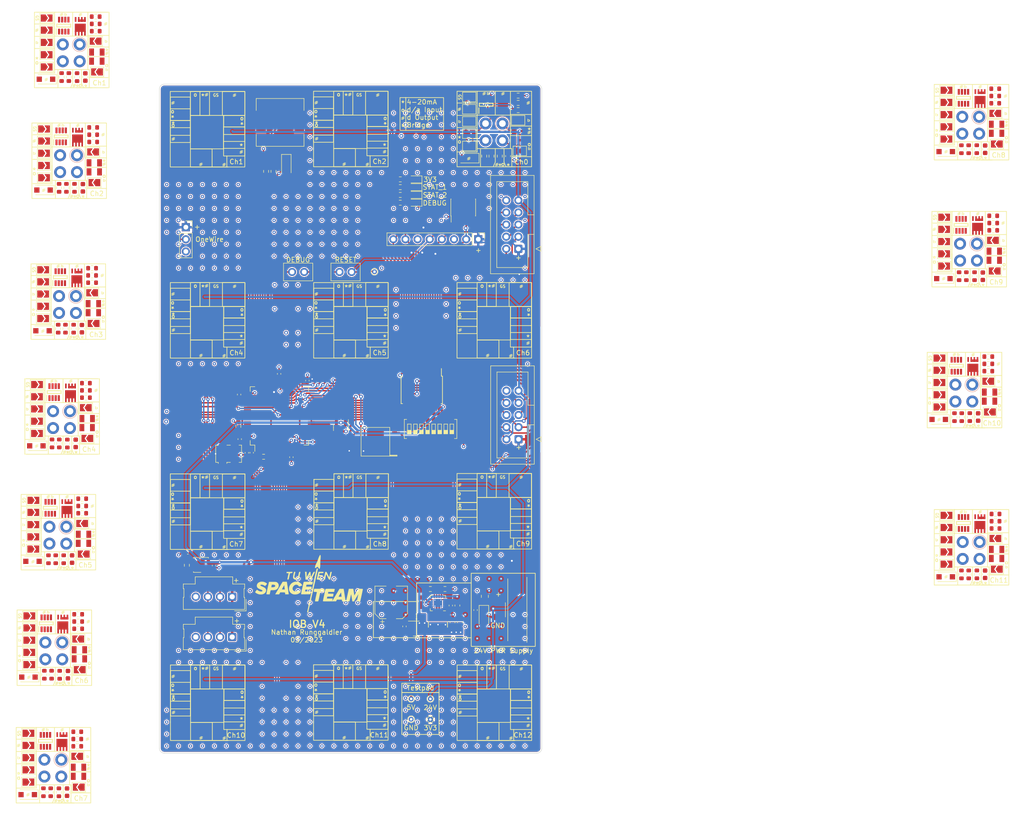
<source format=kicad_pcb>
(kicad_pcb (version 20211014) (generator pcbnew)
  (layers (0 "F.Cu" jumper) (1 "In1.Cu" signal) (2 "In2.Cu" signal) (31 "B.Cu" jumper) (34 "B.Paste" user) (35 "F.Paste" user) (36 "B.SilkS" user "B.Silkscreen") (37 "F.SilkS" user "F.Silkscreen") (38 "B.Mask" user) (39 "F.Mask" user) (44 "Edge.Cuts" user))
  (net 0 "")
  (net 1 "+24V")
  (net 2 "GND")
  (net 3 "Net-(C3-Pad2)")
  (net 4 "Net-(C5-Pad1)")
  (net 5 "Net-(C5-Pad2)")
  (net 6 "+5V")
  (net 7 "+3V3")
  (net 8 "Net-(D2-Pad1)")
  (net 9 "Net-(D3-Pad1)")
  (net 10 "Net-(D4-Pad1)")
  (net 11 "Net-(D5-Pad1)")
  (net 12 "Net-(D6-Pad1)")
  (net 13 "Net-(D7-Pad1)")
  (net 14 "Net-(D8-Pad1)")
  (net 15 "Net-(D9-Pad1)")
  (net 16 "Net-(D10-Pad1)")
  (net 17 "Net-(D11-Pad1)")
  (net 18 "Net-(D12-Pad1)")
  (net 19 "Net-(D13-Pad1)")
  (net 20 "Net-(D14-Pad2)")
  (net 21 "Net-(D17-Pad2)")
  (net 22 "Net-(F1-Pad2)")
  (net 23 "Net-(F3-Pad2)")
  (net 24 "Net-(F5-Pad2)")
  (net 25 "Net-(D18-Pad1)")
  (net 26 "Net-(F7-Pad2)")
  (net 27 "Net-(F10-Pad2)")
  (net 28 "Net-(F11-Pad2)")
  (net 29 "Net-(F13-Pad2)")
  (net 30 "Net-(F15-Pad2)")
  (net 31 "Net-(F17-Pad2)")
  (net 33 "Net-(F19-Pad2)")
  (net 35 "Net-(F21-Pad2)")
  (net 37 "Net-(F23-Pad2)")
  (net 39 "/OneWire")
  (net 40 "/En1")
  (net 41 "/En2")
  (net 42 "/MCU/ADC2_IN12")
  (net 43 "/MCU/SWCLK")
  (net 44 "/MCU/SWDIO")
  (net 45 "/MCU/NRST")
  (net 47 "/MCU/UART4_TX")
  (net 48 "/MCU/UART4_RX")
  (net 50 "/MCU/CANH1")
  (net 51 "/MCU/CANL1")
  (net 52 "/En3")
  (net 53 "/En4")
  (net 54 "/MCU/ADC1_IN4")
  (net 55 "/En5")
  (net 56 "/En6")
  (net 57 "/En7")
  (net 58 "/MCU/ADC2_IN11")
  (net 59 "/En8")
  (net 60 "/MCU/Speaker_1")
  (net 61 "Net-(D15-Pad2)")
  (net 62 "Net-(Q1-Pad2)")
  (net 63 "Net-(Q2-Pad2)")
  (net 64 "Net-(Q3-Pad2)")
  (net 65 "Net-(Q4-Pad2)")
  (net 66 "Net-(Q5-Pad2)")
  (net 67 "Net-(Q6-Pad2)")
  (net 68 "Net-(Q7-Pad2)")
  (net 69 "Net-(Q8-Pad2)")
  (net 70 "Net-(Q9-Pad2)")
  (net 71 "Net-(Q10-Pad2)")
  (net 72 "Net-(Q11-Pad2)")
  (net 73 "Net-(Q12-Pad2)")
  (net 74 "/En9")
  (net 75 "/En10")
  (net 76 "/MCU/ADC3_IN7")
  (net 77 "/En11")
  (net 78 "/MCU/ADC3_IN4")
  (net 79 "/En0")
  (net 80 "Net-(R93-Pad2)")
  (net 81 "/MCU/QUADSPI1_BK1_IO3")
  (net 82 "/MCU/QUADSPI1_CLK")
  (net 83 "/MCU/QUADSPI1_BK1_IO0")
  (net 84 "/MCU/QUADSPI1_BK1_IO2")
  (net 85 "/MCU/QUADSPI1_BK1_IO1")
  (net 86 "/MCU/QUADSPI1_BK1_NCS")
  (net 88 "Net-(R85-Pad1)")
  (net 89 "Net-(D16-Pad2)")
  (net 90 "/MCU/STATUS_LED_1")
  (net 91 "/MCU/DEBUG_LED")
  (net 92 "/MCU/BUTTON_1")
  (net 95 "/MCU/STATUS_LED_2")
  (net 96 "/MCU/MUX1_SEL0")
  (net 97 "/MCU/MUX1_SEL1")
  (net 98 "/MCU/MUX1_SEL3")
  (net 99 "/MCU/SPI4_NSS")
  (net 100 "+3.3VA")
  (net 103 "/5V_Supply/PWR_GOOD")
  (net 104 "/MCU/CAN1_TX")
  (net 105 "/MCU/CAN1_RX")
  (net 106 "/MCU/CLK")
  (net 107 "/MCU/MUX1_SEL2")
  (net 108 "/MCU/MUX1_~{EN}")
  (net 110 "Net-(SW3-Pad9)")
  (net 111 "Net-(SW3-Pad10)")
  (net 112 "Net-(SW3-Pad11)")
  (net 113 "Net-(SW3-Pad12)")
  (net 114 "Net-(SW3-Pad13)")
  (net 115 "Net-(SW3-Pad14)")
  (net 116 "Net-(SW3-Pad15)")
  (net 117 "Net-(SW3-Pad16)")
  (net 119 "/MCU/ADC2_IN13")
  (net 120 "/MCU/ADC5_IN1")
  (net 122 "/MCU/ADC5_IN13")
  (net 123 "/5V_Supply/ENABLE")
  (net 124 "/SPI4_CLK")
  (net 125 "/SPI4_MOSI")
  (net 126 "/SPI4_MISO")
  (net 127 "/SPI4_NSS5")
  (net 128 "/SPI4_NSS6")
  (net 129 "/SPI4_NSS7")
  (net 130 "/SPI4_NSS8")
  (net 131 "/SPI4_NSS2")
  (net 132 "/SPI4_NSS4")
  (net 133 "/SPI4_NSS1")
  (net 134 "/SPI4_NSS3")
  (net 147 "Net-(IC1-Pad2)")
  (net 148 "Net-(IC1-Pad3)")
  (net 149 "Net-(IC1-Pad6)")
  (net 150 "Net-(IC2-Pad2)")
  (net 151 "Net-(IC2-Pad3)")
  (net 152 "Net-(IC2-Pad6)")
  (net 153 "Net-(IC3-Pad2)")
  (net 154 "Net-(IC3-Pad3)")
  (net 155 "Net-(IC3-Pad6)")
  (net 156 "Net-(IC4-Pad2)")
  (net 157 "Net-(IC4-Pad3)")
  (net 158 "Net-(IC4-Pad6)")
  (net 159 "Net-(IC5-Pad2)")
  (net 160 "Net-(IC5-Pad3)")
  (net 161 "Net-(IC5-Pad6)")
  (net 162 "Net-(IC6-Pad2)")
  (net 163 "Net-(IC6-Pad3)")
  (net 164 "Net-(IC6-Pad6)")
  (net 165 "Net-(IC7-Pad2)")
  (net 166 "Net-(IC7-Pad3)")
  (net 167 "Net-(IC7-Pad6)")
  (net 168 "Net-(IC8-Pad2)")
  (net 169 "Net-(IC8-Pad3)")
  (net 170 "Net-(IC8-Pad6)")
  (net 171 "Net-(IC9-Pad2)")
  (net 172 "Net-(IC9-Pad3)")
  (net 173 "Net-(IC9-Pad6)")
  (net 174 "Net-(IC10-Pad2)")
  (net 175 "Net-(IC10-Pad3)")
  (net 176 "Net-(IC10-Pad6)")
  (net 177 "Net-(IC11-Pad2)")
  (net 178 "Net-(IC11-Pad3)")
  (net 179 "Net-(IC11-Pad6)")
  (net 180 "Net-(IC12-Pad2)")
  (net 181 "Net-(IC12-Pad3)")
  (net 182 "Net-(IC12-Pad6)")
  (net 183 "Net-(IC1-Pad1)")
  (net 184 "Net-(IC2-Pad1)")
  (net 185 "Net-(IC3-Pad1)")
  (net 186 "Net-(IC4-Pad1)")
  (net 187 "Net-(IC5-Pad1)")
  (net 188 "Net-(IC6-Pad1)")
  (net 189 "Net-(IC7-Pad1)")
  (net 190 "Net-(IC8-Pad1)")
  (net 191 "Net-(IC9-Pad1)")
  (net 192 "Net-(IC10-Pad1)")
  (net 193 "Net-(IC11-Pad1)")
  (net 194 "Net-(IC12-Pad1)")
  (net 196 "/MCU/ADC12_IN6")
  (net 197 "/MCU/ADC12_IN7")
  (net 198 "/MCU/ADC12_IN9")
  (net 200 "Net-(J3-Pad3)")
  (net 201 "Net-(J3-Pad4)")
  (net 202 "Net-(J4-Pad3)")
  (net 203 "Net-(J4-Pad4)")
  (net 204 "Net-(J5-Pad3)")
  (net 205 "Net-(J5-Pad4)")
  (net 206 "Net-(J6-Pad3)")
  (net 207 "Net-(J6-Pad4)")
  (net 208 "Net-(J7-Pad3)")
  (net 209 "Net-(J7-Pad4)")
  (net 210 "Net-(J8-Pad3)")
  (net 211 "Net-(J8-Pad4)")
  (net 212 "Net-(J9-Pad3)")
  (net 213 "Net-(J9-Pad4)")
  (net 214 "Net-(J10-Pad3)")
  (net 215 "Net-(J10-Pad4)")
  (net 216 "Net-(J11-Pad3)")
  (net 217 "Net-(J11-Pad4)")
  (net 218 "Net-(J12-Pad3)")
  (net 219 "Net-(J12-Pad4)")
  (net 220 "Net-(J13-Pad3)")
  (net 221 "Net-(J13-Pad4)")
  (net 222 "Net-(J14-Pad3)")
  (net 223 "Net-(J14-Pad4)")
  (net 224 "Net-(Q13-Pad2)")
  (net 225 "Net-(R1-Pad2)")
  (net 226 "Net-(R7-Pad2)")
  (net 227 "Net-(R13-Pad2)")
  (net 228 "Net-(R19-Pad2)")
  (net 229 "Net-(R25-Pad2)")
  (net 230 "Net-(R31-Pad2)")
  (net 231 "Net-(R37-Pad2)")
  (net 232 "Net-(R43-Pad2)")
  (net 233 "Net-(R49-Pad2)")
  (net 234 "Net-(R55-Pad2)")
  (net 235 "Net-(R61-Pad2)")
  (net 236 "Net-(R67-Pad2)")
  (net 238 "/MCU/ADC5_IN2")
  (footprint "Capacitor_SMD:C_0402_1005Metric" (layer "F.Cu") (at 88.3 107.13 -90)
    (fp_text reference "C15" hide)
    (fp_text value "100n" hide)
  )
  (footprint "Jumper:SolderJumper-2_P1.3mm_Open_TrianglePad1.0x1.5mm" (layer "F.Cu") (at 234.22 57.84)
    (fp_text reference "JP57" hide)
    (fp_text value "Jumper_2_Open" hide)
  )
  (footprint "Resistor_SMD:R_0603_1608Metric" (layer "F.Cu") (at 137.97 45.05 90)
    (fp_text reference "R68" hide)
    (fp_text value "0R" hide)
  )
  (footprint "Resistor_SMD:R_0603_1608Metric" (layer "F.Cu") (at 243.46 90.05)
    (fp_text reference "R60" hide)
    (fp_text value "100m" hide)
  )
  (footprint "Connector_PinHeader_1.27mm:PinHeader_2x04_P1.27mm_Vertical_SMD" (layer "F.Cu") (at 133.575 55.8 90)
    (fp_text reference "J16" hide)
    (fp_text value "Conn_02x04_Odd_Even" hide)
  )
  (footprint "LED_SMD:LED_0603_1608Metric" (layer "F.Cu") (at 123.45 54.8 180)
    (fp_text reference "D17" hide)
    (fp_text value "LED" hide)
  )
  (footprint "Capacitor_SMD:C_0402_1005Metric" (layer "F.Cu") (at 86.8 104.28 90)
    (fp_text reference "C18" hide)
    (fp_text value "100n" hide)
  )
  (footprint "Resistor_SMD:R_0603_1608Metric" (layer "F.Cu") (at 126.7 135.65 180)
    (fp_text reference "R86" hide)
    (fp_text value "R" hide)
  )
  (footprint "Capacitor_SMD:C_0603_1608Metric" (layer "F.Cu") (at 51.71 129.38 -90)
    (fp_text reference "C24" hide)
    (fp_text value "C" hide)
  )
  (footprint "Resistor_SMD:R_0603_1608Metric" (layer "F.Cu") (at 239.36 132.59 90)
    (fp_text reference "R61" hide)
    (fp_text value "R" hide)
  )
  (footprint "Jumper:SolderJumper-2_P1.3mm_Open_TrianglePad1.0x1.5mm" (layer "F.Cu") (at 43.62 117.09)
    (fp_text reference "JP29" hide)
    (fp_text value "Jumper_2_Open" hide)
  )
  (footprint "Resistor_SMD:R_0603_1608Metric" (layer "F.Cu") (at 49.04 105.18 90)
    (fp_text reference "R19" hide)
    (fp_text value "R" hide)
  )
  (footprint "Resistor_SMD:R_0603_1608Metric" (layer "F.Cu") (at 241.05 43.6 -90)
    (fp_text reference "R45" hide)
    (fp_text value "NP" hide)
  )
  (footprint "Jumper:SolderJumper-2_P1.3mm_Open_TrianglePad1.0x1.5mm" (layer "F.Cu") (at 234.7 33.81)
    (fp_text reference "JP53" hide)
    (fp_text value "Jumper_2_Open" hide)
  )
  (footprint "Resistor_SMD:R_0603_1608Metric" (layer "F.Cu") (at 237.84 132.59 90)
    (fp_text reference "R62" hide)
    (fp_text value "0R" hide)
  )
  (footprint "Jumper:SolderJumper-2_P1.3mm_Open_TrianglePad1.0x1.5mm" (layer "F.Cu") (at 234.7 127.89)
    (fp_text reference "JP75" hide)
    (fp_text value "Jumper_2_Open" hide)
  )
  (footprint "TXV_Library_Footprints:PG_TSDSON-8" (layer "F.Cu") (at 49.59 167.48 -90)
    (fp_text reference "Q7" hide)
    (fp_text value "BSZ0902NSATMA1" hide)
  )
  (footprint "Jumper:SolderJumper-2_P1.3mm_Open_TrianglePad1.0x1.5mm" (layer "F.Cu") (at 45.84 44.45)
    (fp_text reference "JP13" hide)
    (fp_text value "Jumper_2_Open" hide)
  )
  (footprint "LED_SMD:LED_0603_1608Metric" (layer "F.Cu") (at 123.45 51.55 180)
    (fp_text reference "D15" hide)
    (fp_text value "LED" hide)
  )
  (footprint "TXV_Library_Footprints:0805L110SL PPTC Polyfuse Littelfuse" (layer "F.Cu") (at 56.36 46.45)
    (fp_text reference "F3" hide)
    (fp_text value "Polyfuse" hide)
  )
  (footprint "Resistor_SMD:R_0603_1608Metric" (layer "F.Cu") (at 50.53 51.69 90)
    (fp_text reference "R7" hide)
    (fp_text value "R" hide)
  )
  (footprint "Jumper:SolderJumper-2_P1.3mm_Open_TrianglePad1.0x1.5mm" (layer "F.Cu") (at 245.25 42.52 180)
    (fp_text reference "JP56" hide)
    (fp_text value "Jumper_2_Open" hide)
  )
  (footprint "Jumper:SolderJumper-2_P1.3mm_Open_TrianglePad1.0x1.5mm" (layer "F.Cu") (at 234.7 130.45)
    (fp_text reference "JP72" hide)
    (fp_text value "Jumper_2_Open" hide)
  )
  (footprint "Resistor_SMD:R_0603_1608Metric" (layer "F.Cu") (at 55.9 68.5)
    (fp_text reference "R17" hide)
    (fp_text value "Rpull" hide)
  )
  (footprint "TXV_Library_Footprints:0805L110SL PPTC Polyfuse Littelfuse" (layer "F.Cu") (at 245.19 38.385)
    (fp_text reference "F15" hide)
    (fp_text value "Polyfuse" hide)
  )
  (footprint "TXV_Library_Footprints:WSON-8-8x6mm" (layer "F.Cu") (at 115.2 104.83 180)
    (fp_text reference "U18" hide)
    (fp_text value "W25Q256JV" hide)
  )
  (footprint "Resistor_SMD:R_0603_1608Metric" (layer "F.Cu") (at 56.13 40.57 180)
    (fp_text reference "R10" hide)
    (fp_text value "Rgate" hide)
  )
  (footprint "Resistor_SMD:R_0603_1608Metric" (layer "F.Cu") (at 50.72 105.2 -90)
    (fp_text reference "R21" hide)
    (fp_text value "NP" hide)
  )
  (footprint "Jumper:SolderJumper-2_P1.3mm_Open_TrianglePad1.0x1.5mm" (layer "F.Cu") (at 43.6 122.17)
    (fp_text reference "JP34" hide)
    (fp_text value "Jumper_2_Open" hide)
  )
  (footprint "Resistor_SMD:R_0603_1608Metric" (layer "F.Cu") (at 52.99 142.45 180)
    (fp_text reference "R34" hide)
    (fp_text value "Rgate" hide)
  )
  (footprint "Capacitor_SMD:C_0603_1608Metric" (layer "F.Cu") (at 53.97 51.68 -90)
    (fp_text reference "C21" hide)
    (fp_text value "C" hide)
  )
  (footprint "Resistor_SMD:R_0603_1608Metric" (layer "F.Cu") (at 52.04 81.16 -90)
    (fp_text reference "R15" hide)
    (fp_text value "NP" hide)
  )
  (footprint "Jumper:SolderJumper-2_P1.3mm_Open_TrianglePad1.0x1.5mm" (layer "F.Cu") (at 53.82 121.93 180)
    (fp_text reference "JP31" hide)
    (fp_text value "Jumper_2_Open" hide)
  )
  (footprint "Jumper:SolderJumper-2_P1.3mm_Open_TrianglePad1.0x1.5mm" (layer "F.Cu") (at 53.12 177.11 180)
    (fp_text reference "JP49" hide)
    (fp_text value "Jumper_2_Open" hide)
  )
  (footprint "Jumper:SolderJumper-2_P1.3mm_Open_TrianglePad1.0x1.5mm" (layer "F.Cu") (at 46.39 23.83)
    (fp_text reference "JP5" hide)
    (fp_text value "Jumper_2_Open" hide)
  )
  (footprint "Diode_SMD:D_SOD-123F" (layer "F.Cu") (at 234.0525 70.68 180)
    (fp_text reference "D10" hide)
    (fp_text value "D" hide)
  )
  (footprint "Jumper:SolderJumper-2_P1.3mm_Open_TrianglePad1.0x1.5mm" (layer "F.Cu") (at 234.7 36.37)
    (fp_text reference "JP55" hide)
    (fp_text value "Jumper_2_Open" hide)
  )
  (footprint "TXV_Library_Footprints:0805L110SL PPTC Polyfuse Littelfuse" (layer "F.Cu") (at 245.19 127.355)
    (fp_text reference "F21" hide)
    (fp_text value "Polyfuse" hide)
  )
  (footprint "Jumper:SolderJumper-2_P1.3mm_Open_TrianglePad1.0x1.5mm" (layer "F.Cu") (at 42.57 176.05)
    (fp_text reference "JP44" hide)
    (fp_text value "Jumper_2_Open" hide)
  )
  (footprint "Jumper:SolderJumper-2_P1.3mm_Open_TrianglePad1.0x1.5mm" (layer "F.Cu") (at 233.23 94.99)
    (fp_text reference "JP68" hide)
    (fp_text value "Jumper_2_Open" hide)
  )
  (footprint "Jumper:SolderJumper-2_P1.3mm_Open_TrianglePad1.0x1.5mm" (layer "F.Cu") (at 45.66 68.83)
    (fp_text reference "JP15" hide)
    (fp_text value "Jumper_2_Open" hide)
  )
  (footprint "Jumper:SolderJumper-2_P1.3mm_Open_TrianglePad1.0x1.5mm" (layer "F.Cu") (at 244.8 69.09 180)
    (fp_text reference "JP63" hide)
    (fp_text value "Jumper_2_Open" hide)
  )
  (footprint "Package_TO_SOT_SMD:SOT-23" (layer "F.Cu") (at 107.98 101.86 -90)
    (fp_text reference "U1" hide)
    (fp_text value "REF3033" hide)
  )
  (footprint "Jumper:SolderJumper-2_P1.3mm_Open_TrianglePad1.0x1.5mm" (layer "F.Cu") (at 233.23 87.32)
    (fp_text reference "JP64" hide)
    (fp_text value "Jumper_2_Open" hide)
  )
  (footprint "Jumper:SolderJumper-2_P1.3mm_Open_TrianglePad1.0x1.5mm" (layer "F.Cu") (at 46.4 18.7)
    (fp_text reference "JP4" hide)
    (fp_text value "Jumper_2_Open" hide)
  )
  (footprint "Jumper:SolderJumper-2_P1.3mm_Open_TrianglePad1.0x1.5mm" (layer "F.Cu") (at 243.8 98.59 180)
    (fp_text reference "JP70" hide)
    (fp_text value "Jumper_2_Open" hide)
  )
  (footprint "TXV_Library_Footprints:PG_TSDSON-8" (layer "F.Cu") (at 53.43 17.805 -90)
    (fp_text reference "Q1" hide)
    (fp_text value "BSZ0902NSATMA1" hide)
  )
  (footprint "Resistor_SMD:R_0603_1608Metric" (layer "F.Cu") (at 47.43 153.58 90)
    (fp_text reference "R31" hide)
    (fp_text value "R" hide)
  )
  (footprint "Jumper:SolderJumper-2_P1.3mm_Open_TrianglePad1.0x1.5mm" (layer "F.Cu") (at 55.91 73.65 180)
    (fp_text reference "JP17" hide)
    (fp_text value "Jumper_2_Open" hide)
  )
  (footprint "Resistor_SMD:R_0603_1608Metric" (layer "F.Cu") (at 236.38 99.68 90)
    (fp_text reference "R56" hide)
    (fp_text value "0R" hide)
  )
  (footprint "Diode_SMD:D_SOD-123F" (layer "F.Cu") (at 134.68 45.48 180)
    (fp_text reference "D13" hide)
    (fp_text value "D" hide)
  )
  (footprint "Capacitor_SMD:C_0402_1005Metric" (layer "F.Cu") (at 121.275 143.475 90)
    (fp_text reference "C11" hide)
    (fp_text value "100n" hide)
  )
  (footprint "TXV_Library_Footprints:0805L110SL PPTC Polyfuse Littelfuse" (layer "F.Cu") (at 56.9 23.28)
    (fp_text reference "F1" hide)
    (fp_text value "Polyfuse" hide)
  )
  (footprint "Resistor_SMD:R_0603_1608Metric" (layer "F.Cu") (at 56.13 39.05)
    (fp_text reference "R11" hide)
    (fp_text value "Rpull" hide)
  )
  (footprint "Jumper:SolderJumper-2_P1.3mm_Open_TrianglePad1.0x1.5mm" (layer "F.Cu") (at 42.57 170.94)
    (fp_text reference "JP48" hide)
    (fp_text value "Jumper_2_Open" hide)
  )
  (footprint "Resistor_SMD:R_0603_1608Metric" (layer "F.Cu") (at 54.61 92.56)
    (fp_text reference "R23" hide)
    (fp_text value "Rpull" hide)
  )
  (footprint "Resistor_SMD:R_0603_1608Metric" (layer "F.Cu") (at 240.58 70.18 -90)
    (fp_text reference "R51" hide)
    (fp_text value "NP" hide)
  )
  (footprint "Jumper:SolderJumper-2_P1.3mm_Open_TrianglePad1.0x1.5mm" (layer "F.Cu") (at 245.25 131.5 180)
    (fp_text reference "JP77" hide)
    (fp_text value "Jumper_2_Open" hide)
  )
  (footprint "Jumper:SolderJumper-2_P1.3mm_Open_TrianglePad1.0x1.5mm" (layer "F.Cu") (at 52.79 170.67 180)
    (fp_text reference "JP45" hide)
    (fp_text value "Jumper_2_Open" hide)
  )
  (footprint "Jumper:SolderJumper-2_P1.3mm_Open_TrianglePad1.0x1.5mm" (layer "F.Cu") (at 233.23 97.55)
    (fp_text reference "JP65" hide)
    (fp_text value "Jumper_2_Open" hide)
  )
  (footprint "Resistor_SMD:R_0603_1608Metric" (layer "F.Cu") (at 52.8 165.52)
    (fp_text reference "R41" hide)
    (fp_text value "Rpull" hide)
  )
  (footprint "TXV_Library_Footprints:0805L110SL PPTC Polyfuse Littelfuse" (layer "F.Cu") (at 243.72 96.34)
    (fp_text reference "F20" hide)
    (fp_text value "Polyfuse" hide)
  )
  (footprint "Resistor_SMD:R_0603_1608Metric" (layer "F.Cu") (at 48.81 81.16 90)
    (fp_text reference "R14" hide)
    (fp_text value "0R" hide)
  )
  (footprint "Jumper:SolderJumper-2_P1.3mm_Open_TrianglePad1.0x1.5mm" (layer "F.Cu") (at 42.57 168.38)
    (fp_text reference "JP46" hide)
    (fp_text value "Jumper_2_Open" hide)
  )
  (footprint "Resistor_SMD:R_0603_1608Metric" (layer "F.Cu") (at 86.51 101.61 -90)
    (fp_text reference "R93" hide)
    (fp_text value "0R" hide)
  )
  (footprint "Jumper:SolderJumper-2_P1.3mm_Open_TrianglePad1.0x1.5mm" (layer "F.Cu") (at 44.38 92.86)
    (fp_text reference "JP22" hide)
    (fp_text value "Jumper_2_Open" hide)
  )
  (footprint "TXV_Library_Footprints:SOT65P280X110-8N" (layer "F.Cu") (at 46.14 167.42 90)
    (fp_text reference "IC7" hide)
    (fp_text value "PINA350ABSIDDFR" hide)
  )
  (footprint "TXV_Library_Footprints:0805L110SL PPTC Polyfuse Littelfuse" (layer "F.Cu") (at 245.19 40.28)
    (fp_text reference "F16" hide)
    (fp_text value "Polyfuse" hide)
  )
  (footprint "Resistor_SMD:R_0603_1608Metric" (layer "F.Cu") (at 239.59 99.67 -90)
    (fp_text reference "R57" hide)
    (fp_text value "NP" hide)
  )
  (footprint "Jumper:SolderJumper-2_P1.3mm_Open_TrianglePad1.0x1.5mm" (layer "F.Cu") (at 134.83 37.8)
    (fp_text reference "JP83" hide)
    (fp_text value "Jumper_2_Open" hide)
  )
  (footprint "Jumper:SolderJumper-2_P1.3mm_Open_TrianglePad1.0x1.5mm" (layer "F.Cu") (at 233.23 89.87)
    (fp_text reference "JP67" hide)
    (fp_text value "Jumper_2_Open" hide)
  )
  (footprint "Jumper:SolderJumper-2_P1.3mm_Open_TrianglePad1.0x1.5mm" (layer "F.Cu") (at 54.59 97.7 180)
    (fp_text reference "JP24" hide)
    (fp_text value "Jumper_2_Open" hide)
  )
  (footprint "Jumper:SolderJumper-2_P1.3mm_Open_TrianglePad1.0x1.5mm" (layer "F.Cu") (at 42.57 173.49)
    (fp_text reference "JP47" hide)
    (fp_text value "Jumper_2_Open" hide)
  )
  (footprint "Capacitor_SMD:C_0402_1005Metric" (layer "F.Cu") (at 95.04 90.62 90)
    (fp_text reference "C17" hide)
    (fp_text value "100n" hide)
  )
  (footprint "Jumper:SolderJumper-2_P1.3mm_Open_TrianglePad1.0x1.5mm" (layer "F.Cu") (at 134.83 40.36)
    (fp_text reference "JP82" hide)
    (fp_text value "Jumper_2_Open" hide)
  )
  (footprint "Capacitor_SMD:C_0402_1005Metric" (layer "F.Cu") (at 81.4125 130.725 90)
    (fp_text reference "C13" hide)
    (fp_text value "100n" hide)
  )
  (footprint "Resistor_SMD:R_0603_1608Metric" (layer "F.Cu") (at 53.83 118.27 180)
    (fp_text reference "R28" hide)
    (fp_text value "Rgate" hide)
  )
  (footprint "Jumper:SolderJumper-2_P1.3mm_Open_TrianglePad1.0x1.5mm" (layer "F.Cu") (at 145.065 37.55 180)
    (fp_text reference "JP80" hide)
    (fp_text value "Jumper_2_Open" hide)
  )
  (footprint "Jumper:SolderJumper-2_P1.3mm_Open_TrianglePad1.0x1.5mm" (layer "F.Cu") (at 46.39 16.16)
    (fp_text reference "JP1" hide)
    (fp_text value "Jumper_2_Open" hide)
  )
  (footprint "TXV_Library_Footprints:Piezo_Buzzer" (layer "F.Cu") (at 95.25 38 90)
    (fp_text reference "LS1" hide)
    (fp_text value "Speaker_Crystal" hide)
  )
  (footprint "Jumper:SolderJumper-2_P1.3mm_Open_TrianglePad1.0x1.5mm" (layer "F.Cu") (at 54.91 104.13 180)
    (fp_text reference "JP28" hide)
    (fp_text value "Jumper_2_Open" hide)
  )
  (footprint "TXV_Library_Footprints:PG_TSDSON-8" (layer "F.Cu") (at 241.22 59.48 -90)
    (fp_text reference "Q9" hide)
    (fp_text value "BSZ0902NSATMA1" hide)
  )
  (footprint "TXV_Library_Footprints:0805L110SL PPTC Polyfuse Littelfuse" (layer "F.Cu") (at 245.19 129.26)
    (fp_text reference "F22" hide)
    (fp_text value "Polyfuse" hide)
  )
  (footprint "Resistor_SMD:R_0603_1608Metric" (layer "F.Cu") (at 145.07 33.91 180)
    (fp_text reference "R70" hide)
    (fp_text value "Rgate" hide)
  )
  (footprint "Resistor_SMD:R_0603_1608Metric" (layer "F.Cu") (at 120.4 53.175)
    (fp_text reference "R89" hide)
    (fp_text value "120R" hide)
  )
  (footprint "Capacitor_SMD:CP_Elec_6.3x4.9" (layer "F.Cu") (at 118.5 138.45 90)
    (fp_text reference "C14" hide)
    (fp_text value "NP" hide)
  )
  (footprint "Resistor_SMD:R_0603_1608Metric" (layer "F.Cu") (at 145.07 32.39)
    (fp_text reference "R71" hide)
    (fp_text value "Rpull" hide)
  )
  (footprint "Jumper:SolderJumper-2_P1.3mm_Open_TrianglePad1.0x1.5mm" (layer "F.Cu") (at 53 146.11 180)
    (fp_text reference "JP38" hide)
    (fp_text value "Jumper_2_Open" hide)
  )
  (footprint "Jumper:SolderJumper-2_P1.3mm_Open_TrianglePad1.0x1.5mm" (layer "F.Cu") (at 233.23 92.43)
    (fp_text reference "JP69" hide)
    (fp_text value "Jumper_2_Open" hide)
  )
  (footprint "Jumper:SolderJumper-2_P1.3mm_Open_TrianglePad1.0x1.5mm" (layer "F.Cu") (at 234.21 60.38)
    (fp_text reference "JP60" hide)
    (fp_text value "Jumper_2_Open" hide)
  )
  (footprint "Capacitor_SMD:C_0603_1608Metric" (layer "F.Cu") (at 132.35 139.1 90)
    (fp_text reference "C4" hide)
    (fp_text value "10u" hide)
  )
  (footprint "Diode_SMD:D_SOD-123F" (layer "F.Cu") (at 45.53 81.6 180)
    (fp_text reference "D4" hide)
    (fp_text value "D" hide)
  )
  (footprint "TXV_Library_Footprints:PG_TSDSON-8" (layer "F.Cu") (at 240.22 88.97 -90)
    (fp_text reference "Q10" hide)
    (fp_text value "BSZ0902NSATMA1" hide)
  )
  (footprint "Resistor_SMD:R_0603_1608Metric" (layer "F.Cu") (at 49 51.69 90)
    (fp_text reference "R8" hide)
    (fp_text value "0R" hide)
  )
  (footprint "Jumper:SolderJumper-2_P1.3mm_Open_TrianglePad1.0x1.5mm" (layer "F.Cu") (at 54.15 128.33 180)
    (fp_text reference "JP35" hide)
    (fp_text value "Jumper_2_Open" hide)
  )
  (footprint "Capacitor_SMD:C_0603_1608Metric" (layer "F.Cu") (at 123.8 141.4 180)
    (fp_text reference "C8" hide)
    (fp_text value "10u" hide)
  )
  (footprint "Resistor_SMD:R_0603_1608Metric" (layer "F.Cu") (at 45.91 153.58 90)
    (fp_text reference "R32" hide)
    (fp_text value "0R" hide)
  )
  (footprint "Resistor_SMD:R_0603_1608Metric" (layer "F.Cu") (at 75.7375 130.675 90)
    (fp_text reference "R92" hide)
    (fp_text value "120R" hide)
  )
  (footprint "Resistor_SMD:R_0603_1608Metric" (layer "F.Cu") (at 244.91 30.95)
    (fp_text reference "R47" hide)
    (fp_text value "Rpull" hide)
  )
  (footprint "TXV_Library_Footprints:0805L110SL PPTC Polyfuse Littelfuse" (layer "F.Cu") (at 244.7 66.85)
    (fp_text reference "F18" hide)
    (fp_text value "Polyfuse" hide)
  )
  (footprint "TXV_Library_Footprints:0805L110SL PPTC Polyfuse Littelfuse" (layer "F.Cu") (at 54.88 99.97)
    (fp_text reference "F7" hide)
    (fp_text value "Polyfuse" hide)
  )
  (footprint "Resistor_SMD:R_0603_1608Metric" (layer "F.Cu") (at 243.46 87.01)
    (fp_text reference "R59" hide)
    (fp_text value "Rpull" hide)
  )
  (footprint "Resistor_SMD:R_0603_1608Metric" (layer "F.Cu") (at 92.32 48.24 90)
    (fp_text reference "R73" hide)
    (fp_text value "Rgate" hide)
  )
  (footprint "Jumper:SolderJumper-2_P1.3mm_Open_TrianglePad1.0x1.5mm" (layer "F.Cu") (at 42.76 143.79)
    (fp_text reference "JP39" hide)
    (fp_text value "Jumper_2_Open" hide)
  )
  (footprint "TXV_Library_Footprints:PG_TSDSON-8" (layer "F.Cu") (at 52.86 40.99 -90)
    (fp_text reference "Q2" hide)
    (fp_text value "BSZ0902NSATMA1" hide)
  )
  (footprint "Capacitor_SMD:C_0603_1608Metric" (layer "F.Cu") (at 242.79 132.56 -90)
    (fp_text reference "C30" hide)
    (fp_text value "C" hide)
  )
  (footprint "TXV_Library_Footprints:SOT65P280X110-8N" (layer "F.Cu") (at 238.27 121.83 90)
    (fp_text reference "IC11" hide)
    (fp_text value "PINA350ABSIDDFR" hide)
  )
  (footprint "Resistor_SMD:R_0603_1608Metric" (layer "F.Cu") (at 243.46 88.53 180)
    (fp_text reference "R58" hide)
    (fp_text value "Rgate" hide)
  )
  (footprint "Resistor_SMD:R_0603_1608Metric" (layer "F.Cu") (at 52.8 167.04 180)
    (fp_text reference "R40" hide)
    (fp_text value "Rgate" hide)
  )
  (footprint "Jumper:SolderJumper-2_P1.3mm_Open_TrianglePad1.0x1.5mm" (layer "F.Cu") (at 56.11 44.18 180)
    (fp_text reference "JP10" hide)
    (fp_text value "Jumper_2_Open" hide)
  )
  (footprint "Jumper:SolderJumper-2_P1.3mm_Open_TrianglePad1.0x1.5mm" (layer "F.Cu") (at 234.21 65.5)
    (fp_text reference "JP61" hide)
    (fp_text value "Jumper_2_Open" hide)
  )
  (footprint "Resistor_SMD:R_0603_1608Metric" (layer "F.Cu") (at 51.04 28.51 90)
    (fp_text reference "R1" hide)
    (fp_text value "R" hide)
  )
  (footprint "Capacitor_SMD:C_0603_1608Metric" (layer "F.Cu") (at 52.47 105.17 -90)
    (fp_text reference "C23" hide)
    (fp_text value "C" hide)
  )
  (footprint "TXV_Library_Footprints:SOT65P280X110-8N" (layer "F.Cu") (at 236.77 88.92 90)
    (fp_text reference "IC10" hide)
    (fp_text value "PINA350ABSIDDFR" hide)
  )
  (footprint "TXV_Library_Footprints:8_Pin_DIP_Switch" (layer "F.Cu") (at 126.74 102.15 90)
    (fp_text reference "SW3" hide)
    (fp_text value "SW_DIP_x08" hide)
  )
  (footprint "Resistor_SMD:R_0603_1608Metric" (layer "F.Cu") (at 52.8 168.56)
    (fp_text reference "R42" hide)
    (fp_text value "100m" hide)
  )
  (footprint "TXV_Library_Footprints:PG_TSDSON-8" (layer "F.Cu") (at 51.39 94.51 -90)
    (fp_text reference "Q4" hide)
    (fp_text value "BSZ0902NSATMA1" hide)
  )
  (footprint "Resistor_SMD:R_0603_1608Metric" (layer "F.Cu") (at 244.97 122.98)
    (fp_text reference "R66" hide)
    (fp_text value "100m" hide)
  )
  (footprint "Jumper:SolderJumper-2_P1.3mm_Open_TrianglePad1.0x1.5mm" (layer "F.Cu") (at 46.4 21.26)
    (fp_text reference "JP6" hide)
    (fp_text value "Jumper_2_Open" hide)
  )
  (footprint "TestPoint:TestPoint_THTPad_D1.0mm_Drill0.5mm" (layer "F.Cu") (at 126.7 158.64)
    (fp_text reference "TP4" hide)
    (fp_text value "TestPoint" hide)
  )
  (footprint "Resistor_SMD:R_0603_1608Metric" (layer "F.Cu") (at 139.49 45.05 90)
    (fp_text reference "R67" hide)
    (fp_text value "R" hide)
  )
  (footprint "Resistor_SMD:R_0603_1608Metric" (layer "F.Cu") (at 120.4 51.55)
    (fp_text reference "R88" hide)
    (fp_text value "120R" hide)
  )
  (footprint "Jumper:SolderJumper-2_P1.3mm_Open_TrianglePad1.0x1.5mm" (layer "F.Cu") (at 134.83 35.24)
    (fp_text reference "JP81" hide)
    (fp_text value "Jumper_2_Open" hide)
  )
  (footprint "Jumper:SolderJumper-2_P1.3mm_Open_TrianglePad1.0x1.5mm" (layer "F.Cu") (at 56.39 50.6 180)
    (fp_text reference "JP14" hide)
    (fp_text value "Jumper_2_Open" hide)
  )
  (footprint "TXV_Library_Footprints:0805L110SL PPTC Polyfuse Littelfuse" (layer "F.Cu") (at 56.17 77.82)
    (fp_text reference "F6" hide)
    (fp_text value "Polyfuse" hide)
  )
  (footprint "Jumper:SolderJumper-2_P1.3mm_Open_TrianglePad1.0x1.5mm" (layer "F.Cu") (at 244.92 36.11 180)
    (fp_text reference "JP52" hide)
    (fp_text value "Jumper_2_Open" hide)
  )
  (footprint "Jumper:SolderJumper-2_P1.3mm_Open_TrianglePad1.0x1.5mm" (layer "F.Cu") (at 43.6 119.61)
    (fp_text reference "JP32" hide)
    (fp_text value "Jumper_2_Open" hide)
  )
  (footprint "Resistor_SMD:R_0603_1608Metric" (layer "F.Cu") (at 56.66 17.38 180)
    (fp_text reference "R4" hide)
    (fp_text value "Rgate" hide)
  )
  (footprint "Package_TO_SOT_SMD:SOT-23" (layer "F.Cu") (at 123.75 143.925)
    (fp_text reference "U15" hide)
    (fp_text value "MCP1700-3302E_SOT23" hide)
  )
  (footprint "Resistor_SMD:R_0603_1608Metric" (layer "F.Cu") (at 120.405 49.915)
    (fp_text reference "R87" hide)
    (fp_text value "120R" hide)
  )
  (footprint "TXV_Library_Footprints:SOT65P280X110-8N" (layer "F.Cu") (at 238.26 32.85 90)
    (fp_text reference "IC8" hide)
    (fp_text value "PINA350ABSIDDFR" hide)
  )
  (footprint "Jumper:SolderJumper-2_P1.3mm_Open_TrianglePad1.0x1.5mm" (layer "F.Cu") (at 234.71 125.34)
    (fp_text reference "JP76" hide)
    (fp_text value "Jumper_2_Open" hide)
  )
  (footprint "Resistor_SMD:R_0603_1608Metric" (layer "F.Cu") (at 45.72 178.18 90)
    (fp_text reference "R38" hide)
    (fp_text value "0R" hide)
  )
  (footprint "Resistor_SMD:R_0603_1608Metric" (layer "F.Cu") (at 56.13 42.09)
    (fp_text reference "R12" hide)
    (fp_text value "100m" hide)
  )
  (footprint "TXV_Library_Footprints:0805L110SL PPTC Polyfuse Littelfuse" (layer "F.Cu") (at 54.87 101.87)
    (fp_text reference "F8" hide)
    (fp_text value "Polyfuse" hide)
  )
  (footprint "Jumper:SolderJumper-2_P1.3mm_Open_TrianglePad1.0x1.5mm" (layer "F.Cu") (at 234.21 68.06)
    (fp_text reference "JP58" hide)
    (fp_text value "Jumper_2_Open" hide)
  )
  (footprint "Jumper:SolderJumper-2_P1.3mm_Open_TrianglePad1.0x1.5mm" (layer "F.Cu") (at 234.71 120.23)
    (fp_text reference "JP71" hide)
    (fp_text value "Jumper_2_Open" hide)
  )
  (footprint "Jumper:SolderJumper-2_P1.3mm_Open_TrianglePad1.0x1.5mm" (layer "F.Cu") (at 45.85 49.57)
    (fp_text reference "JP9" hide)
    (fp_text value "Jumper_2_Open" hide)
  )
  (footprint "TXV_Library_Footprints:0805L110SL PPTC Polyfuse Littelfuse" (layer "F.Cu") (at 53.25 150.26)
    (fp_text reference "F12" hide)
    (fp_text value "Polyfuse" hide)
  )
  (footprint "Capacitor_SMD:C_0603_1608Metric" (layer "F.Cu") (at 142.96 45.05 -90)
    (fp_text reference "C31" hide)
    (fp_text value "C" hide)
  )
  (footprint "Jumper:SolderJumper-2_P1.3mm_Open_TrianglePad1.0x1.5mm" (layer "F.Cu") (at 42.58 165.84)
    (fp_text reference "JP43" hide)
    (fp_text value "Jumper_2_Open" hide)
  )
  (footprint "Capacitor_SMD:C_0805_2012Metric" (layer "F.Cu") (at 138.1 137.175 90)
    (fp_text reference "C2" hide)
    (fp_text value "22u" hide)
  )
  (footprint "Jumper:SolderJumper-2_P1.3mm_Open_TrianglePad1.0x1.5mm" (layer "F.Cu") (at 56.65 21 180)
    (fp_text reference "JP3" hide)
    (fp_text value "Jumper_2_Open" hide)
  )
  (footprint "Jumper:SolderJumper-2_P1.3mm_Open_TrianglePad1.0x1.5mm" (layer "F.Cu") (at 46.39 26.39)
    (fp_text reference "JP2" hide)
    (fp_text value "Jumper_2_Open" hide)
  )
  (footprint "Resistor_SMD:R_0603_1608Metric" (layer "F.Cu") (at 55.9 71.54)
    (fp_text reference "R18" hide)
    (fp_text value "100m" hide)
  )
  (footprint "Connector_IDC:IDC-Header_2x05_P2.54mm_Vertical" (layer "F.Cu") (at 145.1125 64.46 180)
    (fp_text reference "J20" hide)
    (fp_text value "Conn_01x10" hide)
  )
  (footprint "Jumper:SolderJumper-2_P1.3mm_Open_TrianglePad1.0x1.5mm" (layer "F.Cu") (at 45.65 79.04)
    (fp_text reference "JP16" hide)
    (fp_text value "Jumper_2_Open" hide)
  )
  (footprint "Resistor_SMD:R_0603_1608Metric" (layer "F.Cu") (at 52.99 143.97)
    (fp_text reference "R36" hide)
    (fp_text value "100m" hide)
  )
  (footprint "Resistor_SMD:R_0603_1608Metric" (layer "F.Cu") (at 49.96 129.42 -90)
    (fp_text reference "R27" hide)
    (fp_text value "NP" hide)
  )
  (footprint "TXV_Library_Footprints:SOT65P280X110-8N" (layer "F.Cu") (at 47.96 94.44 90)
    (fp_text reference "IC4" hide)
    (fp_text value "PINA350ABSIDDFR" hide)
  )
  (footprint "Diode_SMD:D_SOD-123F" (layer "F.Cu") (at 42.5825 154.08 180)
    (fp_text reference "D7" hide)
    (fp_text value "D" hide)
  )
  (footprint "Resistor_SMD:R_0603_1608Metric" (layer "F.Cu") (at 56.66 18.9)
    (fp_text reference "R6" hide)
    (fp_text value "100m" hide)
  )
  (footprint "Diode_SMD:D_SOD-123F" (layer "F.Cu") (at 233.0825 100.16 180)
    (fp_text reference "D11" hide)
    (fp_text value "D" hide)
  )
  (footprint "Jumper:SolderJumper-2_P1.3mm_Open_TrianglePad1.0x1.5mm" (layer "F.Cu") (at 145.41 43.97 180)
    (fp_text reference "JP84" hide)
    (fp_text value "Jumper_2_Open" hide)
  )
  (footprint "Diode_SMD:D_SOD-123F" (layer "F.Cu") (at 42.4325 178.67 180)
    (fp_text reference "D8" hide)
    (fp_text value "D" hide)
  )
  (footprint "TXV_Library_Footprints:0805L110SL PPTC Polyfuse Littelfuse" (layer "F.Cu") (at 244.705 64.945)
    (fp_text reference "F17" hide)
    (fp_text value "Polyfuse" hide)
  )
  (footprint "TXV_Library_Footprints:PG_TSDSON-8" (layer "F.Cu") (at 93.055 45.36)
    (fp_text reference "Q13" hide)
    (fp_text value "BSZ0902NSATMA1" hide)
  )
  (footprint "Jumper:SolderJumper-2_P1.3mm_Open_TrianglePad1.0x1.5mm" (layer "F.Cu") (at 45.85 41.89)
    (fp_text reference "JP11" hide)
    (fp_text value "Jumper_2_Open" hide)
  )
  (footprint "LED_SMD:LED_0603_1608Metric" (layer "F.Cu") (at 123.45 53.175 180)
    (fp_text reference "D16" hide)
    (fp_text value "LED" hide)
  )
  (footprint "Resistor_SMD:R_0603_1608Metric" (layer "F.Cu") (at 141.22 45.05 -90)
    (fp_text reference "R69" hide)
    (fp_text value "NP" hide)
  )
  (footprint "Resistor_SMD:R_0603_1608Metric" (layer "F.Cu") (at 244.97 121.46 180)
    (fp_text reference "R64" hide)
    (fp_text value "Rgate" hide)
  )
  (footprint "TXV_Library_Footprints:SOT65P280X110-8N" (layer "F.Cu") (at 47.15 118.65 90)
    (fp_text reference "IC5" hide)
    (fp_text value "PINA350ABSIDDFR" hide)
  )
  (footprint "TXV_Library_Footprints:SOT65P280X110-8N" (layer "F.Cu") (at 49.25 70.39 90)
    (fp_text reference "IC3" hide)
    (fp_text value "PINA350ABSIDDFR" hide)
  )
  (footprint "Jumper:SolderJumper-2_P1.3mm_Open_TrianglePad1.0x1.5mm" (layer "F.Cu") (at 44.37 97.96)
    (fp_text reference "JP27" hide)
    (fp_text value "Jumper_2_Open" hide)
  )
  (footprint "TestPoint:TestPoint_THTPad_D1.0mm_Drill0.5mm" (layer "F.Cu") (at 126.7 162.95 90)
    (fp_text reference "TP3" hide)
    (fp_text value "TestPoint" hide)
  )
  (footprint "Resistor_SMD:R_0603_1608Metric" (layer "F.Cu") (at 237.9 99.68 90)
    (fp_text reference "R55" hide)
    (fp_text value "R" hide)
  )
  (footprint "Jumper:SolderJumper-2_P1.3mm_Open_TrianglePad1.0x1.5mm" (layer "F.Cu") (at 234.21 62.93)
    (fp_text reference "JP62" hide)
    (fp_text value "Jumper_2_Open" hide)
  )
  (footprint "Resistor_SMD:R_0603_1608Metric" (layer "F.Cu") (at 49.12 153.6 -90)
    (fp_text reference "R33" hide)
    (fp_text value "NP" hide)
  )
  (footprint "Resistor_SMD:R_0603_1608Metric" (layer "F.Cu") (at 237.83 43.61 90)
    (fp_text reference "R44" hide)
    (fp_text value "0R" hide)
  )
  (footprint "Resistor_SMD:R_0603_1608Metric" (layer "F.Cu") (at 238.87 70.18 90)
    (fp_text reference "R49" hide)
    (fp_text value "R" hide)
  )
  (footprint "Jumper:SolderJumper-2_P1.3mm_Open_TrianglePad1.0x1.5mm" (layer "F.Cu") (at 45.65 71.36)
    (fp_text reference "JP18" hide)
    (fp_text value "Jumper_2_Open" hide)
  )
  (footprint "TXV_Library_Footprints:Molex_MicroFit_2Pin_Vertical" (layer "F.Cu") (at 144.4 140 90)
    (fp_text reference "J1" hide)
    (fp_text value "Conn_01x02" hide)
  )
  (footprint "Jumper:SolderJumper-2_P1.3mm_Open_TrianglePad1.0x1.5mm" (layer "F.Cu") (at 44.37 95.41)
    (fp_text reference "JP25" hide)
    (fp_text value "Jumper_2_Open" hide)
  )
  (footprint "Jumper:SolderJumper-2_P1.3mm_Open_TrianglePad1.0x1.5mm" (layer "F.Cu") (at 44.37 103.09)
    (fp_text reference "JP23" hide)
    (fp_text value "Jumper_2_Open" hide)
  )
  (footprint "TXV_Library_Footprints:PG_TSDSON-8" (layer "F.Cu") (at 50.64 118.72 -90)
    (fp_text reference "Q5" hide)
    (fp_text value "BSZ0902NSATMA1" hide)
  )
  (footprint "TXV_Library_Footprints:0805L110SL PPTC Polyfuse Littelfuse" (layer "F.Cu") (at 53.06 174.85)
    (fp_text reference "F14" hide)
    (fp_text value "Polyfuse" hide)
  )
  (footprint "Resistor_SMD:R_0603_1608Metric" (layer "F.Cu") (at 52.22 51.69 -90)
    (fp_text reference "R9" hide)
    (fp_text value "NP" hide)
  )
  (footprint "Capacitor_SMD:C_0402_1005Metric" (layer "F.Cu") (at 75.9375 128 180)
    (fp_text reference "C10" hide)
    (fp_text value "100n" hide)
  )
  (footprint "Jumper:SolderJumper-2_P1.3mm_Open_TrianglePad1.0x1.5mm" (layer "F.Cu") (at 42.76 146.36)
    (fp_text reference "JP41" hide)
    (fp_text value "Jumper_2_Open" hide)
  )
  (footprint "TXV_Library_Footprints:SRN4018TA-4R7M" (layer "F.Cu") (at 128.275 143.05 -90)
    (fp_text reference "L1" hide)
    (fp_text value "4.7uH" hide)
  )
  (footprint "Jumper:SolderJumper-2_P1.3mm_Open_TrianglePad1.0x1.5mm" (layer "F.Cu") (at 43.59 127.29)
    (fp_text reference "JP30" hide)
    (fp_text value "Jumper_2_Open" hide)
  )
  (footprint "Resistor_SMD:R_0603_1608Metric" (layer "F.Cu") (at 46.77 129.42 90)
    (fp_text reference "R26" hide)
    (fp_text value "0R" hide)
  )
  (footprint "TXV_Library_Footprints:0805L110SL PPTC Polyfuse Littelfuse" (layer "F.Cu") (at 145.33 39.81)
    (fp_text reference "F23" hide)
    (fp_text value "Polyfuse" hide)
  )
  (footprint "Capacitor_SMD:C_0603_1608Metric" (layer "F.Cu") (at 124.725 138.2 90)
    (fp_text reference "C5" hide)
    (fp_text value "100n" hide)
  )
  (footprint "Capacitor_SMD:C_0603_1608Metric" (layer "F.Cu") (at 53.77 81.16 -90)
    (fp_text reference "C22" hide)
    (fp_text value "C" hide)
  )
  (footprint "Jumper:SolderJumper-2_P1.3mm_Open_TrianglePad1.0x1.5mm" (layer "F.Cu") (at 45.65 76.48)
    (fp_text reference "JP19" hide)
    (fp_text value "Jumper_2_Open" hide)
  )
  (footprint "Package_SO:SSOP-24_5.3x8.2mm_P0.65mm" (layer "F.Cu") (at 124.9 93.98 -90)
    (fp_text reference "U2" hide)
    (fp_text value "CD74HC4067SM" hide)
  )
  (footprint "Resistor_SMD:R_0603_1608Metric" (layer "F.Cu") (at 48.29 129.42 90)
    (fp_text reference "R25" hide)
    (fp_text value "R" hide)
  )
  (footprint "Jumper:SolderJumper-2_P1.3mm_Open_TrianglePad1.0x1.5mm" (layer "F.Cu") (at 134.83 42.92)
    (fp_text reference "JP79" hide)
    (fp_text value "Jumper_2_Open" hide)
  )
  (footprint "Resistor_SMD:R_0603_1608Metric" (layer "F.Cu") (at 244.49 60.58)
    (fp_text reference "R54" hide)
    (fp_text value "100m" hide)
  )
  (footprint "Resistor_SMD:R_0603_1608Metric" (layer "F.Cu") (at 56.65 15.86)
    (fp_text reference "R5" hide)
    (fp_text value "Rpull" hide)
  )
  (footprint "Jumper:SolderJumper-2_P1.3mm_Open_TrianglePad1.0x1.5mm" (layer "F.Cu") (at 234.69 41.48)
    (fp_text reference "JP51" hide)
    (fp_text value "Jumper_2_Open" hide)
  )
  (footprint "Jumper:SolderJumper-2_P1.3mm_Open_TrianglePad1.0x1.5mm" (layer "F.Cu") (at 42.75 151.47)
    (fp_text reference "JP37" hide)
    (fp_text value "Jumper_2_Open" hide)
  )
  (footprint "Connector_Molex:Molex_SL_171971-0004_1x04_P2.54mm_Vertical" (layer "F.Cu") (at 85.22 137.26 180)
    (fp_text reference "J19" hide)
    (fp_text value "Conn_01x04" hide)
  )
  (footprint "Connector_PinHeader_2.54mm:PinHeader_1x08_P2.54mm_Vertical" (layer "F.Cu") (at 136.725 62.45 -90)
    (fp_text reference "J15" hide)
    (fp_text value "Conn_01x08" hide)
  )
  (footprint "Package_DFN_QFN:DFN-8-1EP_3x3mm_P0.65mm_EP1.55x2.4mm" (layer "F.Cu") (at 78.6875 130.6 180)
    (fp_text reference "U17" hide)
    (fp_text value "MCP2562FD" hide)
  )
  (footprint "Package_DFN_QFN:QFN-16-1EP_3x3mm_P0.5mm_EP1.75x1.75mm_ThermalVias" (layer "F.Cu") (at 128.275 138.6 180)
    (fp_text reference "U14" hide)
    (fp_text value "TS30041" hide)
  )
  (footprint "Jumper:SolderJumper-2_P1.3mm_Open_TrianglePad1.0x1.5mm" (layer "F.Cu") (at 53.32 152.52 180)
    (fp_text reference "JP42" hide)
    (fp_text value "Jumper_2_Open" hide)
  )
  (footprint "Diode_SMD:D_SOD-123F" (layer "F.Cu") (at 234.55 133.09 180)
    (fp_text reference "D12" hide)
    (fp_text value "D" hide)
  )
  (footprint "Resistor_SMD:R_0603_1608Metric" (layer "F.Cu") (at 55.9 70.02 180)
    (fp_text reference "R16" hide)
    (fp_text value "Rgate" hide)
  )
  (footprint "Resistor_SMD:R_0603_1608Metric" (layer "F.Cu") (at 48.96 178.19 -90)
    (fp_text reference "R39" hide)
    (fp_text value "NP" hide)
  )
  (footprint "Resistor_SMD:R_0603_1608Metric" (layer "F.Cu") (at 52.99 140.93)
    (fp_text reference "R35" hide)
    (fp_text value "Rpull" hide)
  )
  (footprint "Capacitor_SMD:C_0402_1005Metric" (layer "F.Cu") (at 100.96 92.02 90)
    (fp_text reference "C9" hide)
    (fp_text value "100n" hide)
  )
  (footprint "TXV_Library_Footprints:0805L110SL PPTC Polyfuse Littelfuse" (layer "F.Cu") (at 56.895 25.185)
    (fp_text reference "F2" hide)
    (fp_text value "Polyfuse" hide)
  )
  (footprint "TXV_Library_Footprints:0805L110SL PPTC Polyfuse Littelfuse" (layer "F.Cu") (at 54.11 124.19)
    (fp_text reference "F9" hide)
    (fp_text value "Polyfuse" hide)
  )
  (footprint "Jumper:SolderJumper-2_P1.3mm_Open_TrianglePad1.0x1.5mm" (layer "F.Cu") (at 56.22 80.07 180)
    (fp_text reference "JP21" hide)
    (fp_text value "Jumper_2_Open" hide)
  )
  (footprint "Resistor_SMD:R_0603_1608Metric" (layer "F.Cu") (at 129.75 135.65)
    (fp_text reference "R85" hide)
    (fp_text value "R" hide)
  )
  (footprint "Diode_SMD:D_SOD-123F" (layer "F.Cu") (at 96.55 46.9 -90)
    (fp_text reference "D18" hide)
    (fp_text value "D" hide)
  )
  (footprint "Jumper:SolderJumper-2_P1.3mm_Open_TrianglePad1.0x1.5mm" (layer "F.Cu") (at 244.43 62.68 180)
    (fp_text reference "JP59" hide)
    (fp_text value "Jumper_2_Open" hide)
  )
  (footprint "TXV_Library_Footprints:SOT65P280X110-8N" (layer "F.Cu") (at 138.39 34.3 90)
    (fp_text reference "IC12" hide)
    (fp_text value "PINA350ABSIDDFR" hide)
  )
  (footprint "Jumper:SolderJumper-2_P1.3mm_Open_TrianglePad1.0x1.5mm" (layer "F.Cu") (at 234.69 38.92)
    (fp_text reference "JP54" hide)
    (fp_text value "Jumper_2_Open" hide)
  )
  (footprint "Capacitor_SMD:C_0603_1608Metric" (layer "F.Cu") (at 241.33 99.65 -90)
    (fp_text reference "C29" hide)
    (fp_text value "C" hide)
  )
  (footprint "Resistor_SMD:R_0603_1608Metric" (layer "F.Cu") (at 244.91 32.47 180)
    (fp_text reference "R46" hide)
    (fp_text value "Rgate" hide)
  )
  (footprint "Connector_Molex:Molex_SL_171971-0004_1x04_P2.54mm_Vertical" (layer "F.Cu") (at 85.22 145.69 180)
    (fp_text reference "J17" hide)
    (fp_text value "Conn_01x04" hide)
  )
  (footprint "TXV_Library_Footprints:SOT65P280X110-8N" (layer "F.Cu") (at 49.43 40.92 90)
    (fp_text reference "IC2" hide)
    (fp_text value "PINA350ABSIDDFR" hide)
  )
  (footprint "Jumper:SolderJumper-2_P1.3mm_Open_TrianglePad1.0x1.5mm" (layer "F.Cu") (at 42.77 141.27)
    (fp_text reference "JP36" hide)
    (fp_text value "Jumper_2_Open" hide)
  )
  (footprint "Connector_PinSocket_2.54mm:PinSocket_1x03_P2.54mm_Vertical" (layer "F.Cu") (at 75.525 59.925)
    (fp_text reference "J2" hide)
    (fp_text value "Conn_01x03" hide)
  )
  (footprint "Resistor_SMD:R_0603_1608Metric" (layer "F.Cu") (at 54.61 94.08 180)
    (fp_text reference "R22" hide)
    (fp_text value "Rgate" hide)
  )
  (footprint "TXV_Library_Footprints:SOT65P280X110-8N" (layer "F.Cu") (at 237.76 59.44 90)
    (fp_text reference "IC9" hide)
    (fp_text value "PINA350ABSIDDFR" hide)
  )
  (footprint "TXV_Library_Footprints:0805L110SL PPTC Polyfuse Littelfuse" (layer "F.Cu") (at 53.25 148.36)
    (fp_text reference "F11" hide)
    (fp_text value "Polyfuse" hide)
  )
  (footprint "Capacitor_SMD:C_0603_1608Metric" (layer "F.Cu") (at 242.8 43.61 -90)
    (fp_text reference "C27" hide)
    (fp_text value "C" hide)
  )
  (footprint "Jumper:SolderJumper-2_P1.3mm_Open_TrianglePad1.0x1.5mm" (layer "F.Cu") (at 244.94 125.07 180)
    (fp_text reference "JP73" hide)
    (fp_text value "Jumper_2_Open" hide)
  )
  (footprint "Capacitor_SMD:C_0402_1005Metric" (layer "F.Cu") (at 89.31 107.12 -90)
    (fp_text reference "C16" hide)
    (fp_text value "100n" hide)
  )
  (footprint "TestPoint:TestPoint_THTPad_D1.0mm_Drill0.5mm" (layer "F.Cu") (at 122.675 162.9 90)
    (fp_text reference "TP1" hide)
    (fp_text value "TestPoint" hide)
  )
  (footprint "Resistor_SMD:R_0603_1608Metric" (layer "F.Cu") (at 47.52 105.18 90)
    (fp_text reference "R20" hide)
    (fp_text value "0R" hide)
  )
  (footprint "Diode_SMD:D_SOD-123F" (layer "F.Cu") (at 234.55 44.1 180)
    (fp_text reference "D9" hide)
    (fp_text value "D" hide)
  )
  (footprint "Jumper:SolderJumper-2_P1.3mm_Open_TrianglePad1.0x1.5mm" (layer "F.Cu") (at 45.85 39.37)
    (fp_text reference "JP8" hide)
    (fp_text value "Jumper_2_Open" hide)
  )
  (footprint "Capacitor_SMD:C_0402_1005Metric" (layer "F.Cu") (at 130.975 139.1 90)
    (fp_text reference "C3" hide)
    (fp_text value "100n" hide)
  )
  (footprint "TXV_Library_Footprints:0805L110SL PPTC Polyfuse Littelfuse" (layer "F.Cu") (at 56.36 48.35)
    (fp_text reference "F4" hide)
    (fp_text value "Polyfuse" hide)
  )
  (footprint "TXV_Library_Footprints:0805L110SL PPTC Polyfuse Littelfuse" (layer "F.Cu") (at 145.33 41.72)
    (fp_text reference "F24" hide)
    (fp_text value "Polyfuse" hide)
  )
  (footprint "Resistor_SMD:R_0603_1608Metric" (layer "F.Cu") (at 145.07 35.43)
    (fp_text reference "R72" hide)
    (fp_text value "100m" hide)
  )
  (footprint "Jumper:SolderJumper-2_P1.3mm_Open_TrianglePad1.0x1.5mm" (layer "F.Cu") (at 45.84 47.01)
    (fp_text reference "JP12" hide)
    (fp_text value "Jumper_2_Open" hide)
  )
  (footprint "TestPoint:TestPoint_THTPad_D1.0mm_Drill0.5mm" (layer "F.Cu") (at 115 69.25)
    (fp_text reference "TP2" hide)
    (fp_text value "TestPoint" hide)
  )
  (footprint "Resistor_SMD:R_0603_1608Metric" (layer "F.Cu") (at 54.61 95.6)
    (fp_text reference "R24" hide)
    (fp_text value "100m" hide)
  )
  (footprint "Jumper:SolderJumper-2_P1.3mm_Open_TrianglePad1.0x1.5mm" (layer "F.Cu") (at 234.71 31.27)
    (fp_text reference "JP50" hide)
    (fp_text value "Jumper_2_Open" hide)
  )
  (footprint "TXV_Library_Footprints:SW_SPST_CK_RS282G05A3_and_THT" (layer "F.Cu") (at 99.025 69.3 180)
    (fp_text reference "SW2" hide)
    (fp_text value "SW_Push_Dual" hide)
  )
  (footprint "TXV_Library_Footprints:0805L110SL PPTC Polyfuse Littelfuse" (layer "F.Cu") (at 56.17 75.92)
    (fp_text reference "F5" hide)
    (fp_text value "Polyfuse" hide)
  )
  (footprint "Diode_SMD:D_SOD-123F" (layer "F.Cu") (at 45.74 52.15 180)
    (fp_text reference "D3" hide)
    (fp_text value "D" hide)
  )
  (footprint "Jumper:SolderJumper-2_P1.3mm_Open_TrianglePad1.0x1.5mm" (layer "F.Cu") (at 42.75 148.91)
    (fp_text reference "JP40" hide)
    (fp_text value "Jumper_2_Open" hide)
  )
  (footprint "TXV_Library_Footprints:PG_TSDSON-8" (layer "F.Cu") (at 52.71 70.455 -90)
    (fp_text reference "Q3" hide)
    (fp_text value "BSZ0902NSATMA1" hide)
  )
  (footprint "Diode_SMD:D_SOD-123F" (layer "F.Cu") (at 44.24 105.68 180)
    (fp_text reference "D5" hide)
    (fp_text value "D" hide)
  )
  (footprint "Resistor_SMD:R_0603_1608Metric" (layer "F.Cu") (at 93.87 48.24 -90)
    (fp_text reference "R74" hide)
    (fp_text value "Rpull" hide)
  )
  (footprint "TXV_Library_Footprints:0805L110SL PPTC Polyfuse Littelfuse" (layer "F.Cu") (at 53.06 172.95)
    (fp_text reference "F13" hide)
    (fp_text value "Polyfuse" hide)
  )
  (footprint "Capacitor_SMD:C_0402_1005Metric" (layer "F.Cu") (at 136.15 140.05 -90)
    (fp_text reference "C1" hide)
    (fp_text value "100n" hide)
  )
  (footprint "Resistor_SMD:R_0603_1608Metric" (layer "F.Cu") (at 239.35 43.61 90)
    (fp_text reference "R43" hide)
    (fp_text value "R" hide)
  )
  (footprint "TXV_Library_Footprints:PG_TSDSON-8" (layer "F.Cu") (at 141.86 34.34 -90)
    (fp_text reference "Q12" hide)
    (fp_text value "BSZ0902NSATMA1" hide)
  )
  (footprint "TXV_Library_Footprints:ST_Logo_new" (layer "F.Cu") (at 101.3 134.5)
    (fp_text reference "G1" hide)
    (fp_text value "SpaceTeam_LOGO" hide)
  )
  (footprint "Oscillator:Oscillator_SMD_TXC_7C-4Pin_5.0x3.2mm" (layer "F.Cu") (at 84.48 107.34)
    (fp_text reference "X1" hide)
    (fp_text value "TXC-7C" hide)
  )
  (footprint "Capacitor_SMD:C_0603_1608Metric" (layer "F.Cu") (at 131.325 142.6 -90)
    (fp_text reference "C6" hide)
    (fp_text value "22u" hide)
  )
  (footprint "TXV_Library_Footprints:0805L110SL PPTC Polyfuse Littelfuse" (layer "F.Cu") (at 135.025 138.025)
    (fp_text reference "F25" hide)
    (fp_text value "Polyfuse" hide)
  )
  (footprint "TXV_Library_Footprints:SOT65P280X110-8N" (layer "F.Cu") (at 46.31 142.83 90)
    (fp_text reference "IC6" hide)
    (fp_text value "PINA350ABSIDDFR" hide)
  )
  (footprint "TXV_Library_Footprints:PG_TSDSON-8" (layer "F.Cu") (at 49.77 142.89 -90)
    (fp_text reference "Q6" hide)
    (fp_text value "BSZ0902NSATMA1" hide)
  )
  (footprint "Capacitor_SMD:C_0603_1608Metric" (layer "F.Cu") (at 242.31 70.19 -90)
    (fp_text reference "C28" hide)
    (fp_text value "C" hide)
  )
  (footprint "Resistor_SMD:R_0603_1608Metric" (layer "F.Cu") (at 47.24 178.18 90)
    (fp_text reference "R37" hide)
    (fp_text value "R" hide)
  )
  (footprint "Resistor_SMD:R_0603_1608Metric" (layer "F.Cu") (at 244.49 57.54)
    (fp_text reference "R53" hide)
    (fp_text value "Rpull" hide)
  )
  (footprint "Capacitor_SMD:C_0603_1608Metric" (layer "F.Cu") (at 54.49 28.5 -90)
    (fp_text reference "C20" hide)
    (fp_text value "C" hide)
  )
  (footprint "LED_SMD:LED_0603_1608Metric" (layer "F.Cu") (at 123.45 49.925 180)
    (fp_text reference "D14" hide)
    (fp_text value "LED" hide)
  )
  (footprint "Resistor_SMD:R_0603_1608Metric" (layer "F.Cu") (at 53.83 119.79)
    (fp_text reference "R30" hide)
    (fp_text value "100m" hide)
  )
  (footprint "TXV_Library_Footprints:0805L110SL PPTC Polyfuse Littelfuse" (layer "F.Cu") (at 243.725 94.44)
    (fp_text reference "F19" hide)
    (fp_text value "Polyfuse" hide)
  )
  (footprint "Diode_SMD:D_SOD-123F" (layer "F.Cu") (at 137.9 141.275 -90)
    (fp_text reference "D1" hide)
    (fp_text value "30V" hide)
  )
  (footprint "Resistor_SMD:R_0603_1608Metric" (layer "F.Cu") (at 237.35 70.18 90)
    (fp_text reference "R50" hide)
    (fp_text value "0R" hide)
  )
  (footprint "Diode_SMD:D_SOD-123F" (layer "F.Cu") (at 46.25 28.96 180)
    (fp_text reference "D2" hide)
    (fp_text value "D" hide)
  )
  (footprint "Resistor_SMD:R_0603_1608Metric" (layer "F.Cu") (at 49.52 28.51 90)
    (fp_text reference "R2" hide)
    (fp_text value "0R" hide)
  )
  (footprint "Capacitor_SMD:C_0603_1608Metric" (layer "F.Cu") (at 50.66 178.16 -90)
    (fp_text reference "C26" hide)
    (fp_text value "C" hide)
  )
  (footprint "Capacitor_SMD:C_0603_1608Metric" (layer "F.Cu") (at 132.875 142.6 -90)
    (fp_text reference "C7" hide)
    (fp_text value "22u" hide)
  )
  (footprint "Capacitor_SMD:C_0402_1005Metric" (layer "F.Cu") (at 86.67 94.95 90)
    (fp_text reference "C19" hide)
    (fp_text value "4.7u" hide)
  )
  (footprint "Jumper:SolderJumper-2_P1.3mm_Open_TrianglePad1.0x1.5mm" (layer "F.Cu") (at 44.37 100.53)
    (fp_text reference "JP26" hide)
    (fp_text value "Jumper_2_Open" hide)
  )
  (footprint "Capacitor_SMD:C_0603_1608Metric" (layer "F.Cu") (at 50.85 153.57 -90)
    (fp_text reference "C25" hide)
    (fp_text value "C" hide)
  )
  (footprint "Resistor_SMD:R_0603_1608Metric" (layer "F.Cu") (at 50.33 81.16 90)
    (fp_text reference "R13" hide)
    (fp_text value "R" hide)
  )
  (footprint "Resistor_SMD:R_0603_1608Metric" (layer "F.Cu") (at 120.4 54.8)
    (fp_text reference "R90" hide)
    (fp_text value "120R" hide)
  )
  (footprint "Jumper:SolderJumper-2_P1.3mm_Open_TrianglePad1.0x1.5mm" (layer "F.Cu") (at 243.45 92.17 180)
    (fp_text reference "JP66" hide)
    (fp_text value "Jumper_2_Open" hide)
  )
  (footprint "TXV_Library_Footprints:0805L110SL PPTC Polyfuse Littelfuse" (layer "F.Cu") (at 54.1 126.09)
    (fp_text reference "F10" hide)
    (fp_text value "Polyfuse" hide)
  )
  (footprint "Package_QFP:LQFP-80_12x12mm_P0.5mm" (layer "F.Cu") (at 95.1 99.42 90)
    (fp_text reference "U19" hide)
    (fp_text value "STM32G474MET3" hide)
  )
  (footprint "Jumper:SolderJumper-2_P1.3mm_Open_TrianglePad1.0x1.5mm" (layer "F.Cu") (at 45.65 73.91)
    (fp_text reference "JP20" hide)
    (fp_text value "Jumper_2_Open" hide)
  )
  (footprint "TXV_Library_Footprints:PG_TSDSON-8" (layer "F.Cu") (at 241.69 121.875 -90)
    (fp_text reference "Q11" hide)
    (fp_text value "BSZ0902NSATMA1" hide)
  )
  (footprint "TXV_Library_Footprints:PG_TSDSON-8" (layer "F.Cu") (at 241.73 32.92 -90)
    (fp_text reference "Q8" hide)
    (fp_text value "BSZ0902NSATMA1" hide)
  )
  (footprint "Resistor_SMD:R_0603_1608Metric" (layer "F.Cu") (at 52.76 28.52 -90)
    (fp_text reference "R3" hide)
    (fp_text value "NP" hide)
  )
  (footprint "Jumper:SolderJumper-2_P1.3mm_Open_TrianglePad1.0x1.5mm" (layer "F.Cu") (at 56.94 27.43 180)
    (fp_text reference "JP7" hide)
    (fp_text value "Jumper_2_Open" hide)
  )
  (footprint "Resistor_SMD:R_0603_1608Metric" (layer "F.Cu") (at 244.49 59.06 180)
    (fp_text reference "R52" hide)
    (fp_text value "Rgate" hide)
  )
  (footprint "TestPoint:TestPoint_THTPad_D1.0mm_Drill0.5mm" (layer "F.Cu") (at 122.675 158.64)
    (fp_text reference "TP5" hide)
    (fp_text value "TestPoint" hide)
  )
  (footprint "Resistor_SMD:R_0603_1608Metric" (layer "F.Cu") (at 244.97 119.94)
    (fp_text reference "R65" hide)
    (fp_text value "Rpull" hide)
  )
  (footprint "Diode_SMD:D_SOD-123F" (layer "F.Cu") (at 43.43 129.86 180)
    (fp_text reference "D6" hide)
    (fp_text value "D" hide)
  )
  (footprint "TXV_Library_Footprints:SOT65P280X110-8N" (layer "F.Cu") (at 49.97 17.74 90)
    (fp_text reference "IC1" hide)
    (fp_text value "PINA350ABSIDDFR" hide)
  )
  (footprint "Jumper:SolderJumper-2_P1.3mm_Open_TrianglePad1.0x1.5mm" (layer "F.Cu") (at 234.71 122.78)
    (fp_text reference "JP74" hide)
    (fp_text value "Jumper_2_Open" hide)
  )
  (footprint "Resistor_SMD:R_0603_1608Metric" (layer "F.Cu") (at 91.8 107.97)
    (fp_text reference "R94" hide)
    (fp_text value "Rpullup" hide)
  )
  (footprint "Jumper:SolderJumper-2_P1.3mm_Open_TrianglePad1.0x1.5mm" (layer "F.Cu") (at 43.59 124.73)
    (fp_text reference "JP33" hide)
    (fp_text value "Jumper_2_Open" hide)
  )
  (footprint "Capacitor_SMD:C_0402_1005Metric" (layer "F.Cu") (at 97.61 108.06 -90)
    (fp_text reference "C12" hide)
    (fp_text value "100n" hide)
  )
  (footprint "Resistor_SMD:R_0603_1608Metric" (layer "F.Cu") (at 241.07 132.58 -90)
    (fp_text reference "R63" hide)
    (fp_text value "NP" hide)
  )
  (footprint "Jumper:SolderJumper-2_P1.3mm_Open_TrianglePad1.0x1.5mm" (layer "F.Cu") (at 134.84 32.68)
    (fp_text reference "JP78" hide)
    (fp_text value "Jumper_2_Open" hide)
  )
  (footprint "Resistor_SMD:R_0603_1608Metric" (layer "F.Cu") (at 53.83 116.75)
    (fp_text reference "R29" hide)
    (fp_text value "Rpull" hide)
  )
  (footprint "TXV_Library_Footprints:SW_SPST_CK_RS282G05A3_and_THT" (layer "F.Cu") (at 108.95 69.3)
    (fp_text reference "SW1" hide)
    (fp_text value "SW_Push_Dual" hide)
  )
  (footprint "Connector_IDC:IDC-Header_2x05_P2.54mm_Vertical" (layer "F.Cu") (at 145.1525 104.31 180)
    (fp_text reference "J18" hide)
    (fp_text value "Conn_01x10" hide)
  )
  (footprint "Resistor_SMD:R_0603_1608Metric" (layer "F.Cu") (at 244.91 33.99)
    (fp_text reference "R48" hide)
    (fp_text value "100m" hide)
  )
  (footprint "TXV_Library_Footprints:TE_M12_4_Pin_PCB" (layer "B.Cu") (at 47.69 173.13 180)
    (fp_text reference "J9" hide)
    (fp_text value "Conn_01x04" hide)
  )
  (footprint "TXV_Library_Footprints:TE_M12_4_Pin_PCB" (layer "B.Cu") (at 238.34 94.64 180)
    (fp_text reference "J12" hide)
    (fp_text value "Conn_01x04" hide)
  )
  (footprint "TXV_Library_Footprints:TE_M12_4_Pin_PCB" (layer "B.Cu") (at 140.01 40 180)
    (fp_text reference "J14" hide)
    (fp_text value "Conn_01x04" hide)
  )
  (footprint "TXV_Library_Footprints:TE_M12_4_Pin_PCB" (layer "B.Cu") (at 239.78 38.59 180)
    (fp_text reference "J10" hide)
    (fp_text value "Conn_01x04" hide)
  )
  (footprint "TXV_Library_Footprints:TE_M12_4_Pin_PCB" (layer "B.Cu") (at 50.76 76.11 180)
    (fp_text reference "J5" hide)
    (fp_text value "Conn_01x04" hide)
  )
  (footprint "TXV_Library_Footprints:TE_M12_4_Pin_PCB" (layer "B.Cu") (at 239.87 127.58 180)
    (fp_text reference "J13" hide)
    (fp_text value "Conn_01x04" hide)
  )
  (footprint "TXV_Library_Footprints:TE_M12_4_Pin_PCB" (layer "B.Cu") (at 50.98 46.64 180)
    (fp_text reference "J4" hide)
    (fp_text value "Conn_01x04" hide)
  )
  (footprint "TXV_Library_Footprints:TE_M12_4_Pin_PCB" (layer "B.Cu") (at 51.54 23.44 180)
    (fp_text reference "J3" hide)
    (fp_text value "Conn_01x04" hide)
  )
  (footprint "TXV_Library_Footprints:TE_M12_4_Pin_PCB" (layer "B.Cu") (at 49.51 100.2 180)
    (fp_text reference "J6" hide)
    (fp_text value "Conn_01x04" hide)
  )
  (footprint "TXV_Library_Footprints:TE_M12_4_Pin_PCB" (layer "B.Cu") (at 47.89 148.59 180)
    (fp_text reference "J8" hide)
    (fp_text value "Conn_01x04" hide)
  )
  (footprint "TXV_Library_Footprints:TE_M12_4_Pin_PCB" (layer "B.Cu") (at 48.74 124.38 180)
    (fp_text reference "J7" hide)
    (fp_text value "Conn_01x04" hide)
  )
  (footprint "TXV_Library_Footprints:TE_M12_4_Pin_PCB" (layer "B.Cu") (at 239.32 65.15 180)
    (fp_text reference "J11" hide)
    (fp_text value "Conn_01x04" hide)
  )
  (gr_line (start 49.0575 130.67) (end 48.6275 131.63) (layer "F.SilkS") (width 0.15))
  (gr_line (start 138.5125 156.55) (end 138.5125 151.55) (layer "F.SilkS") (width 0.15))
  (gr_line (start 241.9775 133.83) (end 242.4075 134.8) (layer "F.SilkS") (width 0.15))
  (gr_line (start 240.5075 100.92) (end 240.9375 101.89) (layer "F.SilkS") (width 0.15))
  (gr_line (start 52.2275 123.14) (end 56.6575 123.14) (layer "F.SilkS") (width 0.15))
  (gr_line (start 54.2925 72.59) (end 54.2975 67.59) (layer "F.SilkS") (width 0.15))
  (gr_line (start 132.28 44.18) (end 136.49 44.18) (layer "F.SilkS") (width 0.15))
  (gr_line (start 54.2975 74.88) (end 58.7275 74.88) (layer "F.SilkS") (width 0.15))
  (gr_line (start 51.185 176.62) (end 51.48 176.62) (layer "F.SilkS") (width 0.15))
  (gr_rect (start 80.475 36.525) (end 76.475 31.525) (layer "F.SilkS") (width 0.15) (fill none))
  (gr_line (start 236.3625 124.01) (end 236.3675 119.02) (layer "F.SilkS") (width 0.15))
  (gr_line (start 108.4625 156.5) (end 108.4625 151.5) (layer "F.SilkS") (width 0.15))
  (gr_line (start 52.9975 96.49) (end 57.4275 96.49) (layer "F.SilkS") (width 0.15))
  (gr_line (start 231.6575 69.32) (end 235.8675 69.32) (layer "F.SilkS") (width 0.15))
  (gr_line (start 142.11 43.49) (end 142.11 46.29) (layer "F.SilkS") (width 0.15))
  (gr_line (start 53.3175 105.33) (end 57.4325 105.33) (layer "F.SilkS") (width 0.15))
  (gr_rect (start 132.3 167.35) (end 147.9 151.55) (layer "F.SilkS") (width 0.15) (fill none))
  (gr_line (start 243.315 128.3) (end 247.74 128.3) (layer "F.SilkS") (width 0.15))
  (gr_line (start 44.235 169.61) (end 44.24 164.62) (layer "F.SilkS") (width 0.15))
  (gr_line (start 141.0625 167.35) (end 144.3875 167.35) (layer "F.SilkS") (width 0.15))
  (gr_line (start 243.6075 45.85) (end 243.6075 42.07) (layer "F.SilkS") (width 0.15))
  (gr_rect (start 47.3425 72.59) (end 54.2925 79.59) (layer "F.SilkS") (width 0.15) (fill none))
  (gr_line (start 40.2075 152.73) (end 44.4175 152.73) (layer "F.SilkS") (width 0.15))
  (gr_rect (start 143.4625 158.95) (end 147.8875 165.05) (layer "F.SilkS") (width 0.15) (fill none))
  (gr_line (start 81.0375 87.325) (end 84.3625 87.325) (layer "F.SilkS") (width 0.15))
  (gr_line (start 84.1125 127.35) (end 84.1125 125.05) (layer "F.SilkS") (width 0.15))
  (gr_rect (start 140.4875 76.525) (end 136.4875 71.525) (layer "F.SilkS") (width 0.15) (fill none))
  (gr_line (start 50.5925 107.44) (end 53.9175 107.44) (layer "F.SilkS") (width 0.15))
  (gr_rect (start 234.8925 91.11) (end 241.8425 98.11) (layer "F.SilkS") (width 0.15) (fill none))
  (gr_rect (start 136.4875 116.475) (end 143.4375 123.475) (layer "F.SilkS") (width 0.15) (fill none))
  (gr_rect (start 40.21 155.83) (end 55.81 140.03) (layer "F.SilkS") (width 0.15) (fill none))
  (gr_rect (start 113.4375 78.925) (end 117.8625 85.025) (layer "F.SilkS") (width 0.15) (fill none))
  (gr_line (start 114.775 138.275) (end 114.925 138.275) (layer "F.SilkS") (width 0.15))
  (gr_line (start 114.1375 127.325) (end 114.1375 125.025) (layer "F.SilkS") (width 0.15))
  (gr_line (start 45.2725 120.84) (end 45.2775 115.85) (layer "F.SilkS") (width 0.15))
  (gr_line (start 143.4625 160.55) (end 147.8875 160.55) (layer "F.SilkS") (width 0.15))
  (gr_line (start 143.445 36.48) (end 143.45 31.48) (layer "F.SilkS") (width 0.15))
  (gr_line (start 106.4875 115.15) (end 102.3125 115.15) (layer "F.SilkS") (width 0.15))
  (gr_line (start 49.85 179.43) (end 50.28 180.4) (layer "F.SilkS") (width 0.15))
  (gr_rect (start 132.275 127.275) (end 147.875 111.475) (layer "F.SilkS") (width 0.15) (fill none))
  (gr_line (start 51.8475 29.76) (end 51.8475 26.95) (layer "F.SilkS") (width 0.15))
  (gr_rect (start 106.4375 37.55) (end 102.2625 32.65) (layer "F.SilkS") (width 0.15) (fill none))
  (gr_line (start 232.1575 126.62) (end 236.3625 126.62) (layer "F.SilkS") (width 0.15))
  (gr_line (start 51.185 169.62) (end 51.19 164.62) (layer "F.SilkS") (width 0.15))
  (gr_line (start 144.1375 167.35) (end 144.1375 165.05) (layer "F.SilkS") (width 0.15))
  (gr_rect (start 76.45 42.2) (end 72.275 37.6) (layer "F.SilkS") (width 0.15) (fill none))
  (gr_line (start 123.825 142.075) (end 123.825 142.2) (layer "F.SilkS") (width 0.15))
  (gr_rect (start 136.4625 122.15) (end 132.2875 117.55) (layer "F.SilkS") (width 0.15) (fill none))
  (gr_line (start 114.0875 47.275) (end 114.0875 44.975) (layer "F.SilkS") (width 0.15))
  (gr_line (start 235.8725 61.61) (end 235.8775 56.62) (layer "F.SilkS") (width 0.15))
  (gr_rect (start 76.4875 157.625) (end 72.3125 152.725) (layer "F.SilkS") (width 0.15) (fill none))
  (gr_rect (start 106.4375 162.175) (end 102.2625 157.575) (layer "F.SilkS") (width 0.15) (fill none))
  (gr_line (start 144.1125 87.325) (end 144.1125 85.025) (layer "F.SilkS") (width 0.15))
  (gr_rect (start 113.1525 156.505) (end 117.8525 151.505) (layer "F.SilkS") (width 0.15) (fill none))
  (gr_line (start 135.25 134.375) (end 123.825 134.375) (layer "F.SilkS") (width 0.15))
  (gr_line (start 51.19 169.47) (end 55.62 169.47) (layer "F.SilkS") (width 0.15))
  (gr_line (start 243.1175 72.42) (end 243.1175 68.64) (layer "F.SilkS") (width 0.15))
  (gr_rect (start 143.4875 158.95) (end 147.8875 156.55) (layer "F.SilkS") (width 0.15) (fill none))
  (gr_rect (start 106.4625 163.5) (end 111.0125 167.3) (layer "F.SilkS") (width 0.15) (fill none))
  (gr_line (start 48.9725 155.83) (end 52.2975 155.83) (layer "F.SilkS") (width 0.15))
  (gr_line (start 48.2075 154.85) (end 48.2075 152.04) (layer "F.SilkS") (width 0.15))
  (gr_line (start 76.4625 80.7) (end 72.3625 80.7) (layer "F.SilkS") (width 0.15))
  (gr_line (start 143.4375 81.975) (end 147.8625 81.975) (layer "F.SilkS") (width 0.15))
  (gr_line (start 230.6875 93.71) (end 234.8925 93.71) (layer "F.SilkS") (width 0.15))
  (gr_line (start 243.3175 37.34) (end 247.7475 37.34) (layer "F.SilkS") (width 0.15))
  (gr_line (start 238.6775 91.1) (end 238.6775 86.15) (layer "F.SilkS") (width 0.15))
  (gr_line (start 51.3775 147.32) (end 55.8075 147.32) (layer "F.SilkS") (width 0.15))
  (gr_rect (start 113.1425 36.485) (end 117.8425 31.485) (layer "F.SilkS") (width 0.15) (fill none))
  (gr_line (start 136.4625 75.15) (end 132.2875 75.15) (layer "F.SilkS") (width 0.15))
  (gr_rect (start 136.4875 123.475) (end 141.0375 127.275) (layer "F.SilkS") (width 0.15) (fill none))
  (gr_rect (start 132.2825 47.28) (end 147.8825 31.48) (layer "F.SilkS") (width 0.15) (fill none))
  (gr_rect (start 83.1625 36.525) (end 87.8625 31.525) (layer "F.SilkS") (width 0.15) (fill none))
  (gr_rect (start 106.4875 76.525) (end 113.4375 83.525) (layer "F.SilkS") (width 0.15) (fill none))
  (gr_line (start 41.8375 94.1) (end 46.0425 94.1) (layer "F.SilkS") (width 0.15))
  (gr_rect (start 76.4875 123.55) (end 81.0375 127.35) (layer "F.SilkS") (width 0.15) (fill none))
  (gr_rect (start 76.475 36.525) (end 83.425 43.525) (layer "F.SilkS") (width 0.15) (fill none))
  (gr_rect (start 110.4625 36.475) (end 106.4625 31.475) (layer "F.SilkS") (width 0.15) (fill none))
  (gr_line (start 243.6075 134.82) (end 243.6075 131.04) (layer "F.SilkS") (width 0.15))
  (gr_rect (start 43.31 53.92) (end 58.91 38.12) (layer "F.SilkS") (width 0.15) (fill none))
  (gr_line (start 54.5875 83.39) (end 54.5875 79.61) (layer "F.SilkS") (width 0.15))
  (gr_line (start 43.1275 80.29) (end 47.3375 80.29) (layer "F.SilkS") (width 0.15))
  (gr_line (start 141.045 47.28) (end 144.37 47.28) (layer "F.SilkS") (width 0.15))
  (gr_line (start 81.0625 167.35) (end 84.3875 167.35) (layer "F.SilkS") (width 0.15))
  (gr_line (start 243.1475 70.31) (end 247.2625 70.31) (layer "F.SilkS") (width 0.15))
  (gr_rect (start 110.4875 76.525) (end 106.4875 71.525) (layer "F.SilkS") (width 0.15) (fill none))
  (gr_line (start 44.93 180.42) (end 44.93 176.64) (layer "F.SilkS") (width 0.15))
  (gr_rect (start 76.4625 122.225) (end 72.2875 117.625) (layer "F.SilkS") (width 0.15) (fill none))
  (gr_line (start 49.8275 106.46) (end 49.3975 107.42) (layer "F.SilkS") (width 0.15))
  (gr_rect (start 106.4875 122.2) (end 102.3125 117.6) (layer "F.SilkS") (width 0.15) (fill none))
  (gr_line (start 51.3075 52.94) (end 50.8775 53.9) (layer "F.SilkS") (width 0.15))
  (gr_line (start 44.4175 152.73) (end 44.4225 148.91) (layer "F.SilkS") (width 0.15))
  (gr_line (start 43.3125 43.16) (end 47.5175 43.16) (layer "F.SilkS") (width 0.15))
  (gr_rect (start 143.4625 78.925) (end 147.8625 76.525) (layer "F.SilkS") (width 0.15) (fill none))
  (gr_line (start 43.3175 40.58) (end 47.5225 40.58) (layer "F.SilkS") (width 0.15))
  (gr_line (start 51.19 171.91) (end 55.62 171.91) (layer "F.SilkS") (width 0.15))
  (gr_line (start 240.9125 134.82) (end 244.2375 134.82) (layer "F.SilkS") (width 0.15))
  (gr_line (start 143.4375 83.425) (end 147.8625 83.425) (layer "F.SilkS") (width 0.15))
  (gr_line (start 114.1125 87.325) (end 114.1125 85.025) (layer "F.SilkS") (width 0.15))
  (gr_line (start 43.8575 17.4) (end 48.0625 17.4) (layer "F.SilkS") (width 0.15))
  (gr_line (start 230.6875 88.57) (end 234.8925 88.57) (layer "F.SilkS") (width 0.15))
  (gr_rect (start 76.45 37.6) (end 72.275 32.7) (layer "F.SilkS") (width 0.15) (fill none))
  (gr_line (start 48.02 179.44) (end 48.02 176.63) (layer "F.SilkS") (width 0.15))
  (gr_rect (start 44.4225 145.03) (end 51.3725 152.03) (layer "F.SilkS") (width 0.15) (fill none))
  (gr_line (start 242.1375 101.91) (end 242.1375 98.13) (layer "F.SilkS") (width 0.15))
  (gr_line (start 53.6775 26.95) (end 53.6775 29.75) (layer "F.SilkS") (width 0.15))
  (gr_line (start 232.1525 35.09) (end 236.3575 35.09) (layer "F.SilkS") (width 0.15))
  (gr_line (start 49.0575 120.84) (end 49.0575 115.89) (layer "F.SilkS") (width 0.15))
  (gr_line (start 48.2075 145.02) (end 48.2075 140.07) (layer "F.SilkS") (width 0.15))
  (gr_line (start 84.1375 167.35) (end 84.1375 165.05) (layer "F.SilkS") (width 0.15))
  (gr_line (start 48.2075 154.85) (end 47.7775 155.81) (layer "F.SilkS") (width 0.15))
  (gr_line (start 234.8875 98.81) (end 234.8925 94.99) (layer "F.SilkS") (width 0.15))
  (gr_line (start 136.4875 160.725) (end 132.3875 160.725) (layer "F.SilkS") (width 0.15))
  (gr_rect (start 236.3625 124.02) (end 243.3125 131.02) (layer "F.SilkS") (width 0.15) (fill none))
  (gr_line (start 41.0675 123.45) (end 45.2725 123.45) (layer "F.SilkS") (width 0.15))
  (gr_line (start 241.9775 42.06) (end 241.9775 44.86) (layer "F.SilkS") (width 0.15))
  (gr_line (start 78.5125 156.55) (end 78.5125 151.55) (layer "F.SilkS") (width 0.15))
  (gr_line (start 235.5875 101.91) (end 235.5875 98.13) (layer "F.SilkS") (width 0.15))
  (gr_line (start 106.4375 160.675) (end 102.3375 160.675) (layer "F.SilkS") (width 0.15))
  (gr_line (start 43.8575 22.54) (end 48.0625 22.54) (layer "F.SilkS") (width 0.15))
  (gr_line (start 51.1275 82.41) (end 50.6975 83.37) (layer "F.SilkS") (width 0.15))
  (gr_line (start 243.3175 126.31) (end 247.7475 126.31) (layer "F.SilkS") (width 0.15))
  (gr_rect (start 76.4875 83.525) (end 81.0375 87.325) (layer "F.SilkS") (width 0.15) (fill none))
  (gr_line (start 76.4875 160.725) (end 72.3875 160.725) (layer "F.SilkS") (width 0.15))
  (gr_line (start 239.6575 71.44) (end 239.6575 68.63) (layer "F.SilkS") (width 0.15))
  (gr_rect (start 110.5125 116.525) (end 106.5125 111.525) (layer "F.SilkS") (width 0.15) (fill none))
  (gr_line (start 106.4875 119.1) (end 102.3875 119.1) (layer "F.SilkS") (width 0.15))
  (gr_line (start 50.0375 154.84) (end 50.4675 155.81) (layer "F.SilkS") (width 0.15))
  (gr_line (start 243.3125 35.05) (end 243.3175 30.05) (layer "F.SilkS") (width 0.15))
  (gr_line (start 241.845 95.39) (end 246.27 95.39) (layer "F.SilkS") (width 0.15))
  (gr_line (start 143.4375 120.475) (end 147.8625 120.475) (layer "F.SilkS") (width 0.15))
  (gr_line (start 50.8875 130.66) (end 51.3175 131.63) (layer "F.SilkS") (width 0.15))
  (gr_line (start 43.8525 19.98) (end 48.0575 19.98) (layer "F.SilkS") (width 0.15))
  (gr_rect (start 106.4625 36.475) (end 113.4125 43.475) (layer "F.SilkS") (width 0.15) (fill none))
  (gr_line (start 242.8275 61.47) (end 247.2575 61.47) (layer "F.SilkS") (width 0.15))
  (gr_line (start 45.9675 131.65) (end 45.9675 127.87) (layer "F.SilkS") (width 0.15))
  (gr_line (start 123.825 145.85) (end 135.25 145.85) (layer "F.SilkS") (width 0.15))
  (gr_line (start 51.6575 103.65) (end 51.6575 106.45) (layer "F.SilkS") (width 0.15))
  (gr_line (start 238.6775 100.93) (end 238.6775 98.12) (layer "F.SilkS") (width 0.15))
  (gr_line (start 44.4225 145.02) (end 44.4275 140.03) (layer "F.SilkS") (width 0.15))
  (gr_rect (start 106.4625 77.6) (end 102.2875 72.7) (layer "F.SilkS") (width 0.15) (fill none))
  (gr_line (start 240.1475 44.87) (end 239.7175 45.83) (layer "F.SilkS") (width 0.15))
  (gr_line (start 241.8475 93.4) (end 246.2775 93.4) (layer "F.SilkS") (width 0.15))
  (gr_line (start 136.4625 119.05) (end 132.3625 119.05) (layer "F.SilkS") (width 0.15))
  (gr_rect (start 106.4875 83.525) (end 111.0375 87.325) (layer "F.SilkS") (width 0.15) (fill none))
  (gr_line (start 41.8325 96.68) (end 46.0375 96.68) (layer "F.SilkS") (width 0.15))
  (gr_line (start 40.025 169.66) (end 44.23 169.66) (layer "F.SilkS") (width 0.15))
  (gr_line (start 237.0575 134.82) (end 237.0575 131.04) (layer "F.SilkS") (width 0.15))
  (gr_line (start 236.3575 42.75) (end 236.3625 38.93) (layer "F.SilkS") (width 0.15))
  (gr_rect (start 106.5125 123.525) (end 111.0625 127.325) (layer "F.SilkS") (width 0.15) (fill none))
  (gr_line (start 113.4125 40.475) (end 117.8375 40.475) (layer "F.SilkS") (width 0.15))
  (gr_rect (start 106.5125 116.525) (end 113.4625 123.525) (layer "F.SilkS") (width 0.15) (fill none))
  (gr_rect (start 106.4625 156.5) (end 113.4125 163.5) (layer "F.SilkS") (width 0.15) (fill none))
  (gr_rect (start 76.5125 156.55) (end 83.4625 163.55) (layer "F.SilkS") (width 0.15) (fill none))
  (gr_line (start 232.1525 124.06) (end 236.3575 124.06) (layer "F.SilkS") (width 0.15))
  (gr_rect (start 83.4875 158.95) (end 87.8875 156.55) (layer "F.SilkS") (width 0.15) (fill none))
  (gr_line (start 52.2225 127.85) (end 52.5175 127.85) (layer "F.SilkS") (width 0.15))
  (gr_rect (start 110.4625 156.5) (end 106.4625 151.5) (layer "F.SilkS") (width 0.15) (fill none))
  (gr_line (start 52.9575 79.6) (end 52.9575 82.4) (layer "F.SilkS") (width 0.15))
  (gr_line (start 83.4625 162) (end 87.8875 162) (layer "F.SilkS") (width 0.15))
  (gr_line (start 49.8225 131.65) (end 53.1475 131.65) (layer "F.SilkS") (width 0.15))
  (gr_line (start 52.9925 103.64) (end 53.2875 103.64) (layer "F.SilkS") (width 0.15))
  (gr_line (start 48.0625 19.93) (end 48.0675 14.94) (layer "F.SilkS") (width 0.15))
  (gr_rect (start 230.68 101.91) (end 246.28 86.11) (layer "F.SilkS") (width 0.15) (fill none))
  (gr_rect (start 232.15 45.85) (end 247.75 30.05) (layer "F.SilkS") (width 0.15) (fill none))
  (gr_line (start 117.9025 111.525) (end 106.5125 111.525) (layer "F.SilkS") (width 0.15))
  (gr_rect (start 43.13 83.39) (end 58.73 67.59) (layer "F.SilkS") (width 0.15) (fill none))
  (gr_line (start 46.0375 104.34) (end 46.0425 100.52) (layer "F.SilkS") (width 0.15))
  (gr_line (start 83.4375 81.975) (end 87.8625 81.975) (layer "F.SilkS") (width 0.15))
  (gr_line (start 54.2925 79.59) (end 54.5875 79.59) (layer "F.SilkS") (width 0.15))
  (gr_line (start 106.4375 35.1) (end 102.2625 35.1) (layer "F.SilkS") (width 0.15))
  (gr_rect (start 231.66 72.42) (end 247.26 56.62) (layer "F.SilkS") (width 0.15) (fill none))
  (gr_line (start 143.4375 121.925) (end 147.8625 121.925) (layer "F.SilkS") (width 0.15))
  (gr_line (start 113.4625 121.975) (end 117.8875 121.975) (layer "F.SilkS") (width 0.15))
  (gr_line (start 48.2175 53.92) (end 48.2175 50.14) (layer "F.SilkS") (width 0.15))
  (gr_line (start 143.445 43.48) (end 143.74 43.48) (layer "F.SilkS") (width 0.15))
  (gr_line (start 51.1275 82.41) (end 51.1275 79.6) (layer "F.SilkS") (width 0.15))
  (gr_line (start 106.4375 159.075) (end 102.3375 159.075) (layer "F.SilkS") (width 0.15))
  (gr_rect (start 47.5225 43.12) (end 54.4725 50.12) (layer "F.SilkS") (width 0.15) (fill none))
  (gr_line (start 49.85 176.63) (end 49.85 179.43) (layer "F.SilkS") (width 0.15))
  (gr_line (start 54.2975 72.44) (end 58.7275 72.44) (layer "F.SilkS") (width 0.15))
  (gr_line (start 83.4375 123.45) (end 87.8625 123.45) (layer "F.SilkS") (width 0.15))
  (gr_rect (start 113.4125 158.9) (end 117.8375 165) (layer "F.SilkS") (width 0.15) (fill none))
  (gr_rect (start 83.1825 156.545) (end 87.8825 151.545) (layer "F.SilkS") (width 0.15) (fill none))
  (gr_rect (start 40.0225 180.42) (end 55.6225 164.62) (layer "F.SilkS") (width 0.15) (fill none))
  (gr_line (start 54.7975 51.81) (end 58.9125 51.81) (layer "F.SilkS") (width 0.15))
  (gr_line (start 143.4475 40.76) (end 147.8725 40.76) (layer "F.SilkS") (width 0.15))
  (gr_line (start 81.025 47.325) (end 84.35 47.325) (layer "F.SilkS") (width 0.15))
  (gr_line (start 53.6775 29.75) (end 54.1075 30.72) (layer "F.SilkS") (width 0.15))
  (gr_line (start 232.1575 121.48) (end 236.3625 121.48) (layer "F.SilkS") (width 0.15))
  (gr_line (start 83.425 41.975) (end 87.85 41.975) (layer "F.SilkS") (width 0.15))
  (gr_line (start 140.28 46.3) (end 139.85 47.26) (layer "F.SilkS") (width 0.15))
  (gr_rect (start 132.275 87.325) (end 147.875 71.525) (layer "F.SilkS") (width 0.15) (fill none))
  (gr_line (start 50.8875 127.86) (end 50.8875 130.66) (layer "F.SilkS") (width 0.15))
  (gr_line (start 136.49 44.18) (end 136.495 40.36) (layer "F.SilkS") (width 0.15))
  (gr_line (start 83.425 43.425) (end 87.85 43.425) (layer "F.SilkS") (width 0.15))
  (gr_line (start 54.4725 50.12) (end 54.7675 50.12) (layer "F.SilkS") (width 0.15))
  (gr_line (start 83.4625 163.45) (end 87.8875 163.45) (layer "F.SilkS") (width 0.15))
  (gr_rect (start 113.4125 38.875) (end 117.8375 44.975) (layer "F.SilkS") (width 0.15) (fill none))
  (gr_rect (start 76.4625 77.6) (end 72.2875 72.7) (layer "F.SilkS") (width 0.15) (fill none))
  (gr_line (start 111.0125 167.3) (end 114.3375 167.3) (layer "F.SilkS") (width 0.15))
  (gr_line (start 243.6375 132.71) (end 247.7525 132.71) (layer "F.SilkS") (width 0.15))
  (gr_line (start 51.3725 152.03) (end 51.6675 152.03) (layer "F.SilkS") (width 0.15))
  (gr_line (start 46.7375 107.44) (end 46.7375 103.66) (layer "F.SilkS") (width 0.15))
  (gr_line (start 240.1475 133.84) (end 239.7175 134.8) (layer "F.SilkS") (width 0.15))
  (gr_rect (start 140.4875 116.475) (end 136.4875 111.475) (layer "F.SilkS") (width 0.15) (fill none))
  (gr_line (start 113.4375 81.975) (end 117.8625 81.975) (layer "F.SilkS") (width 0.15))
  (gr_line (start 243.3125 124.02) (end 243.3175 119.02) (layer "F.SilkS") (width 0.15))
  (gr_line (start 143.74 47.28) (end 143.74 43.5) (layer "F.SilkS") (width 0.15))
  (gr_rect (start 72.3 167.35) (end 87.9 151.55) (layer "F.SilkS") (width 0.15) (fill none))
  (gr_line (start 231.6675 59.08) (end 235.8725 59.08) (layer "F.SilkS") (width 0.15))
  (gr_rect (start 143.1825 76.525) (end 147.8825 71.525) (layer "F.SilkS") (width 0.15) (fill none))
  (gr_rect (start 235.8725 61.62) (end 242.8225 68.62) (layer "F.SilkS") (width 0.15) (fill none))
  (gr_line (start 41.8375 99.24) (end 46.0425 99.24) (layer "F.SilkS") (width 0.15))
  (gr_rect (start 136.4625 117.55) (end 132.2875 112.65) (layer "F.SilkS") (width 0.15) (fill none))
  (gr_rect (start 113.4375 158.9) (end 117.8375 156.5) (layer "F.SilkS") (width 0.15) (fill none))
  (gr_rect (start 143.4375 118.875) (end 147.8625 124.975) (layer "F.SilkS") (width 0.15) (fill none))
  (gr_rect (start 76.5125 163.55) (end 81.0625 167.35) (layer "F.SilkS") (width 0.15) (fill none))
  (gr_line (start 51.3725 145.03) (end 51.3775 140.03) (layer "F.SilkS") (width 0.15))
  (gr_rect (start 41.83 107.44) (end 57.43 91.64) (layer "F.SilkS") (width 0.15) (fill none))
  (gr_line (start 52.225 125.13) (end 56.65 125.13) (layer "F.SilkS") (width 0.15))
  (gr_rect (start 143.1625 116.475) (end 147.8625 111.475) (layer "F.SilkS") (width 0.15) (fill none))
  (gr_line (start 83.4375 120.55) (end 87.8625 120.55) (layer "F.SilkS") (width 0.15))
  (gr_line (start 50.0375 152.04) (end 50.0375 154.84) (layer "F.SilkS") (width 0.15))
  (gr_line (start 41.0675 118.31) (end 45.2725 118.31) (layer "F.SilkS") (width 0.15))
  (gr_rect (start 80.5125 156.55) (end 76.5125 151.55) (layer "F.SilkS") (width 0.15) (fill none))
  (gr_line (start 140.28 36.47) (end 140.28 31.52) (layer "F.SilkS") (width 0.15))
  (gr_line (start 231.6675 64.22) (end 235.8725 64.22) (layer "F.SilkS") (width 0.15))
  (gr_line (start 40.03 172.22) (end 44.235 172.22) (layer "F.SilkS") (width 0.15))
  (gr_line (start 117.875 127.325) (end 117.9025 111.525) (layer "F.SilkS") (width 0.15))
  (gr_line (start 43.8475 27.64) (end 48.0575 27.64) (layer "F.SilkS") (width 0.15))
  (gr_line (start 40.2175 142.49) (end 44.4225 142.49) (layer "F.SilkS") (width 0.15))
  (gr_line (start 52.2275 120.7) (end 56.6575 120.7) (layer "F.SilkS") (width 0.15))
  (gr_rect (start 72.275 87.325) (end 87.875 71.525) (layer "F.SilkS") (width 0.15) (fill none))
  (gr_line (start 230.6775 98.81) (end 234.8875 98.81) (layer "F.SilkS") (width 0.15))
  (gr_line (start 102.3 127.325) (end 117.875 127.325) (layer "F.SilkS") (width 0.15))
  (gr_line (start 115.275 138.275) (end 121.75 138.275) (layer "F.SilkS") (width 0.15))
  (gr_line (start 43.1375 70.05) (end 47.3425 70.05) (layer "F.SilkS") (width 0.15))
  (gr_line (start 240.1475 44.87) (end 240.1475 42.06) (layer "F.SilkS") (width 0.15))
  (gr_rect (start 43.85 30.74) (end 59.45 14.94) (layer "F.SilkS") (width 0.15) (fill none))
  (gr_rect (start 83.1825 76.525) (end 87.8825 71.525) (layer "F.SilkS") (width 0.15) (fill none))
  (gr_line (start 51.48 180.42) (end 51.48 176.64) (layer "F.SilkS") (width 0.15))
  (gr_line (start 55.3075 30.74) (end 55.3075 26.96) (layer "F.SilkS") (width 0.15))
  (gr_line (start 141.0375 87.325) (end 144.3625 87.325) (layer "F.SilkS") (width 0.15))
  (gr_line (start 144.1125 127.275) (end 144.1125 124.975) (layer "F.SilkS") (width 0.15))
  (gr_line (start 52.2225 120.85) (end 52.2275 115.85) (layer "F.SilkS") (width 0.15))
  (gr_rect (start 76.4625 82.2) (end 72.2875 77.6) (layer "F.SilkS") (width 0.15) (fill none))
  (gr_line (start 231.6625 61.66) (end 235.8675 61.66) (layer "F.SilkS") (width 0.15))
  (gr_line (start 84.1125 87.325) (end 84.1125 85.025) (layer "F.SilkS") (width 0.15))
  (gr_rect (start 143.1925 156.575) (end 147.8925 151.575) (layer "F.SilkS") (width 0.15) (fill none))
  (gr_line (start 241.9775 131.03) (end 241.9775 133.83) (layer "F.SilkS") (width 0.15))
  (gr_rect (start 143.4375 78.925) (end 147.8625 85.025) (layer "F.SilkS") (width 0.15) (fill none))
  (gr_line (start 54.7675 53.92) (end 54.7675 50.14) (layer "F.SilkS") (width 0.15))
  (gr_line (start 51.6975 153.72) (end 55.8125 153.72) (layer "F.SilkS") (width 0.15))
  (gr_rect (start 143.4625 118.875) (end 147.8625 116.475) (layer "F.SilkS") (width 0.15) (fill none))
  (gr_line (start 108.4875 76.525) (end 108.4875 71.525) (layer "F.SilkS") (width 0.15))
  (gr_line (start 143.4625 163.45) (end 147.8875 163.45) (layer "F.SilkS") (width 0.15))
  (gr_line (start 237.0575 45.85) (end 237.0575 42.07) (layer "F.SilkS") (width 0.15))
  (gr_line (start 43.1375 75.19) (end 47.3425 75.19) (layer "F.SilkS") (width 0.15))
  (gr_line (start 49.8275 106.46) (end 49.8275 103.65) (layer "F.SilkS") (width 0.15))
  (gr_rect (start 136.5125 163.55) (end 141.0625 167.35) (layer "F.SilkS") (width 0.15) (fill none))
  (gr_rect (start 113.4875 118.925) (end 117.8875 116.525) (layer "F.SilkS") (width 0.15) (fill none))
  (gr_rect (start 135.25 132.35) (end 148.65 147.65) (layer "F.SilkS") (width 0.15) (fill none))
  (gr_rect (start 76.4625 117.625) (end 72.2875 112.725) (layer "F.SilkS") (width 0.15) (fill none))
  (gr_rect (start 106.4625 82.2) (end 102.2875 77.6) (layer "F.SilkS") (width 0.15) (fill none))
  (gr_line (start 108.5125 116.525) (end 108.5125 111.525) (layer "F.SilkS") (width 0.15))
  (gr_rect (start 76.4875 162.225) (end 72.3125 157.625) (layer "F.SilkS") (width 0.15) (fill none))
  (gr_rect (start 48.0625 19.94) (end 55.0125 26.94) (layer "F.SilkS") (width 0.15) (fill none))
  (gr_line (start 76.4625 75.15) (end 72.2875 75.15) (layer "F.SilkS") (width 0.15))
  (gr_line (start 53.1375 52.93) (end 53.5675 53.9) (layer "F.SilkS") (width 0.15))
  (gr_line (start 243.3175 34.9) (end 247.7475 34.9) (layer "F.SilkS") (width 0.15))
  (gr_rect (start 140.5125 156.55) (end 136.5125 151.55) (layer "F.SilkS") (width 0.15) (fill none))
  (gr_line (start 240.1475 35.04) (end 240.1475 30.09) (layer "F.SilkS") (width 0.15))
  (gr_line (start 76.45 40.7) (end 72.35 40.7) (layer "F.SilkS") (width 0.15))
  (gr_line (start 235.8675 69.32) (end 235.8725 65.5) (layer "F.SilkS") (width 0.15))
  (gr_line (start 243.315 39.33) (end 247.74 39.33) (layer "F.SilkS") (width 0.15))
  (gr_line (start 52.9925 96.64) (end 52.9975 91.64) (layer "F.SilkS") (width 0.15))
  (gr_line (start 137.19 47.28) (end 137.19 43.5) (layer "F.SilkS") (width 0.15))
  (gr_line (start 40.03 167.08) (end 44.235 167.08) (layer "F.SilkS") (width 0.15))
  (gr_line (start 141.0375 127.275) (end 144.3625 127.275) (layer "F.SilkS") (width 0.15))
  (gr_line (start 136.4625 115.1) (end 132.2875 115.1) (layer "F.SilkS") (width 0.15))
  (gr_line (start 121.55 32.8) (end 121.55 39.66) (layer "F.SilkS") (width 0.15))
  (gr_line (start 138.4875 116.475) (end 138.4875 111.475) (layer "F.SilkS") (width 0.15))
  (gr_rect (start 120.72 157.33) (end 128.51 155.37) (layer "F.SilkS") (width 0.15) (fill none))
  (gr_line (start 143.45 38.77) (end 147.88 38.77) (layer "F.SilkS") (width 0.15))
  (gr_line (start 48.0375 83.39) (end 48.0375 79.61) (layer "F.SilkS") (width 0.15))
  (gr_rect (start 76.475 43.525) (end 81.025 47.325) (layer "F.SilkS") (width 0.15) (fill none))
  (gr_line (start 140.28 46.3) (end 140.28 43.49) (layer "F.SilkS") (width 0.15))
  (gr_line (start 240.9125 45.85) (end 244.2375 45.85) (layer "F.SilkS") (width 0.15))
  (gr_line (start 230.6825 91.15) (end 234.8875 91.15) (layer "F.SilkS") (width 0.15))
  (gr_line (start 236.3625 35.04) (end 236.3675 30.05) (layer "F.SilkS") (width 0.15))
  (gr_line (start 242.825 65.9) (end 247.25 65.9) (layer "F.SilkS") (width 0.15))
  (gr_line (start 46.0425 96.63) (end 46.0475 91.64) (layer "F.SilkS") (width 0.15))
  (gr_line (start 51.8475 19.93) (end 51.8475 14.98) (layer "F.SilkS") (width 0.15))
  (gr_line (start 76.4625 119.125) (end 72.3625 119.125) (layer "F.SilkS") (width 0.15))
  (gr_line (start 51.51 178.31) (end 55.625 178.31) (layer "F.SilkS") (width 0.15))
  (gr_rect (start 83.4625 78.925) (end 87.8625 76.525) (layer "F.SilkS") (width 0.15) (fill none))
  (gr_rect (start 83.425 38.925) (end 87.85 45.025) (layer "F.SilkS") (width 0.15) (fill none))
  (gr_line (start 240.1475 133.84) (end 240.1475 131.03) (layer "F.SilkS") (width 0.15))
  (gr_rect (start 80.4875 76.525) (end 76.4875 71.525) (layer "F.SilkS") (width 0.15) (fill none))
  (gr_line (start 47.3375 80.29) (end 47.3425 76.47) (layer "F.SilkS") (width 0.15))
  (gr_line (start 51.375 149.31) (end 55.8 149.31) (layer "F.SilkS") (width 0.15))
  (gr_line (start 111.0375 87.325) (end 114.3625 87.325) (layer "F.SilkS") (width 0.15))
  (gr_line (start 232.1475 42.75) (end 236.3575 42.75) (layer "F.SilkS") (width 0.15))
  (gr_line (start 55.3375 28.63) (end 59.4525 28.63) (layer "F.SilkS") (width 0.15))
  (gr_line (start 136.4875 159.125) (end 132.3875 159.125) (layer "F.SilkS") (width 0.15))
  (gr_line (start 83.4375 83.425) (end 87.8625 83.425) (layer "F.SilkS") (width 0.15))
  (gr_line (start 123.825 142.525) (end 123.825 145.325) (layer "F.SilkS") (width 0.15))
  (gr_line (start 113.4125 41.925) (end 117.8375 41.925) (layer "F.SilkS") (width 0.15))
  (gr_line (start 76.4875 155.175) (end 72.3125 155.175) (layer "F.SilkS") (width 0.15))
  (gr_rect (start 83.4625 118.95) (end 87.8625 116.55) (layer "F.SilkS") (width 0.15) (fill none))
  (gr_line (start 113.4125 43.375) (end 117.8375 43.375) (layer "F.SilkS") (width 0.15))
  (gr_line (start 106.4625 80.7) (end 102.3625 80.7) (layer "F.SilkS") (width 0.15))
  (gr_rect (start 41.06 131.65) (end 56.66 115.85) (layer "F.SilkS") (width 0.15) (fill none))
  (gr_line (start 51.8925 83.39) (end 55.2175 83.39) (layer "F.SilkS") (width 0.15))
  (gr_line (start 234.8925 91.1) (end 234.8975 86.11) (layer "F.SilkS") (width 0.15))
  (gr_rect (start 136.4875 76.525) (end 143.4375 83.525) (layer "F.SilkS") (width 0.15) (fill none))
  (gr_rect (start 83.4375 118.95) (end 87.8625 125.05) (layer "F.SilkS") (width 0.15) (fill none))
  (gr_line (start 138.4875 76.525) (end 138.4875 71.525) (layer "F.SilkS") (width 0.15))
  (gr_line (start 242.8225 68.62) (end 243.1175 68.62) (layer "F.SilkS") (width 0.15))
  (gr_line (start 143.4375 123.375) (end 147.8625 123.375) (layer "F.SilkS") (width 0.15))
  (gr_line (start 78.4875 116.55) (end 78.4875 111.55) (layer "F.SilkS") (width 0.15))
  (gr_line (start 76.45 39.1) (end 72.35 39.1) (layer "F.SilkS") (width 0.15))
  (gr_line (start 48.02 179.44) (end 47.59 180.4) (layer "F.SilkS") (width 0.15))
  (gr_line (start 54.4775 45.41) (end 58.9075 45.41) (layer "F.SilkS") (width 0.15))
  (gr_line (start 143.45 36.33) (end 147.88 36.33) (layer "F.SilkS") (width 0.15))
  (gr_rect (start 80.4875 116.55) (end 76.4875 111.55) (layer "F.SilkS") (width 0.15) (fill none))
  (gr_line (start 52.6125 30.74) (end 55.9375 30.74) (layer "F.SilkS") (width 0.15))
  (gr_line (start 76.4875 159.125) (end 72.3875 159.125) (layer "F.SilkS") (width 0.15))
  (gr_rect (start 76.4875 116.55) (end 83.4375 123.55) (layer "F.SilkS") (width 0.15) (fill none))
  (gr_rect (start 113.4625 78.925) (end 117.8625 76.525) (layer "F.SilkS") (width 0.15) (fill none))
  (gr_line (start 52.9975 98.93) (end 57.4275 98.93) (layer "F.SilkS") (width 0.15))
  (gr_line (start 53.1375 50.13) (end 53.1375 52.93) (layer "F.SilkS") (width 0.15))
  (gr_line (start 241.8425 91.11) (end 241.8475 86.11) (layer "F.SilkS") (width 0.15))
  (gr_line (start 40.2125 145.07) (end 44.4175 145.07) (layer "F.SilkS") (width 0.15))
  (gr_line (start 54.6175 81.28) (end 58.7325 81.28) (layer "F.SilkS") (width 0.15))
  (gr_line (start 242.8275 63.91) (end 247.2575 63.91) (layer "F.SilkS") (width 0.15))
  (gr_rect (start 106.4375 157.575) (end 102.2625 152.675) (layer "F.SilkS") (width 0.15) (fill none))
  (gr_line (start 43.3175 45.72) (end 47.5225 45.72) (layer "F.SilkS") (width 0.15))
  (gr_line (start 142.11 46.29) (end 142.54 47.26) (layer "F.SilkS") (width 0.15))
  (gr_line (start 239.6575 71.44) (end 239.2275 72.4) (layer "F.SilkS") (width 0.15))
  (gr_rect (start 136.4875 162.225) (end 132.3125 157.625) (layer "F.SilkS") (width 0.15) (fill none))
  (gr_rect (start 136.4875 157.625) (end 132.3125 152.725) (layer "F.SilkS") (width 0.15) (fill none))
  (gr_rect (start 102.25 167.3) (end 117.85 151.5) (layer "F.SilkS") (width 0.15) (fill none))
  (gr_rect (start 46.0425 96.64) (end 52.9925 103.64) (layer "F.SilkS") (width 0.15) (fill none))
  (gr_line (start 51.3775 144.88) (end 55.8075 144.88) (layer "F.SilkS") (width 0.15))
  (gr_line (start 241.8425 98.11) (end 242.1375 98.11) (layer "F.SilkS") (width 0.15))
  (gr_line (start 48.7575 30.74) (end 48.7575 26.96) (layer "F.SilkS") (width 0.15))
  (gr_rect (start 76.4875 76.525) (end 83.4375 83.525) (layer "F.SilkS") (width 0.15) (fill none))
  (gr_rect (start 136.4625 77.6) (end 132.2875 72.7) (layer "F.SilkS") (width 0.15) (fill none))
  (gr_line (start 132.285 36.52) (end 136.49 36.52) (layer "F.SilkS") (width 0.15))
  (gr_line (start 55.0125 19.94) (end 55.0175 14.94) (layer "F.SilkS") (width 0.15))
  (gr_line (start 111.0125 47.275) (end 114.3375 47.275) (layer "F.SilkS") (width 0.15))
  (gr_rect (start 120.72 157.33) (end 128.51 166.08) (layer "F.SilkS") (width 0.15) (fill none))
  (gr_line (start 83.4375 122) (end 87.8625 122) (layer "F.SilkS") (width 0.15))
  (gr_line (start 44.23 177.32) (end 44.235 173.5) (layer "F.SilkS") (width 0.15))
  (gr_rect (start 113.4625 118.925) (end 117.8875 125.025) (layer "F.SilkS") (width 0.15) (fill none))
  (gr_line (start 48.02 169.61) (end 48.02 164.66) (layer "F.SilkS") (width 0.15))
  (gr_line (start 83.4375 80.525) (end 87.8625 80.525) (layer "F.SilkS") (width 0.15))
  (gr_line (start 48.785 180.42) (end 52.11 180.42) (layer "F.SilkS") (width 0.15))
  (gr_line (start 236.5675 72.42) (end 236.5675 68.64) (layer "F.SilkS") (width 0.15))
  (gr_line (start 48.0575 27.64) (end 48.0625 23.82) (layer "F.SilkS") (width 0.15))
  (gr_rect (start 136.5125 156.55) (end 143.4625 163.55) (layer "F.SilkS") (width 0.15) (fill none))
  (gr_line (start 236.3575 131.72) (end 236.3625 127.9) (layer "F.SilkS") (width 0.15))
  (gr_rect (start 136.495 36.48) (end 143.445 43.48) (layer "F.SilkS") (width 0.15) (fill none))
  (gr_line (start 51.6675 155.83) (end 51.6675 152.05) (layer "F.SilkS") (width 0.15))
  (gr_line (start 54.4725 43.12) (end 54.4775 38.12) (layer "F.SilkS") (width 0.15))
  (gr_line (start 113.4625 120.525) (end 117.8875 120.525) (layer "F.SilkS") (width 0.15))
  (gr_line (start 52.5175 131.65) (end 52.5175 127.87) (layer "F.SilkS") (width 0.15))
  (gr_line (start 102.3125 112.7) (end 102.3 127.325) (layer "F.SilkS") (width 0.15))
  (gr_rect (start 136.4625 82.2) (end 132.2875 77.6) (layer "F.SilkS") (width 0.15) (fill none))
  (gr_line (start 51.6575 106.45) (end 52.0875 107.42) (layer "F.SilkS") (width 0.15))
  (gr_line (start 136.495 36.47) (end 136.5 31.48) (layer "F.SilkS") (width 0.15))
  (gr_line (start 51.8475 29.76) (end 51.4175 30.72) (layer "F.SilkS") (width 0.15))
  (gr_line (start 47.5175 50.82) (end 47.5225 47) (layer "F.SilkS") (width 0.15))
  (gr_line (start 113.4125 163.4) (end 117.8375 163.4) (layer "F.SilkS") (width 0.15))
  (gr_line (start 108.4625 36.475) (end 108.4625 31.475) (layer "F.SilkS") (width 0.15))
  (gr_rect (start 102.25 47.275) (end 117.85 31.475) (layer "F.SilkS") (width 0.15) (fill none))
  (gr_line (start 132.29 33.94) (end 136.495 33.94) (layer "F.SilkS") (width 0.15))
  (gr_line (start 113.4125 161.95) (end 117.8375 161.95) (layer "F.SilkS") (width 0.15))
  (gr_rect (start 83.4625 158.95) (end 87.8875 165.05) (layer "F.SilkS") (width 0.15) (fill none))
  (gr_line (start 76.4625 115.175) (end 72.2875 115.175) (layer "F.SilkS") (width 0.15))
  (gr_line (start 49.8275 96.63) (end 49.8275 91.68) (layer "F.SilkS") (width 0.15))
  (gr_line (start 84.1 47.325) (end 84.1 45.025) (layer "F.SilkS") (width 0.15))
  (gr_line (start 81.0375 127.35) (end 84.3625 127.35) (layer "F.SilkS") (width 0.15))
  (gr_line (start 241.9775 44.86) (end 242.4075 45.83) (layer "F.SilkS") (width 0.15))
  (gr_rect (start 72.275 127.35) (end 87.875 111.55) (layer "F.SilkS") (width 0.15) (fill none))
  (gr_rect (start 136.4875 83.525) (end 141.0375 87.325) (layer "F.SilkS") (width 0.15) (fill none))
  (gr_line (start 143.4375 80.525) (end 147.8625 80.525) (layer "F.SilkS") (width 0.15))
  (gr_line (start 51.3075 43.11) (end 51.3075 38.16) (layer "F.SilkS") (width 0.15))
  (gr_line (start 243.6375 43.74) (end 247.7525 43.74) (layer "F.SilkS") (width 0.15))
  (gr_line (start 51.3075 52.94) (end 51.3075 50.13) (layer "F.SilkS") (width 0.15))
  (gr_line (start 123.825 145.65) (end 123.825 145.85) (layer "F.SilkS") (width 0.15))
  (gr_line (start 136.4625 120.65) (end 132.3625 120.65) (layer "F.SilkS") (width 0.15))
  (gr_line (start 55.0175 22.23) (end 59.4475 22.23) (layer "F.SilkS") (width 0.15))
  (gr_rect (start 45.2725 120.85) (end 52.2225 127.85) (layer "F.SilkS") (width 0.15) (fill none))
  (gr_rect (start 106.4625 43.475) (end 111.0125 47.275) (layer "F.SilkS") (width 0.15) (fill none))
  (gr_line (start 51.1275 72.58) (end 51.1275 67.63) (layer "F.SilkS") (width 0.15))
  (gr_line (start 114.0875 167.3) (end 114.0875 165) (layer "F.SilkS") (width 0.15))
  (gr_line (start 76.45 35.15) (end 72.275 35.15) (layer "F.SilkS") (width 0.15))
  (gr_line (start 240.5075 98.12) (end 240.5075 100.92) (layer "F.SilkS") (width 0.15))
  (gr_line (start 106.4625 79.1) (end 102.3625 79.1) (layer "F.SilkS") (width 0.15))
  (gr_line (start 83.4625 160.55) (end 87.8875 160.55) (layer "F.SilkS") (width 0.15))
  (gr_line (start 53.2875 107.44) (end 53.2875 103.66) (layer "F.SilkS") (width 0.15))
  (gr_line (start 55.015 24.22) (end 59.44 24.22) (layer "F.SilkS") (width 0.15))
  (gr_line (start 51.1875 173.9) (end 55.6125 173.9) (layer "F.SilkS") (width 0.15))
  (gr_line (start 43.1325 72.63) (end 47.3375 72.63) (layer "F.SilkS") (width 0.15))
  (gr_line (start 52.995 100.92) (end 57.42 100.92) (layer "F.SilkS") (width 0.15))
  (gr_line (start 136.4875 155.175) (end 132.3125 155.175) (layer "F.SilkS") (width 0.15))
  (gr_line (start 240.1475 124.01) (end 240.1475 119.06) (layer "F.SilkS") (width 0.15))
  (gr_line (start 240.4225 72.42) (end 243.7475 72.42) (layer "F.SilkS") (width 0.15))
  (gr_line (start 49.0575 130.67) (end 49.0575 127.86) (layer "F.SilkS") (width 0.15))
  (gr_rect (start 106.4875 117.6) (end 102.3125 112.7) (layer "F.SilkS") (width 0.15) (fill none))
  (gr_line (start 52.0725 53.92) (end 55.3975 53.92) (layer "F.SilkS") (width 0.15))
  (gr_rect (start 113.4375 38.875) (end 117.8375 36.475) (layer "F.SilkS") (width 0.15) (fill none))
  (gr_rect (start 44.235 169.62) (end 51.185 176.62) (layer "F.SilkS") (width 0.15) (fill none))
  (gr_line (start 113.4625 123.425) (end 117.8875 123.425) (layer "F.SilkS") (width 0.15))
  (gr_line (start 83.425 40.525) (end 87.85 40.525) (layer "F.SilkS") (width 0.15))
  (gr_line (start 232.1475 131.72) (end 236.3575 131.72) (layer "F.SilkS") (width 0.15))
  (gr_line (start 242.1675 99.8) (end 246.2825 99.8) (layer "F.SilkS") (width 0.15))
  (gr_rect (start 236.3625 35.05) (end 243.3125 42.05) (layer "F.SilkS") (width 0.15) (fill none))
  (gr_line (start 106.4625 75.15) (end 102.2875 75.15) (layer "F.SilkS") (width 0.15))
  (gr_line (start 123.825 141.075) (end 123.825 141.725) (layer "F.SilkS") (width 0.15))
  (gr_rect (start 106.4375 42.15) (end 102.2625 37.55) (layer "F.SilkS") (width 0.15) (fill none))
  (gr_line (start 45.1175 155.83) (end 45.1175 152.05) (layer "F.SilkS") (width 0.15))
  (gr_rect (start 83.1725 116.555) (end 87.8725 111.555) (layer "F.SilkS") (width 0.15) (fill none))
  (gr_line (start 123.825 145.85) (end 114.775 145.825) (layer "F.SilkS") (width 0.15))
  (gr_line (start 47.3425 72.58) (end 47.3475 67.59) (layer "F.SilkS") (width 0.15))
  (gr_line (start 52.9575 82.4) (end 53.3875 83.37) (layer "F.SilkS") (width 0.15))
  (gr_rect (start 72.2625 47.325) (end 87.8625 31.525) (layer "F.SilkS") (width 0.15) (fill none))
  (gr_line (start 76.4625 120.725) (end 72.3625 120.725) (layer "F.SilkS") (width 0.15))
  (gr_line (start 45.2675 128.55) (end 45.2725 124.73) (layer "F.SilkS") (width 0.15))
  (gr_line (start 78.475 36.525) (end 78.475 31.525) (layer "F.SilkS") (width 0.15))
  (gr_line (start 114.775 145.825) (end 114.775 138.275) (layer "F.SilkS") (width 0.15))
  (gr_line (start 106.4875 120.7) (end 102.3875 120.7) (layer "F.SilkS") (width 0.15))
  (gr_line (start 111.0625 127.325) (end 114.3875 127.325) (layer "F.SilkS") (width 0.15))
  (gr_line (start 54.475 47.4) (end 58.9 47.4) (layer "F.SilkS") (width 0.15))
  (gr_line (start 239.6575 61.61) (end 239.6575 56.66) (layer "F.SilkS") (width 0.15))
  (gr_line (start 54.295 76.87) (end 58.72 76.87) (layer "F.SilkS") (width 0.15))
  (gr_line (start 113.4375 83.425) (end 117.8625 83.425) (layer "F.SilkS") (width 0.15))
  (gr_line (start 41.0625 120.89) (end 45.2675 120.89) (layer "F.SilkS") (width 0.15))
  (gr_rect (start 83.45 38.925) (end 87.85 36.525) (layer "F.SilkS") (width 0.15) (fill none))
  (gr_rect (start 113.2025 116.525) (end 117.9025 111.525) (layer "F.SilkS") (width 0.15) (fill none))
  (gr_line (start 232.1575 32.51) (end 236.3625 32.51) (layer "F.SilkS") (width 0.15))
  (gr_line (start 239.4425 101.91) (end 242.7675 101.91) (layer "F.SilkS") (width 0.15))
  (gr_line (start 106.4375 40.65) (end 102.3375 40.65) (layer "F.SilkS") (width 0.15))
  (gr_line (start 43.3075 50.82) (end 47.5175 50.82) (layer "F.SilkS") (width 0.15))
  (gr_line (start 122.075 138.275) (end 123.825 138.275) (layer "F.SilkS") (width 0.15))
  (gr_rect (start 113.1725 76.525) (end 117.8725 71.525) (layer "F.SilkS") (width 0.15) (fill none))
  (gr_line (start 136.4625 79.1) (end 132.3625 79.1) (layer "F.SilkS") (width 0.15))
  (gr_line (start 54.4775 42.97) (end 58.9075 42.97) (layer "F.SilkS") (width 0.15))
  (gr_line (start 106.4375 39.05) (end 102.3375 39.05) (layer "F.SilkS") (width 0.15))
  (gr_line (start 143.4625 162) (end 147.8875 162) (layer "F.SilkS") (width 0.15))
  (gr_line (start 113.4125 160.5) (end 117.8375 160.5) (layer "F.SilkS") (width 0.15))
  (gr_line (start 143.77 45.17) (end 147.885 45.17) (layer "F.SilkS") (width 0.15))
  (gr_line (start 238.6775 100.93) (end 238.2475 101.89) (layer "F.SilkS") (width 0.15))
  (gr_line (start 243.3175 123.87) (end 247.7475 123.87) (layer "F.SilkS") (width 0.15))
  (gr_line (start 40.02 177.32) (end 44.23 177.32) (layer "F.SilkS") (width 0.15))
  (gr_rect (start 120.35 32.81) (end 129.46 39.66) (layer "F.SilkS") (width 0.15) (fill none))
  (gr_rect (start 102.275 87.325) (end 117.875 71.525) (layer "F.SilkS") (width 0.15) (fill none))
  (gr_line (start 243.3125 131.02) (end 243.6075 131.02) (layer "F.SilkS") (width 0.15))
  (gr_line (start 106.4375 155.125) (end 102.2625 155.125) (layer "F.SilkS") (width 0.15))
  (gr_line (start 242.8225 61.62) (end 242.8275 56.62) (layer "F.SilkS") (width 0.15))
  (gr_line (start 55.0125 26.94) (end 55.3075 26.94) (layer "F.SilkS") (width 0.15))
  (gr_line (start 47.5225 43.11) (end 47.5275 38.12) (layer "F.SilkS") (width 0.15))
  (gr_line (start 78.4875 76.525) (end 78.4875 71.525) (layer "F.SilkS") (width 0.15))
  (gr_line (start 241.4875 71.43) (end 241.9175 72.4) (layer "F.SilkS") (width 0.15))
  (gr_line (start 41.8275 104.34) (end 46.0375 104.34) (layer "F.SilkS") (width 0.15))
  (gr_line (start 52.5475 129.54) (end 56.6625 129.54) (layer "F.SilkS") (width 0.15))
  (gr_line (start 113.4375 80.525) (end 117.8625 80.525) (layer "F.SilkS") (width 0.15))
  (gr_line (start 132.29 39.08) (end 136.495 39.08) (layer "F.SilkS") (width 0.15))
  (gr_line (start 241.4875 68.63) (end 241.4875 71.43) (layer "F.SilkS") (width 0.15))
  (gr_rect (start 232.15 134.82) (end 247.75 119.02) (layer "F.SilkS") (width 0.15) (fill none))
  (gr_rect (start 83.4375 78.925) (end 87.8625 85.025) (layer "F.SilkS") (width 0.15) (fill none))
  (gr_line (start 41.0575 128.55) (end 45.2675 128.55) (layer "F.SilkS") (width 0.15))
  (gr_line (start 232.1575 37.65) (end 236.3625 37.65) (layer "F.SilkS") (width 0.15))
  (gr_line (start 243.3125 42.05) (end 243.6075 42.05) (layer "F.SilkS") (width 0.15))
  (gr_line (start 123.825 134.375) (end 123.825 140.575) (layer "F.SilkS") (width 0.15))
  (gr_line (start 76.4625 79.1) (end 72.3625 79.1) (layer "F.SilkS") (width 0.15))
  (gr_line (start 241.8475 90.96) (end 246.2775 90.96) (layer "F.SilkS") (width 0.15))
  (gr_line (start 40.2175 147.63) (end 44.4225 147.63) (layer "F.SilkS") (width 0.15))
  (gr_line (start 55.0175 19.79) (end 59.4475 19.79) (layer "F.SilkS") (width 0.15))
  (gr_line (start 136.4625 80.7) (end 132.3625 80.7) (layer "F.SilkS") (width 0.15))
  (gr_line (start 148.989953 170) (end 71.010047 170) (layer "Edge.Cuts") (width 0.1))
  (gr_arc (start 70 31.007107) (mid 70.29706 30.29706) (end 71.007107 30) (layer "Edge.Cuts") (width 0.1))
  (gr_arc (start 71.010047 170) (mid 70.302302 169.704758) (end 70 169) (layer "Edge.Cuts") (width 0.1))
  (gr_line (start 70 169) (end 70 31.007107) (layer "Edge.Cuts") (width 0.1))
  (gr_line (start 150 31.010047) (end 150 168.989953) (layer "Edge.Cuts") (width 0.1))
  (gr_line (start 71.007107 30) (end 148.989953 30) (layer "Edge.Cuts") (width 0.1))
  (gr_arc (start 148.989953 30) (mid 149.701213 30.298787) (end 150 31.010047) (layer "Edge.Cuts") (width 0.1))
  (gr_arc (start 150 168.989953) (mid 149.701213 169.701213) (end 148.989953 170) (layer "Edge.Cuts") (width 0.1))
  (gr_text "#" (at 78.6875 126.8 90) (layer "F.SilkS") (effects (font (size 0.5 0.8) (thickness 0.11)) (justify mirror)))
  (gr_text "b" (at 147.39 43.48) (layer "F.SilkS") (effects (font (size 0.5 0.8) (thickness 0.11))))
  (gr_text "*" (at 232.6475 39.97) (layer "F.SilkS") (effects (font (size 1 1))))
  (gr_text "*" (at 132.78 41.4) (layer "F.SilkS") (effects (font (size 1 1))))
  (gr_text "#" (at 143.5375 126.775 90) (layer "F.SilkS") (effects (font (size 0.5 0.8) (thickness 0.11)) (justify mirror)))
  (gr_text "*" (at 102.9125 118.375) (layer "F.SilkS") (effects (font (size 1 1))))
  (gr_text "*" (at 56.1775 124.02) (layer "F.SilkS") (effects (font (size 1 1))))
  (gr_text "*" (at 40.7075 149.95) (layer "F.SilkS") (effects (font (size 1 1))))
  (gr_text "#" (at 58.7475 17.37 270) (layer "F.SilkS") (effects (font (size 0.5 0.8) (thickness 0.11)) (justify mirror)))
  (gr_text "#" (at 72.9375 161.475 270) (layer "F.SilkS") (effects (font (size 0.5 0.8) (thickness 0.11)) (justify mirror)))
  (gr_text "#" (at 43.7975 41.88 270) (layer "F.SilkS") (effects (font (size 0.5 0.8) (thickness 0.11)) (justify mirror)))
  (gr_text "#" (at 79.8625 112.225 90) (layer "F.SilkS") (effects (font (size 0.5 0.8) (thickness 0.11)) (justify mirror)))
  (gr_text "#" (at 79.85 32.2 90) (layer "F.SilkS") (effects (font (size 0.5 0.8) (thickness 0.11)) (justify mirror)))
  (gr_text "GS" (at 41.6275 117.09 270) (layer "F.SilkS") (effects (font (size 0.6 0.6) (thickness 0.12))))
  (gr_text "*" (at 72.8875 118.4) (layer "F.SilkS") (effects (font (size 1 1))))
  (gr_text "#" (at 132.9125 121.4 270) (layer "F.SilkS") (effects (font (size 0.5 0.8) (thickness 0.11)) (justify mirror)))
  (gr_text "o" (at 132.79 41.99) (layer "F.SilkS") (effects (font (size 0.8 0.8))))
  (gr_text "*" (at 147.2625 117.875 180) (layer "F.SilkS") (effects (font (size 1 1))))
  (gr_text "Ch8" (at 245.62 44.85) (layer "F.SilkS") (effects (font (size 1 1))))
  (gr_text "o" (at 58.2375 78.66) (layer "F.SilkS") (effects (font (size 0.8 0.8))))
  (gr_text "b" (at 238.6375 30.51) (layer "F.SilkS") (effects (font (size 0.5 0.8) (thickness 0.11))))
  (gr_text "Ch0" (at 145.75 46.28) (layer "F.SilkS") (effects (font (size 1 1))))
  (gr_text "#" (at 109.8875 112.2 90) (layer "F.SilkS") (effects (font (size 0.5 0.8) (thickness 0.11)) (justify mirror)))
  (gr_text "GS" (at 232.7175 31.29 270) (layer "F.SilkS") (effects (font (size 0.6 0.6) (thickness 0.12))))
  (gr_text "*" (at 72.7875 156.5 180) (layer "F.SilkS") (effects (font (size 1 1))))
  (gr_text "+" (at 85.99 133.86 90) (layer "F.SilkS") (effects (font (size 1 1))))
  (gr_text "o" (at 72.875 38.575) (layer "F.SilkS") (effects (font (size 0.8 0.8))))
  (gr_text "*" (at 79.0875 112.575) (layer "F.SilkS") (effects (font (size 1 1))))
  (gr_text "#" (at 55.1075 142.46 270) (layer "F.SilkS") (effects (font (size 0.5 0.8) (thickness 0.11)) (justify mirror)))
  (gr_text "*" (at 117.1375 83) (layer "F.SilkS") (effects (font (size 1 1))))
  (gr_text "DEBUG" (at 99 66.75) (layer "F.SilkS") (effects (font (size 1 1))))
  (gr_text "+" (at 140.85 136.8 90) (layer "F.SilkS") (effects (font (size 1 1))))
  (gr_text "o" (at 147.2625 77.325 180) (layer "F.SilkS") (effects (font (size 0.8 0.8))))
  (gr_text "GS" (at 111.78 32.26) (layer "F.SilkS") (effects (font (size 0.6 0.6) (thickness 0.12))))
  (gr_text "STAT_2" (at 127.65 53.21) (layer "F.SilkS") (effects (font (size 1 1))))
  (gr_text "o" (at 107.4875 32.125) (layer "F.SilkS") (effects (font (size 0.8 0.8))))
  (gr_text "#" (at 102.8625 113.9 270) (layer "F.SilkS") (effects (font (size 0.5 0.8) (thickness 0.11)) (justify mirror)))
  (gr_text "#" (at 147.37 40.09 270) (layer "F.SilkS") (effects (font (size 0.5 0.8) (thickness 0.11)) (justify mirror)))
  (gr_text "GS" (at 141.8 112.25) (layer "F.SilkS") (effects (font (size 0.6 0.6) (thickness 0.12))))
  (gr_text "#" (at 138.6875 126.725 90) (layer "F.SilkS") (effects (font (size 0.5 0.8) (thickness 0.11)) (justify mirror)))
  (gr_text "*" (at 56.9475 99.81) (layer "F.SilkS") (effects (font (size 1 1))))
  (gr_text "#" (at 87.125 44.175 270) (layer "F.SilkS") (effects (font (size 0.5 0.8) (thickness 0.11)) (justify mirror)))
  (gr_text "#" (at 42.3175 95.4 270) (layer "F.SilkS") (effects (font (size 0.5 0.8) (thickness 0.11)) (justify mirror)))
  (gr_text "*" (at 87.2875 157.95 180) (layer "F.SilkS") (effects (font (size 1 1))))
  (gr_text "#" (at 234.6075 133.1 270) (layer "F.SilkS") (effects (font (size 0.5 0.8) (thickness 0.11)) (justify mirror)))
  (gr_text "*" (at 147.1375 122.95) (layer "F.SilkS") (effects (font (size 1 1))))
  (gr_text "*" (at 147.1625 163.025) (layer "F.SilkS") (effects (font (size 1 1))))
  (gr_text "#" (at 237.3275 57.1 270) (layer "F.SilkS") (effects (font (size 0.5 0.8) (thickness 0.11)) (justify mirror)))
  (gr_text "*" (at 72.75 36.475 180) (layer "F.SilkS") (effects (font (size 1 1))))
  (gr_text "*" (at 72.8875 78.375) (layer "F.SilkS") (effects (font (size 1 1))))
  (gr_text "*" (at 54.5675 30.63) (layer "F.SilkS") (effects (font (size 1 1))))
  (gr_text "#" (at 50.6575 116.35 270) (layer "F.SilkS") (effects (font (size 0.5 0.8) (thickness 0.11)) (justify mirror)))
  (gr_text "b" (at 58.8175 21.02) (layer "F.SilkS") (effects (font (size 0.5 0.8) (thickness 0.11))))
  (gr_text "#" (at 132.9375 161.475 270) (layer "F.SilkS") (effects (font (size 0.5 0.8) (thickness 0.11)) (justify mirror)))
  (gr_text "#" (at 231.1675 89.87 270) (layer "F.SilkS") (effects (font (size 0.5 0.8) (thickness 0.11)) (justify mirror)))
  (gr_text "o" (at 107.4875 152.15) (layer "F.SilkS") (effects (font (size 0.8 0.8))))
  (gr_text "#" (at 240.4475 45.39 270) (layer "F.SilkS") (effects (font (size 0.5 0.8) (thickness 0.11)) (justify mirror)))
  (gr_text "#" (at 241.7475 30.55 270) (layer "F.SilkS") (effects (font (size 0.5 0.8) (thickness 0.11)) (justify mirror)))
  (gr_text "#" (at 56.1475 124.46 270) (layer "F.SilkS") (effects (font (size 0.5 0.8) (thickness 0.11)) (justify mirror)))
  (gr_text "#" (at 108.6875 86.775 90) (layer "F.SilkS") (effects (font (size 0.5 0.8) (thickness 0.11)) (justify mirror)))
  (gr_text "#" (at 41.5475 119.61 270) (layer "F.SilkS") (effects (font (size 0.5 0.8) (thickness 0.11)) (justify mirror)))
  (gr_text "24V" (at 126.675 160.46) (layer "F.SilkS") (effects (font (size 1 1))))
  (gr_text "o" (at 42.3375 102.15) (layer "F.SilkS") (effects (font (size 0.8 0.8))))
  (gr_text "#" (at 54.92 167.05 270) (layer "F.SilkS") (effects (font (size 0.5 0.8) (thickness 0.11)) (justify mirror)))
  (gr_text "Ch2" (at 116.05 46.175) (layer "F.SilkS") (effects (font (size 1 1))))
  (gr_text "#" (at 42.48 178.7 270) (layer "F.SilkS") (effects (font (size 0.5 0.8) (thickness 0.11)) (justify mirror)))
  (gr_text "#" (at 145.73 152.35 270) (layer "F.SilkS") (effects (font (size 0.5 0.8) (thickness 0.11)) (justify mirror)))
  (gr_text "*" (at 53.8475 83.28) (layer "F.SilkS") (effects (font (size 1 1))))
  (gr_text "*" (at 120.95 34) (layer "F.SilkS") (effects (font (size 1 1))))
  (gr_text "#" (at 58.2175 76.2 270) (layer "F.SilkS") (effects (font (size 0.5 0.8) (thickness 0.11)) (justify mirror)))
  (gr_text "#" (at 234.1175 70.7 270) (layer "F.SilkS") (effects (font (size 0.5 0.8) (thickness 0.11)) (justify mirror)))
  (gr_text "#" (at 49.62 165.12 270) (layer "F.SilkS") (effects (font (size 0.5 0.8) (thickness 0.11)) (justify mirror)))
  (gr_text "o" (at 132.7875 155.9 180) (layer "F.SilkS") (effects (font (size 0.8 0.8))))
  (gr_text "o" (at 232.6575 129.53) (layer "F.SilkS") (effects (font (size 0.8 0.8))))
  (gr_text "b" (at 58.0975 73.67) (layer "F.SilkS") (effects (font (size 0.5 0.8) (thickness 0.11))))
  (gr_text "o" (at 102.7875 115.875 180) (layer "F.SilkS") (effects (font (size 0.8 0.8))))
  (gr_text "b" (at 56.9375 103.64) (layer "F.SilkS") (effects (font (size 0.5 0.8) (thickness 0.11))))
  (gr_text "#" (at 117.1625 124.175 270) (layer "F.SilkS") (effects (font (size 0.5 0.8) (thickness 0.11)) (justify mirror)))
  (gr_text "o" (at 247.2575 130.09) (layer "F.SilkS") (effects (font (size 0.8 0.8))))
  (gr_text "#" (at 245.5775 88.54 270) (layer "F.SilkS") (effects (font (size 0.5 0.8) (thickness 0.11)) (justify mirror)))
  (gr_text "Ch7" (at 86.05 126.25) (layer "F.SilkS") (effects (font (size 1 1))))
  (gr_text "+" (at 145.15 66.275) (layer "F.SilkS") (effects (font (size 1 1))))
  (gr_text "#" (at 147.18 33.91 270) (layer "F.SilkS") (effects (font (size 0.5 0.8) (thickness 0.11)) (justify mirror)))
  (gr_text "*" (at 132.9125 158.4) (layer "F.SilkS") (effects (font (size 1 1))))
  (gr_text "*" (at 109.0875 72.55) (layer "F.SilkS") (effects (font (size 1 1))))
  (gr_text "o" (at 137.5375 152.2) (layer "F.SilkS") (effects (font (size 0.8 0.8))))
  (gr_text "IOB V4" (at 100.9 143) (layer "F.SilkS") (effects (font (size 1.5 1.5) (thickness 0.25))))
  (gr_text "#" (at 139.8875 152.225 90) (layer "F.SilkS") (effects (font (size 0.5 0.8) (thickness 0.11)) (justify mirror)))
  (gr_text "b" (at 245.7875 98.11) (layer "F.SilkS") (effects (font (size 0.5 0.8) (thickness 0.11))))
  (gr_text "o" (at 117.2875 117.325 180) (layer "F.SilkS") (effects (font (size 0.8 0.8))))
  (gr_text "o" (at 41.5675 126.36) (layer "F.SilkS") (effects (font (size 0.8 0.8))))
  (gr_text "*" (at 41.5575 125.77) (layer "F.SilkS") (effects (font (size 1 1))))
  (gr_text "#" (at 72.8625 153.925 270) (layer "F.SilkS") (effects (font (size 0.5 0.8) (thickness 0.11)) (justify mirror)))
  (gr_text "*" (at 117.2875 117.925 180) (layer "F.SilkS") (effects (font (size 1 1))))
  (gr_text "o" (at 72.7625 75.875 180) (layer "F.SilkS") (effects (font (size 0.8 0.8))))
  (gr_text "#" (at 87.1375 124.2 270) (layer "F.SilkS") (effects (font (size 0.5 0.8) (thickness 0.11)) (justify mirror)))
  (gr_text "#" (at 247.2375 127.63 270) (layer "F.SilkS") (effects (font (size 0.5 0.8) (thickness 0.11)) (justify mirror)))
  (gr_text "#" (at 245.7675 94.72 270) (layer "F.SilkS") (effects (font (size 0.5 0.8) (thickness 0.11)) (justify mirror)))
  (gr_text "#" (at 85.72 152.32 270) (layer "F.SilkS") (effects (font (size 0.5 0.8) (thickness 0.11)) (justify mirror)))
  (gr_text "*" (at 102.8875 78.375) (layer "F.SilkS") (effects (font (size 1 1))))
  (gr_text "#" (at 134.74 45.56 270) (layer "F.SilkS") (effects (font (size 0.5 0.8) (thickness 0.11)) (justify mirror)))
  (gr_text "*" (at 87.125 43) (layer "F.SilkS") (effects (font (size 1 1))))
  (gr_text "o" (at 247.2575 41.12) (layer "F.SilkS") (effects (font (size 0.8 0.8))))
  (gr_text "b" (at 49.7975 38.58) (layer "F.SilkS") (effects (font (size 0.5 0.8) (thickness 0.11))))
  (gr_text "#" (at 45.5875 81.67 270) (layer "F.SilkS") (effects (font (size 0.5 0.8) (thickness 0.11)) (justify mirror)))
  (gr_text "o" (at 241.2575 71.87) (layer "F.SilkS") (effects (font (size 0.8 0.8))))
  (gr_text "+" (at 136.75 64.725) (layer "F.SilkS") (effects (font (size 1 1))))
  (gr_text "#" (at 102.9125 81.45 270) (layer "F.SilkS") (effects (font (size 0.5 0.8) (thickness 0.11)) (justify mirror)))
  (gr_text "#" (at 108.6625 46.725 90) (layer "F.SilkS") (effects (font (size 0.5 0.8) (thickness 0.11)) (justify mirror)))
  (gr_text "#" (at 102.8125 33.85 270) (layer "F.SilkS") (effects (font (size 0.5 0.8) (thickness 0.11)) (justify mirror)))
  (gr_text "*" (at 147.2625 77.925 180) (layer "F.SilkS") (effects (font (size 1 1))))
  (gr_text "*" (at 50.8075 107.32) (layer "F.SilkS") (effects (font (size 1 1))))
  (gr_text "#" (at 108.7125 126.775 90) (layer "F.SilkS") (effects (font (size 0.5 0.8) (thickness 0.11)) (justify mirror)))
  (gr_text "o" (at 87.2625 117.35 180) (layer "F.SilkS") (effects (font (size 0.8 0.8))))
  (gr_text "b" (at 43.8075 44.46) (layer "F.SilkS") (effects (font (size 0.5 0.8) (thickness 0.11))))
  (gr_text "b" (at 232.6475 125.36) (layer "F.SilkS") (effects (font (size 0.5 0.8) (thickness 0.11))))
  (gr_text "b" (at 120.96 38.61) (layer "F.SilkS") (effects (font (size 0.5 0.8) (thickness 0.11))))
  (gr_text "#" (at 83.5625 166.85 90) (layer "F.SilkS") (effects (font (size 0.5 0.8) (thickness 0.11)) (justify mirror)))
  (gr_text "*" (at 132.7875 156.5 180) (layer "F.SilkS") (effects (font (size 1 1))))
  (gr_text "*" (at 247.2675 127.19) (layer "F.SilkS") (effects (font (size 1 1))))
  (gr_text "b" (at 55.1775 146.11) (layer "F.SilkS") (effects (font (size 0.5 0.8) (thickness 0.11))))
  (gr_text "*" (at 139.0875 112.5) (layer "F.SilkS") (effects (font (size 1 1))))
  (gr_text "Ch8" (at 116.1125 126.225) (layer "F.SilkS") (effects (font (size 1 1))))
  (gr_text "3V3" (at 126.7 164.7) (layer "F.SilkS") (effects (font (size 1 1))))
  (gr_text "*" (at 49.18 155.68) (layer "F.SilkS") (effects (font (size 1 1))))
  (gr_text "#" (at 87.1625 164.2 270) (layer "F.SilkS") (effects (font (size 0.5 0.8) (thickness 0.11)) (justify mirror)))
  (gr_text "o" (at 49.62 179.87) (layer "F.SilkS") (effects (font (size 0.8 0.8))))
  (gr_text "*" (at 132.7625 76.475 180) (layer "F.SilkS") (effects (font (size 1 1))))
  (gr_text "#" (at 138.7125 166.8 90) (layer "F.SilkS") (effects (font (size 0.5 0.8) (thickness 0.11)) (justify mirror)))
  (gr_text "*" (at 55.14 172.79) (layer "F.SilkS") (effects (font (size 1 1))))
  (gr_text "o" (at 53.4475 30.19) (layer "F.SilkS") (effects (font (size 0.8 0.8))))
  (gr_text "Ch11" (at 115.975 166.2) (layer "F.SilkS") (effects (font (size 1 1))))
  (gr_text "#" (at 102.8125 153.875 270) (layer "F.SilkS") (effects (font (size 0.5 0.8) (thickness 0.11)) (justify mirror)))
  (gr_text "GND" (at 122.675 164.675) (layer "F.SilkS") (effects (font (size 1 1))))
  (gr_text "#" (at 56.9175 100.25 270) (layer "F.SilkS") (effects (font (size 0.5 0.8) (thickness 0.11)) (justify mirror)))
  (gr_text "b" (at 247.1175 125.1) (layer "F.SilkS") (effects (font (size 0.5 0.8) (thickness 0.11))))
  (gr_text "b" (at 247.1175 36.13) (layer "F.SilkS") (effects (font (size 0.5 0.8) (thickness 0.11))))
  (gr_text "*" (at 79.1125 152.575) (layer "F.SilkS") (effects (font (size 1 1))))
  (gr_text "Ch10" (at 244.22 100.93) (layer "F.SilkS") (effects (font (size 1 1))))
  (gr_text "o" (at 117.2375 37.275 180) (layer "F.SilkS") (effects (font (size 0.8 0.8))))
  (gr_text "b" (at 43.6275 73.93) (layer "F.SilkS") (effects (font (size 0.5 0.8) (thickness 0.11))))
  (gr_text "*" (at 87.1375 83) (layer "F.SilkS") (effects (font (size 1 1))))
  (gr_text "*" (at 52.2875 53.8) (layer "F.SilkS") (effects (font (size 1 1))))
  (gr_text "o" (at 87.2625 77.325 180) (layer "F.SilkS") (effects (font (size 0.8 0.8))))
  (gr_text "#" (at 51.4275 82.93 270) (layer "F.SilkS") (effects (font (size 0.5 0.8) (thickness 0.11)) (justify mirror)))
  (gr_text "*" (at 242.3775 72.31) (layer "F.SilkS") (effects (font (size 1 1))))
  (gr_text "#" (at 48.7975 68.07 270) (layer "F.SilkS") (effects (font (size 0.5 0.8) (thickness 0.11)) (justify mirror)))
  (gr_text "b" (at 47.5475 116.31) (layer "F.SilkS") (effects (font (size 0.5 0.8) (thickness 0.11))))
  (gr_text "#" (at 72.825 33.9 270) (layer "F.SilkS") (effects (font (size 0.5 0.8) (thickness 0.11)) (justify mirror)))
  (gr_text "#" (at 46.7275 116.33 270) (layer "F.SilkS") (effects (font (size 0.5 0.8) (thickness 0.11)) (justify mirror)))
  (gr_text "DEBUG" (at 127.61 54.87) (layer "F.SilkS") (effects (font (size 1 1))))
  (gr_text "*" (at 50.0375 131.53) (layer "F.SilkS") (effects (font (size 1 1))))
  (gr_text "3V3" (at 126.64375 49.95) (layer "F.SilkS") (effects (font (size 1 1))))
  (gr_text "#" (at 72.9125 81.45 270) (layer "F.SilkS") (effects (font (size 0.5 0.8) (thickness 0.11)) (justify mirror)))
  (gr_text "#" (at 58.9375 23.55 270) (layer "F.SilkS") (effects (font (size 0.5 0.8) (thickness 0.11)) (justify mirror)))
  (gr_text "#" (at 40.6975 143.79 270) (layer "F.SilkS") (effects (font (size 0.5 0.8) (thickness 0.11)) (justify mirror)))
  (gr_text "GS" (at 43.6975 68.83 270) (layer "F.SilkS") (effects (font (size 0.6 0.6) (thickness 0.12))))
  (gr_text "#" (at 58.2075 40.55 270) (layer "F.SilkS") (effects (font (size 0.5 0.8) (thickness 0.11)) (justify mirror)))
  (gr_text "#" (at 109.8375 32.15 90) (layer "F.SilkS") (effects (font (size 0.5 0.8) (thickness 0.11)) (justify mirror)))
  (gr_text "#" (at 109.8625 72.2 90) (layer "F.SilkS") (effects (font (size 0.5 0.8) (thickness 0.11)) (justify mirror)))
  (gr_text "b" (at 49.6175 68.05) (layer "F.SilkS") (effects (font (size 0.5 0.8) (thickness 0.11))))
  (gr_text "*" (at 245.7975 94.28) (layer "F.SilkS") (effects (font (size 1 1))))
  (gr_text "*" (at 241.1275 45.73) (layer "F.SilkS") (effects (font (size 1 1))))
  (gr_text "o" (at 102.7375 155.85 180) (layer "F.SilkS") (effects (font (size 0.8 0.8))))
  (gr_text "#" (at 141.88 31.98 270) (layer "F.SilkS") (effects (font (size 0.5 0.8) (thickness 0.11)) (justify mirror)))
  (gr_text "GS" (at 40.7775 141.27 270) (layer "F.SilkS") (effects (font (size 0.6 0.6) (thickness 0.12))))
  (gr_text "o" (at 72.8875 78.575) (layer "F.SilkS") (effects (font (size 0.8 0.8))))
  (gr_text "GND" (at 140.8 143.3) (layer "F.SilkS") (effects (font (size 1 1))))
  (gr_text "o" (at 107.5375 112.175) (layer "F.SilkS") (effects (font (size 0.8 0.8))))
  (gr_text "*" (at 240.6375 72.3) (layer "F.SilkS") (effects (font (size 1 1))))
  (gr_text "*" (at 232.1575 66.54) (layer "F.SilkS") (effects (font (size 1 1))))
  (gr_text "#" (at 48.9775 38.6 270) (layer "F.SilkS") (effects (font (size 0.5 0.8) (thickness 0.11)) (justify mirror)))
  (gr_text "#" (at 247.0475 121.45 270) (layer "F.SilkS") (effects (font (size 0.5 0.8) (thickness 0.11)) (justify mirror)))
  (gr_text "#" (at 147.1375 124.125 270) (layer "F.SilkS") (effects (font (size 0.5 0.8) (thickness 0.11)) (justify mirror)))
  (gr_text "#" (at 79.8625 72.2 90) (layer "F.SilkS") (effects (font (size 0.5 0.8) (thickness 0.11)) (justify mirror)))
  (gr_text "o" (at 137.5125 72.175) (layer "F.SilkS") (effects (font (size 0.8 0.8))))
  (gr_text "#" (at 43.5175 129.93 270) (layer "F.SilkS") (effects (font (size 0.5 0.8) (thickness 0.11)) (justify mirror)))
  (gr_text "*" (at 102.8625 38.325) (layer "F.SilkS") (effects (font (size 1 1))))
  (gr_text "GS" (at 232.2275 57.86 270) (layer "F.SilkS") (effects (font (size 0.6 0.6) (thickness 0.12))))
  (gr_text "#" (at 52.9075 38.62 270) (layer "F.SilkS") (effects (font (size 0.5 0.8) (thickness 0.11)) (justify mirror)))
  (gr_text "Ch4" (at 55.27 106.42) (layer "F.SilkS") (effects (font (size 1 1))))
  (gr_text "#" (at 108.6625 166.75 90) (layer "F.SilkS") (effects (font (size 0.5 0.8) (thickness 0.11)) (justify mirror)))
  (gr_text "#" (at 58.3975 46.73 270) (layer "F.SilkS") (effects (font (size 0.5 0.8) (thickness 0.11)) (justify mirror)))
  (gr_text "#" (at 236.3475 86.59 270) (layer "F.SilkS") (effects (font (size 0.5 0.8) (thickness 0.11)) (justify mirror)))
  (gr_text "*" (at 242.8675 134.71) (layer "F.SilkS") (effects (font (size 1 1))))
  (gr_text "*" (at 72.7625 116.5 180) (layer "F.SilkS") (effects (font (size 1 1))))
  (gr_text "o" (at 72.7875 155.9 180) (layer "F.SilkS") (effects (font (size 0.8 0.8))))
  (gr_text "#" (at 239.9575 71.96 270) (layer "F.SilkS") (effects (font (size 0.5 0.8) (thickness 0.11)) (justify mirror)))
  (gr_text "o" (at 241.7475 45.3) (layer "F.SilkS") (effects (font (size 0.8 0.8))))
  (gr_text "b" (at 44.3475 21.28) (layer "F.SilkS") (effects (font (size 0.5 0.8) (thickness 0.11))))
  (gr_text "*" (at 52.8275 30.62) (layer "F.SilkS") (effects (font (size 1 1))))
  (gr_text "#" (at 52.7275 68.09 270) (layer "F.SilkS") (effects (font (size 0.5 0.8) (thickness 0.11)) (justify mirror)))
  (gr_text "b" (at 48.3175 92.1) (layer "F.SilkS") (effects (font (size 0.5 0.8) (thickness 0.11))))
  (gr_text "b" (at 50.3375 15.4) (layer "F.SilkS") (effects (font (size 0.5 0.8) (thickness 0.11))))
  (gr_text "*" (at 143 47.17) (layer "F.SilkS") (effects (font (size 1 1))))
  (gr_text "*" (at 132.8875 78.375) (layer "F.SilkS") (effects (font (size 1 1))))
  (gr_text "#" (at 232.1475 60.38 270) (layer "F.SilkS") (effects (font (size 0.5 0.8) (thickness 0.11)) (justify mirror)))
  (gr_text "o" (at 147.2875 157.35 180) (layer "F.SilkS") (effects (font (size 0.8 0.8))))
  (gr_text "o" (at 43.8175 48.63) (layer "F.SilkS") (effects (font (size 0.8 0.8))))
  (gr_text "*" (at 239.6575 101.79) (layer "F.SilkS") (effects (font (size 1 1))))
  (gr_text "*" (at 79.0875 72.55) (layer "F.SilkS") (effects (font (size 1 1))))
  (gr_text "*" (at 55.3275 148.2) (layer "F.SilkS") (effects (font (size 1 1))))
  (gr_text "o" (at 102.8625 38.525) (layer "F.SilkS") (effects (font (size 0.8 0.8))))
  (gr_text "GS" (at 81.82 72.3) (layer "F.SilkS") (effects (font (size 0.6 0.6) (thickness 0.12))))
  (gr_text "#" (at 42.6675 154.11 270) (layer "F.SilkS") (effects (font (size 0.5 0.8) (thickness 0.11)) (justify mirror)))
  (gr_text "*" (at 132.7625 116.425 180) (layer "F.SilkS") (effects (font (size 1 1))))
  (gr_text "#" (at 79.8875 152.225 90) (layer "F.SilkS") (effects (font (size 0.5 0.8) (thickness 0.11)) (justify mirror)))
  (gr_text "b" (at 55.3175 152.03) (layer "F.SilkS") (effects (font (size 0.5 0.8) (thickness 0.11))))
  (gr_text "#" (at 147.1375 84.175 270) (layer "F.SilkS") (effects (font (size 0.5 0.8) (thickness 0.11)) (justify mirror)))
  (gr_text "o" (at 141.88 46.73) (layer "F.SilkS") (effects (font (size 0.8 0.8))))
  (gr_text "b" (at 56.1675 127.85) (layer "F.SilkS") (effects (font (size 0.5 0.8) (thickness 0.11))))
  (gr_text "o" (at 56.1675 126.92) (layer "F.SilkS") (effects (font (size 0.8 0.8))))
  (gr_text "+" (at 86.11 142.31 90) (layer "F.SilkS") (effects (font (size 1 1))))
  (gr_text "#" (at 246.7475 65.23 270) (layer "F.SilkS") (effects (font (size 0.5 0.8) (thickness 0.11)) (justify mirror)))
  (gr_text "o" (at 120.95 35.4) (layer "F.SilkS") (effects (font (size 0.8 0.8))))
  (gr_text "#" (at 40.51 168.38 270) (layer "F.SilkS") (effects (font (size 0.5 0.8) (thickness 0.11)) (justify mirror)))
  (gr_text "#" (at 102.9375 121.45 270) (layer "F.SilkS") (effects (font (size 0.5 0.8) (thickness 0.11)) (justify mirror)))
  (gr_text "o" (at 107.5125 72.175) (layer "F.SilkS") (effects (font (size 0.8 0.8))))
  (gr_text "o" (at 117.2625 77.325 180) (layer "F.SilkS") (effects (font (size 0.8 0.8))))
  (gr_text "#" (at 240.2775 86.61 270) (layer "F.SilkS") (effects (font (size 0.5 0.8) (thickness 0.11)) (justify mirror)))
  (gr_text "o" (at 58.9575 26.01) (layer "F.SilkS") (effects (font (size 0.8 0.8))))
  (gr_text "o" (at 40.53 175.13) (layer "F.SilkS") (effects (font (size 0.8 0.8))))
  (gr_text "b" (at 46.51 165.08) (layer "F.SilkS") (effects (font (size 0.5 0.8) (thickness 0.11))))
  (gr_text "#" (at 113.5125 46.775 90) (layer "F.SilkS") (effects (font (size 0.5 0.8) (thickness 0.11)) (justify mirror)))
  (gr_text "#" (at 51.4275 92.14 270) (layer "F.SilkS") (effects (font (size 0.5 0.8) (thickness 0.11)) (justify mirror)))
  (gr_text "o" (at 231.1875 96.62) (layer "F.SilkS") (effects (font (size 0.8 0.8))))
  (gr_text "b" (at 55.13 176.62) (layer "F.SilkS") (effects (font (size 0.5 0.8) (thickness 0.11))))
  (gr_text "Ch9" (at 245.11 71.41) (layer "F.SilkS") (effects (font (size 1 1))))
  (gr_text "#" (at 102.8875 161.425 270) (layer "F.SilkS") (effects (font (size 0.5 0.8) (thickness 0.11)) (justify mirror)))
  (gr_text "GS" (at 141.83 152.35) (layer "F.SilkS") (effects (font (size 0.6 0.6) (thickness 0.12))))
  (gr_text "b" (at 238.1475 57.08) (layer "F.SilkS") (effects (font (size 0.5 0.8) (thickness 0.11))))
  (gr_text "#" (at 85.72 72.3 270) (layer "F.SilkS") (effects (font (size 0.5 0.8) (thickness 0.11)) (justify mirror)))
  (gr_text "*" (at 232.6475 128.94) (layer "F.SilkS") (effects (font (size 1 1))))
  (gr_text "GS" (at 231.2475 87.35 270) (layer "F.SilkS") (effects (font (size 0.6 0.6) (thickness 0.12))))
  (gr_text "#" (at 237.8175 30.53 270) (layer "F.SilkS") (effects (font (size 0.5 0.8) (thickness 0.11)) (justify mirror)))
  (gr_text "#" (at 45.8775 140.51 270) (layer "F.SilkS") (effects (font (size 0.5 0.8) (thickness 0.11)) (justify mirror)))
  (gr_text "o" (at 102.9125 118.575) (layer "F.SilkS") (effects (font (size 0.8 0.8))))
  (gr_text "*" (at 58.2475 75.76) (layer "F.SilkS") (effects (font (size 1 1))))
  (gr_text "GS" (at 44.4175 16.18 270) (layer "F.SilkS") (effects (font (size 0.6 0.6) (thickness 0.12))))
  (gr_text "o" (at 58.4175 49.19) (layer "F.SilkS") (effects (font (size 0.8 0.8))))
  (gr_text "#" (at 115.69 152.28 270) (layer "F.SilkS") (effects (font (size 0.5 0.8) (thickness 0.11)) (justify mirror)))
  (gr_text "#" (at 137.95 31.96 270) (layer "F.SilkS") (effects (font (size 0.5 0.8) (thickness 0.11)) (justify mirror)))
  (gr_text "*" (at 117.2625 77.925 180) (layer "F.SilkS") (effects (font (size 1 1))))
  (gr_text "#" (at 145.7 112.25 270) (layer "F.SilkS") (effects (font (size 0.5 0.8) (thickness 0.11)) (justify mirror)))
  (gr_text "#" (at 49.5175 15.42 270) (layer "F.SilkS") (effects (font (size 0.5 0.8) (thickness 0.11)) (justify mirror)))
  (gr_text "GS" (at 43.8775 39.36 270) (layer "F.SilkS") (effects (font (size 0.6 0.6) (thickness 0.12))))
  (gr_text "#" (at 109.8375 152.175 90) (layer "F.SilkS") (effects (font (size 0.5 0.8) (thickness 0.11)) (justify mirror)))
  (gr_text "#" (at 83.5375 86.825 90) (layer "F.SilkS") (effects (font (size 0.5 0.8) (thickness 0.11)) (justify mirror)))
  (gr_text "o" (at 102.7375 35.825 180) (layer "F.SilkS") (effects (font (size 0.8 0.8))))
  (gr_text "GS" (at 81.8 32.3) (layer "F.SilkS") (effects (font (size 0.6 0.6) (thickness 0.12))))
  (gr_text "o" (at 77.5125 112.2) (layer "F.SilkS") (effects (font (size 0.8 0.8))))
  (gr_text "Testpad" (at 124.63 156.34) (layer "F.SilkS") (effects (font (size 1 1))))
  (gr_text "*" (at 132.8875 118.325) (layer "F.SilkS") (effects (font (size 1 1))))
  (gr_text "*" (at 117.2375 157.9 180) (layer "F.SilkS") (effects (font (size 1 1))))
  (gr_text "#" (at 145.72 72.3 270) (layer "F.SilkS") (effects (font (size 0.5 0.8) (thickness 0.11)) (justify mirror)))
  (gr_text "Ch5" (at 54.48 130.64) (layer "F.SilkS") (effects (font (size 1 1))))
  (gr_text "#" (at 78.6875 86.775 90) (layer "F.SilkS") (effects (font (size 0.5 0.8) (thickness 0.11)) (justify mirror)))
  (gr_text "o" (at 77.5375 152.2) (layer "F.SilkS") (effects (font (size 0.8 0.8))))
  (gr_text "*" (at 117.1125 42.95) (layer "F.SilkS") (effects (font (size 1 1))))
  (gr_text "b" (at 41.5575 122.19) (layer "F.SilkS") (effects (font (size 0.5 0.8) (thickness 0.11))))
  (gr_text "o" (at 40.7175 150.54) (layer "F.SilkS") (effects (font (size 0.8 0.8))))
  (gr_text "*" (at 247.2675 38.22) (layer "F.SilkS") (effects (font (size 1 1))))
  (gr_text "#" (at 48.32 179.96 270) (layer "F.SilkS") (effects (font (size 0.5 0.8) (thickness 0.11)) (justify mirror)))
  (gr_text "#" (at 246.5575 59.05 270) (layer "F.SilkS") (effects (font (size 0.5 0.8) (thickness 0.11)) (justify mirror)))
  (gr_text "Ch11" (at 245.68 133.8) (layer "F.SilkS") (effects (font (size 1 1))))
  (gr_text "*" (at 139.0875 72.55) (layer "F.SilkS") (effects (font (size 1 1))))
  (gr_text "#" (at 147.1625 164.2 270) (layer "F.SilkS") (effects (font (size 0.5 0.8) (thickness 0.11)) (justify mirror)))
  (gr_text "#" (at 113.5125 166.8 90) (layer "F.SilkS") (effects (font (size 0.5 0.8) (thickness 0.11)) (justify mirror)))
  (gr_text "b" (at 56.0275 121.93) (layer "F.SilkS") (effects (font (size 0.5 0.8) (thickness 0.11))))
  (gr_text "*" (at 52.1075 83.27) (layer "F.SilkS") (effects (font (size 1 1))))
  (gr_text "*" (at 58.9675 23.11) (layer "F.SilkS") (effects (font (size 1 1))))
  (gr_text "*" (at 109.0625 152.525) (layer "F.SilkS") (effects (font (size 1 1))))
  (gr_text "#" (at 52.1475 30.28 270) (layer "F.SilkS") (effects (font (size 0.5 0.8) (thickness 0.11)) (justify mirror)))
  (gr_text "*" (at 87.2625 77.925 180) (layer "F.SilkS") (effects (font (size 1 1))))
  (gr_text "#" (at 139.8625 72.2 90) (layer "F.SilkS") (effects (font (size 0.5 0.8) (thickness 0.11)) (justify mirror)))
  (gr_text "o" (at 52.9075 53.37) (layer "F.SilkS") (effects (font (size 0.8 0.8))))
  (gr_text "o" (at 240.2775 101.36) (layer "F.SilkS") (effects (font (size 0.8 0.8))))
  (gr_text "#" (at 247.0475 32.48 270) (layer "F.SilkS") (effects (font (size 0.5 0.8) (thickness 0.11)) (justify mirror)))
  (gr_text "#" (at 85.71 112.33 270) (layer "F.SilkS") (effects (font (size 0.5 0.8) (thickness 0.11)) (justify mirror)))
  (gr_text "b" (at 40.52 170.96) (layer "F.SilkS") (effects (font (size 0.5 0.8) (thickness 0.11))))
  (gr_text "*" (at 109.0625 32.5) (layer "F.SilkS") (effects (font (size 1 1))))
  (gr_text "o" (at 132.9125 158.6) (layer "F.SilkS") (effects (font (size 0.8 0.8))))
  (gr_text "GS" (at 40.59 165.86 270) (layer "F.SilkS") (effects (font (size 0.6 0.6) (thickness 0.12))))
  (gr_text "#" (at 44.3375 18.7 270) (layer "F.SilkS") (effects (font (size 0.5 0.8) (thickness 0.11)) (justify mirror)))
  (gr_text "Ch10" (at 86.025 166.25) (layer "F.SilkS") (effects (font (size 1 1))))
  (gr_text "#" (at 72.9125 121.475 270) (layer "F.SilkS") (effects (font (size 0.5 0.8) (thickness 0.11)) (justify mirror)))
  (gr_text "o" (at 147.39 42.55) (layer "F.SilkS") (effects (font (size 0.8 0.8))))
  (gr_text "+" (at 145.2 105.975) (layer "F.SilkS") (effects (font (size 1 1))))
  (gr_text "*" (at 87.2625 117.95 180) (layer "F.SilkS") (effects (font (size 1 1))))
  (gr_text "#" (at 117.1125 164.15 270) (layer "F.SilkS") (effects (font (size 0.5 0.8) (thickness 0.11)) (justify mirror)))
  (gr_text "o" (at 137.5125 112.125) (layer "F.SilkS") (effects (font (size 0.8 0.8))))
  (gr_text "#" (at 72.9 41.45 270) (layer "F.SilkS") (effects (font (size 0.5 0.8) (thickness 0.11)) (justify mirror)))
  (gr_text "#" (at 56.7275 94.07 270) (layer "F.SilkS") (effects (font (size 0.5 0.8) (thickness 0.11)) (justify mirror)))
  (gr_text "*" (at 51.01 155.69) (layer "F.SilkS") (effects (font (size 1 1))))
  (gr_text "GS" (at 141.82 72.3) (layer "F.SilkS") (effects (font (size 0.6 0.6) (thickness 0.12))))
  (gr_text "o" (at 50.6575 131.1) (layer "F.SilkS") (effects (font (size 0.8 0.8))))
  (gr_text "GS" (at 42.3975 92.88 270) (layer "F.SilkS") (effects (font (size 0.6 0.6) (thickness 0.12))))
  (gr_text "#" (at 113.5625 126.825 90) (layer "F.SilkS") (effects (font (size 0.5 0.8) (thickness 0.11)) (justify mirror)))
  (gr_text "o" (at 232.1675 67.13) (layer "F.SilkS") (effects (font (size 0.8 0.8))))
  (gr_text "*" (at 87.1375 123.025) (layer "F.SilkS") (effects (font (size 1 1))))
  (gr_text "#" (at 83.525 46.825 90) (layer "F.SilkS") (effects (font (size 0.5 0.8) (thickness 0.11)) (justify mirror)))
  (gr_text "*" (at 51.7775 131.54) (layer "F.SilkS") (effects (font (size 1 1))))
  (gr_text "Ch1" (at 86.075 46.225) (layer "F.SilkS") (effects (font (size 1 1))))
  (gr_text "b" (at 247.2575 42.05) (layer "F.SilkS") (effects (font (size 0.5 0.8) (thickness 0.11))))
  (gr_text "b" (at 46.6975 140.49) (layer "F.SilkS") (effects (font (size 0.5 0.8) (thickness 0.11))))
  (gr_text "#" (at 53.4475 15.44 270) (layer "F.SilkS") (effects (font (size 0.5 0.8) (thickness 0.11)) (justify mirror)))
  (gr_text "o" (at 55.13 175.69) (layer "F.SilkS") (effects (font (size 0.8 0.8))))
  (gr_text "*" (at 109.1125 112.55) (layer "F.SilkS") (effects (font (size 1 1))))
  (gr_text "o" (at 43.6375 78.1) (layer "F.SilkS") (effects (font (size 0.8 0.8))))
  (gr_text "o" (at 72.8875 118.6) (layer "F.SilkS") (effects (font (size 0.8 0.8))))
  (gr_text "o" (at 56.9375 102.71) (layer "F.SilkS") (effects (font (size 0.8 0.8))))
  (gr_text "*" (at 72.9125 158.4) (layer "F.SilkS") (effects (font (size 1 1))))
  (gr_text "OneWire" (at 80.475 62.475) (layer "F.SilkS") (effects (font (size 1 1))))
  (gr_text "o" (at 52.7275 82.84) (layer "F.SilkS") (effects (font (size 0.8 0.8))))
  (gr_text "*" (at 242.8675 45.74) (layer "F.SilkS") (effects (font (size 1 1))))
  (gr_text "#" (at 43.6175 71.35 270) (layer "F.SilkS") (effects (font (size 0.5 0.8) (thickness 0.11)) (justify mirror)))
  (gr_text "Ch4" (at 86.0875 86.225) (layer "F.SilkS") (effects (font (size 1 1))))
  (gr_text "#" (at 72.8375 73.9 270) (layer "F.SilkS") (effects (font (size 0.5 0.8) (thickness 0.11)) (justify mirror)))
  (gr_text "o" (at 77.5 32.175) (layer "F.SilkS") (effects (font (size 0.8 0.8))))
  (gr_text "b" (at 58.2375 79.59) (layer "F.SilkS") (effects (font (size 0.5 0.8) (thickness 0.11))))
  (gr_text "o" (at 232.6575 40.56) (layer "F.SilkS") (effects (font (size 0.8 0.8))))
  (gr_text "b" (at 132.78 37.82) (layer "F.SilkS") (effects (font (size 0.5 0.8) (thickness 0.11))))
  (gr_text "Ch9" (at 146.0875 126.175) (layer "F.SilkS") (effects (font (size 1 1))))
  (gr_text "o" (at 132.8875 78.575) (layer "F.SilkS") (effects (font (size 0.8 0.8))))
  (gr_text "24V PWR Supply" (at 142 148.55) (layer "F.SilkS") (effects (font (size 1 1))))
  (gr_text "o" (at 246.7675 67.69) (layer "F.SilkS") (effects (font (size 0.8 0.8))))
  (gr_text "#" (at 49.8075 140.53 270) (layer "F.SilkS") (effects (font (size 0.5 0.8) (thickness 0.11)) (justify mirror)))
  (gr_text "*" (at 54.0275 53.81) (layer "F.SilkS") (effects (font (size 1 1))))
  (gr_text "o" (at 72.9125 158.6) (layer "F.SilkS") (effects (font (size 0.8 0.8))))
  (gr_text "*" (at 43.6275 77.51) (layer "F.SilkS") (effects (font (size 1 1))))
  (gr_text "*" (at 79.075 32.55) (layer "F.SilkS") (effects (font (size 1 1))))
  (gr_text "#" (at 140.58 46.82 270) (layer "F.SilkS") (effects (font (size 0.5 0.8) (thickness 0.11)) (justify mirror)))
  (gr_text "*" (at 49 180.3) (layer "F.SilkS") (effects (font (size 1 1))))
  (gr_text "#" (at 46.3075 29.02 270) (layer "F.SilkS") (effects (font (size 0.5 0.8) (thickness 0.11)) (justify mirror)))
  (gr_text "*" (at 231.1775 96.03) (layer "F.SilkS") (effects (font (size 1 1))))
  (gr_text "#" (at 87.1375 84.175 270) (layer "F.SilkS") (effects (font (size 0.5 0.8) (thickness 0.11)) (justify mirror)))
  (gr_text "#" (at 78.675 46.775 90) (layer "F.SilkS") (effects (font (size 0.5 0.8) (thickness 0.11)) (justify mirror)))
  (gr_text "b" (at 138.77 31.94) (layer "F.SilkS") (effects (font (size 0.5 0.8) (thickness 0.11))))
  (gr_text "b" (at 232.6475 36.39) (layer "F.SilkS") (effects (font (size 0.5 0.8) (thickness 0.11))))
  (gr_text "b" (at 246.6275 62.7) (layer "F.SilkS") (effects (font (size 0.5 0.8) (thickness 0.11))))
  (gr_text "*" (at 44.3475 24.86) (layer "F.SilkS") (effects (font (size 1 1))))
  (gr_text "#" (at 85.7 32.3 270) (layer "F.SilkS") (effects (font (size 0.5 0.8) (thickness 0.11)) (justify mirror)))
  (gr_text "o" (at 102.7625 75.875 180) (layer "F.SilkS") (effects (font (size 0.8 0.8))))
  (gr_text "*" (at 72.875 38.375) (layer "F.SilkS") (effects (font (size 1 1))))
  (gr_text "*" (at 241.1275 134.7) (layer "F.SilkS") (effects (font (size 1 1))))
  (gr_text "*" (at 87.1625 163.025) (layer "F.SilkS") (effects (font (size 1 1))))
  (gr_text "#" (at 47.4975 92.12 270) (layer "F.SilkS") (effects (font (size 0.5 0.8) (thickness 0.11)) (justify mirror)))
  (gr_text "#" (at 241.2575 57.12 270) (layer "F.SilkS") (effects (font (size 0.5 0.8) (thickness 0.11)) (justify mirror)))
  (gr_text "b" (at 58.9575 26.94) (layer "F.SilkS") (effects (font (size 0.5 0.8) (thickness 0.11))))
  (gr_text "#" (at 120.95 37.1 90) (layer "F.SilkS") (effects (font (size 0.5 0.8) (thickness 0.11)) (justify mirror)))
  (gr_text "#" (at 72.8375 113.925 270) (layer "F.SilkS") (effects (font (size 0.5 0.8) (thickness 0.11)) (justify mirror)))
  (gr_text "o" (at 245.7875 97.18) (layer "F.SilkS") (effects (font (size 0.8 0.8))))
  (gr_text "b" (at 40.7075 146.37) (layer "F.SilkS") (effects (font (size 0.5 0.8) (thickness 0.11))))
  (gr_text "#" (at 117.1125 44.125 270) (layer "F.SilkS") (effects (font (size 0.5 0.8) (thickness 0.11)) (justify mirror)))
  (gr_text "Ch12" (at 146.025 166.225) (layer "F.SilkS") (effects (font (size 1 1))))
  (gr_text "Ch7" (at 53.54 179.44) (layer "F.SilkS") (effects (font (size 1 1))))
  (gr_text "o" (at 147.2625 117.275 180) (layer "F.SilkS") (effects (font (size 0.8 0.8))))
  (gr_text "o" (at 132.7625 75.875 180) (layer "F.SilkS") (effects (font (size 0.8 0.8))))
  (gr_text "#" (at 49.3575 131.19 270) (layer "F.SilkS") (effects (font (size 0.5 0.8) (thickness 0.11)) (justify mirror)))
  (gr_text "*" (at 102.7625 76.475 180) (layer "F.SilkS") (effects (font (size 1 1))))
  (gr_text "o" (at 49.8075 155.28) (layer "F.SilkS") (effects (font (size 0.8 0.8))))
  (gr_text "#" (at 247.2375 38.66 270) (layer "F.SilkS") (effects (font (size 0.5 0.8) (thickness 0.11)) (justify mirror)))
  (gr_text "o" (at 87.2875 157.35 180) (layer "F.SilkS") (effects (font (size 0.8 0.8))))
  (gr_text "#" (at 48.5075 155.37 270) (layer "F.SilkS") (effects (font (size 0.5 0.8) (thickness 0.11)) (justify mirror)))
  (gr_text "b" (at 54.99 170.7) (layer "F.SilkS") (effects (font (size 0.5 0.8) (thickness 0.11))))
  (gr_text "o" (at 132.7625 115.825 180) (layer "F.SilkS") (effects (font (size 0.8 0.8))))
  (gr_text "b" (at 147.25 37.56) (layer "F.SilkS") (effects (font (size 0.5 0.8) (thickness 0.11))))
  (gr_text "#" (at 78.7125 166.8 90) (layer "F.SilkS") (effects (font (size 0.5 0.8) (thickness 0.11)) (justify mirror)))
  (gr_text "~" (at 120.95 38.59 90) (layer "F.SilkS") (effects (font (size 0.5 0.8) (thickness 0.11)) (justify mirror)))
  (gr_text "*" (at 147.2875 157.95 180) (layer "F.SilkS") (effects (font (size 1 1))))
  (gr_text "GS" (at 111.81 72.3) (layer "F.SilkS") (effects (font (size 0.6 0.6) (thickness 0.12))))
  (gr_text "o" (at 72.7625 115.9 180) (layer "F.SilkS") (effects (font (size 0.8 0.8))))
  (gr_text "*" (at 102.7375 36.425 180) (layer "F.SilkS") (effects (font (size 1 1))))
  (gr_text "*" (at 40.52 174.54) (layer "F.SilkS") (effects (font (size 1 1))))
  (gr_text "Nathan Runggaldier\n03/2023" (at 100.8 145.5) (layer "F.SilkS") (effects (font (size 1 1))))
  (gr_text "o" (at 44.3575 25.45) (layer "F.SilkS") (effects (font (size 0.8 0.8))))
  (gr_text "b" (at 58.4175 50.12) (layer "F.SilkS") (effects (font (size 0.5 0.8) (thickness 0.11))))
  (gr_text "*" (at 43.8075 48.04) (layer "F.SilkS") (effects (font (size 1 1))))
  (gr_text "o" (at 51.4275 106.89) (layer "F.SilkS") (effects (font (size 0.8 0.8))))
  (gr_text "#" (at 115.74 112.3 270) (layer "F.SilkS") (effects (font (size 0.5 0.8) (thickness 0.11)) (justify mirror)))
  (gr_text "RESET" (at 109 66.75) (layer "F.SilkS") (effects (font (size 1 1))))
  (gr_text "#" (at 143.5375 86.825 90) (layer "F.SilkS") (effects (font (size 0.5 0.8) (thickness 0.11)) (justify mirror)))
  (gr_text "#" (at 232.6375 122.78 270) (layer "F.SilkS") (effects (font (size 0.5 0.8) (thickness 0.11)) (justify mirror)))
  (gr_text "#" (at 102.8875 41.4 270) (layer "F.SilkS") (effects (font (size 0.5 0.8) (thickness 0.11)) (justify mirror)))
  (gr_text "#" (at 132.77 35.24 270) (layer "F.SilkS") (effects (font (size 0.5 0.8) (thickness 0.11)) (justify mirror)))
  (gr_text "GS" (at 232.7175 120.26 270) (layer "F.SilkS") (effects (font (size 0.6 0.6) (thickness 0.12))))
  (gr_text "#" (at 240.4475 134.36 270) (layer "F.SilkS") (effects (font (size 0.5 0.8) (thickness 0.11)) (justify mirror)))
  (gr_text "GS" (at 111.84 112.3) (layer "F.SilkS") (effects (font (size 0.6 0.6) (thickness 0.12))))
  (gr_text "#" (at 232.6375 33.81 270) (layer "F.SilkS") (effects (font (size 0.5 0.8) (thickness 0.11)) (justify mirror)))
  (gr_text "*" (at 141.26 47.16) (layer "F.SilkS") (effects (font (size 1 1))))
  (gr_text "o" (at 87.25 37.325 180) (layer "F.SilkS") (effects (font (size 0.8 0.8))))
  (gr_text "#" (at 132.8375 113.85 270) (layer "F.SilkS") (effects (font (size 0.5 0.8) (thickness 0.11)) (justify mirror)))
  (gr_text "o" (at 132.8875 118.525) (layer "F.SilkS") (effects (font (size 0.8 0.8))))
  (gr_text "GS" (at 81.82 152.32) (layer "F.SilkS") (effects (font (size 0.6 0.6) (thickness 0.12))))
  (gr_text "b" (at 56.7975 97.72) (layer "F.SilkS") (effects (font (size 0.5 0.8) (thickness 0.11))))
  (gr_text "#" (at 233.1375 100.19 270) (layer "F.SilkS") (effects (font (size 0.5 0.8) (thickness 0.11)) (justify mirror)))
  (gr_text "b" (at 238.6375 119.48) (layer "F.SilkS") (effects (font (size 0.5 0.8) (thickness 0.11))))
  (gr_text "+" (at 77.9 59.85) (layer "F.SilkS") (effects (font (size 1 1))))
  (gr_text "*" (at 58.4275 46.29) (layer "F.SilkS") (effects (font (size 1 1))))
  (gr_text "#" (at 55.9575 118.28 270) (layer "F.SilkS") (effects (font (size 0.5 0.8) (thickness 0.11)) (justify mirror)))
  (gr_text "*" (at 50.74 180.31) (layer "F.SilkS") (effects (font (size 1 1))))
  (gr_text "*" (at 117.1125 162.975) (layer "F.SilkS") (effects (font (size 1 1))))
  (gr_text "GS" (at 132.85 32.72 270) (layer "F.SilkS") (effects (font (size 0.6 0.6) (thickness 0.12))))
  (gr_text "b" (at 237.1675 86.57) (layer "F.SilkS") (effects (font (size 0.5 0.8) (thickness 0.11))))
  (gr_text "Ch5" (at 116.075 86.2) (layer "F.SilkS") (effects (font (size 1 1))))
  (gr_text "#" (at 58.0275 70.02 270) (layer "F.SilkS") (effects (font (size 0.5 0.8) (thickness 0.11)) (justify mirror)))
  (gr_text "*" (at 72.7625 76.475 180) (layer "F.SilkS") (effects (font (size 1 1))))
  (gr_text "b" (at 58.2775 44.2) (layer "F.SilkS") (effects (font (size 0.5 0.8) (thickness 0.11))))
  (gr_text "*" (at 139.1125 152.575) (layer "F.SilkS") (effects (font (size 1 1))))
  (gr_text "5V" (at 122.64 160.42) (layer "F.SilkS") (effects (font (size 1 1))))
  (gr_text "#" (at 45.7675 52.2 270) (layer "F.SilkS") (effects (font (size 0.5 0.8) (thickness 0.11)) (justify mirror)))
  (gr_text "b" (at 42.3275 97.98) (layer "F.SilkS") (effects (font (size 0.5 0.8) (thickness 0.11))))
  (gr_text "GS" (at 111.79 152.28) (layer "F.SilkS") (effects (font (size 0.6 0.6) (thickness 0.12))))
  (gr_text "Ch1" (at 57.44 29.73) (layer "F.SilkS") (effects (font (size 1 1))))
  (gr_text "STAT_1" (at 127.625 51.55) (layer "F.SilkS") (effects (font (size 1 1))))
  (gr_text "#" (at 50.1275 106.98 270) (layer "F.SilkS") (effects (font (size 0.5 0.8) (thickness 0.11)) (justify mirror)))
  (gr_text "#" (at 113.5375 86.825 90) (layer "F.SilkS") (effects (font (size 0.5 0.8) (thickness 0.11)) (justify mirror)))
  (gr_text "o" (at 102.8875 78.575) (layer "F.SilkS") (effects (font (size 0.8 0.8))))
  (gr_text "o" (at 55.3175 151.1) (layer "F.SilkS") (effects (font (size 0.8 0.8))))
  (gr_text "#" (at 45.69 165.1 270) (layer "F.SilkS") (effects (font (size 0.5 0.8) (thickness 0.11)) (justify mirror)))
  (gr_text "b" (at 247.2575 131.02) (layer "F.SilkS") (effects (font (size 0.5 0.8) (thickness 0.11))))
  (gr_text "#" (at 132.8375 73.9 270) (layer "F.SilkS") (effects (font (size 0.5 0.8) (thickness 0.11)) (justify mirror)))
  (gr_text "o" (at 72.75 35.875 180) (layer "F.SilkS") (effects (font (size 0.8 0.8))))
  (gr_text "GS" (at 81.81 112.33) (layer "F.SilkS") (effects (font (size 0.6 0.6) (thickness 0.12))))
  (gr_text "o" (at 102.8625 158.55) (layer "F.SilkS") (effects (font (size 0.8 0.8))))
  (gr_text "#" (at 117.1375 84.175 270) (layer "F.SilkS") (effects (font (size 0.5 0.8) (thickness 0.11)) (justify mirror)))
  (gr_text "#" (at 55.11 173.23 270) (layer "F.SilkS") (effects (font (size 0.5 0.8) (thickness 0.11)) (justify mirror)))
  (gr_text "*" (at 246.7775 64.79) (layer "F.SilkS") (effects (font (size 1 1))))
  (gr_text "*" (at 117.1625 123) (layer "F.SilkS") (effects (font (size 1 1))))
  (gr_text "b" (at 245.6475 92.19) (layer "F.SilkS") (effects (font (size 0.5 0.8) (thickness 0.11))))
  (gr_text "Ch6" (at 146.0875 86.225) (layer "F.SilkS") (effects (font (size 1 1))))
  (gr_text "*" (at 102.8625 158.35) (layer "F.SilkS") (effects (font (size 1 1))))
  (gr_text "o" (at 77.5125 72.175) (layer "F.SilkS") (effects (font (size 0.8 0.8))))
  (gr_text "#" (at 143.5625 166.85 90) (layer "F.SilkS") (effects (font (size 0.5 0.8) (thickness 0.11)) (justify mirror)))
  (gr_text "Ch2" (at 56.88 52.9) (layer "F.SilkS") (effects (font (size 1 1))))
  (gr_text "#" (at 102.8375 73.9 270) (layer "F.SilkS") (effects (font (size 0.5 0.8) (thickness 0.11)) (justify mirror)))
  (gr_text "#" (at 83.5375 126.85 90) (layer "F.SilkS") (effects (font (size 0.5 0.8) (thickness 0.11)) (justify mirror)))
  (gr_text "#" (at 55.2975 148.64 270) (layer "F.SilkS") (effects (font (size 0.5 0.8) (thickness 0.11)) (justify mirror)))
  (gr_text "*" (at 102.7375 156.45 180) (layer "F.SilkS") (effects (font (size 1 1))))
  (gr_text "#" (at 115.68 32.26 270) (layer "F.SilkS") (effects (font (size 0.5 0.8) (thickness 0.11)) (justify mirror)))
  (gr_text "#" (at 132.9125 81.45 270) (layer "F.SilkS") (effects (font (size 0.5 0.8) (thickness 0.11)) (justify mirror)))
  (gr_text "b" (at 232.1575 62.96) (layer "F.SilkS") (effects (font (size 0.5 0.8) (thickness 0.11))))
  (gr_text "#" (at 132.8625 153.925 270) (layer "F.SilkS") (effects (font (size 0.5 0.8) (thickness 0.11)) (justify mirror)))
  (gr_text "#" (at 238.9775 101.45 270) (layer "F.SilkS") (effects (font (size 0.5 0.8) (thickness 0.11)) (justify mirror)))
  (gr_text "4-20mA\nd/a Input\nd Output\nBridge" (at 121.67 36.14) (layer "F.SilkS") (effects (font (size 1 1)) (justify left)))
  (gr_text "o" (at 241.7475 134.27) (layer "F.SilkS") (effects (font (size 0.8 0.8))))
  (gr_text "*" (at 147.4 39.65) (layer "F.SilkS") (effects (font (size 1 1))))
  (gr_text "#" (at 139.8625 112.15 90) (layer "F.SilkS") (effects (font (size 0.5 0.8) (thickness 0.11)) (justify mirror)))
  (gr_text "Ch6" (at 53.7 154.81) (layer "F.SilkS") (effects (font (size 1 1))))
  (gr_text "#" (at 44.2875 105.72 270) (layer "F.SilkS") (effects (font (size 0.5 0.8) (thickness 0.11)) (justify mirror)))
  (gr_text "*" (at 241.3975 101.8) (layer "F.SilkS") (effects (font (size 1 1))))
  (gr_text "#" (at 234.6075 44.13 270) (layer "F.SilkS") (effects (font (size 0.5 0.8) (thickness 0.11)) (justify mirror)))
  (gr_text "*" (at 87.25 37.925 180) (layer "F.SilkS") (effects (font (size 1 1))))
  (gr_text "b" (at 231.1775 92.45) (layer "F.SilkS") (effects (font (size 0.5 0.8) (thickness 0.11))))
  (gr_text "Ch3" (at 56.73 82.41) (layer "F.SilkS") (effects (font (size 1 1))))
  (gr_text "*" (at 52.5475 107.33) (layer "F.SilkS") (effects (font (size 1 1))))
  (gr_text "*" (at 117.2375 37.875 180) (layer "F.SilkS") (effects (font (size 1 1))))
  (gr_text "*" (at 102.7875 116.475 180) (layer "F.SilkS") (effects (font (size 1 1))))
  (gr_text "o" (at 117.2375 157.3 180) (layer "F.SilkS") (effects (font (size 0.8 0.8))))
  (gr_text "#" (at 237.8175 119.5 270) (layer "F.SilkS") (effects (font (size 0.5 0.8) (thickness 0.11)) (justify mirror)))
  (gr_text "*" (at 147.1375 83) (layer "F.SilkS") (effects (font (size 1 1))))
  (gr_text "#" (at 138.6875 86.775 90) (layer "F.SilkS") (effects (font (size 0.5 0.8) (thickness 0.11)) (justify mirror)))
  (gr_text "#" (at 51.6075 53.46 270) (layer "F.SilkS") (effects (font (size 0.5 0.8) (thickness 0.11)) (justify mirror)))
  (gr_text "b" (at 246.7675 68.62) (layer "F.SilkS") (effects (font (size 0.5 0.8) (thickness 0.11))))
  (gr_text "#" (at 241.7475 119.52 270) (layer "F.SilkS") (effects (font (size 0.5 0.8) (thickness 0.11)) (justify mirror)))
  (gr_text "*" (at 42.3275 101.56) (layer "F.SilkS") (effects (font (size 1 1))))
  (gr_text "#" (at 115.71 72.3 270) (layer "F.SilkS") (effects (font (size 0.5 0.8) (thickness 0.11)) (justify mirror)))
  (segment (start 146.43 39.81) (end 145.38 39.81) (width 0.5) (layer "F.Cu") (net 1))
  (segment (start 139.85 139.63) (end 140.98 138.5) (width 0.5) (layer "F.Cu") (net 1))
  (segment (start 91.35 38.1) (end 91.25 38) (width 0.3) (layer "F.Cu") (net 1))
  (segment (start 139.85 139.75) (end 139.85 139.63) (width 0.5) (layer "F.Cu") (net 1))
  (via (at 139.85 139.75) (size 0.8) (drill 0.4) (layers "F.Cu" "B.Cu") (net 1))
  (via (at 145.38 39.81) (size 0.7) (drill 0.3) (layers "F.Cu" "B.Cu") (net 1))
  (segment (start 145.1125 54.3) (end 145.1125 40.0775) (width 0.5) (layer "B.Cu") (net 1))
  (segment (start 145.3 94.0025) (end 145.1525 94.15) (width 0.5) (layer "B.Cu") (net 1))
  (segment (start 138.8 113.75) (end 139.5 114.45) (width 0.5) (layer "B.Cu") (net 1))
  (segment (start 109.5 154.45) (end 139.4 154.45) (width 0.5) (layer "B.Cu") (net 1))
  (segment (start 139.4 154.45) (end 139.5 154.55) (width 0.5) (layer "B.Cu") (net 1))
  (segment (start 145.3 77.508629) (end 145.3 94.0025) (width 0.5) (layer "B.Cu") (net 1))
  (segment (start 145.22 39.97) (end 137.16 39.97) (width 0.5) (layer "B.Cu") (net 1))
  (segment (start 79.5 114.5) (end 109.6 114.5) (width 0.5) (layer "B.Cu") (net 1))
  (segment (start 138.77 156.06) (end 128.1 156.06) (width 0.5) (layer "B.Cu") (net 1))
  (segment (start 110.35 113.75) (end 138.8 113.75) (width 0.5) (layer "B.Cu") (net 1))
  (segment (start 109.5 74.45) (end 139.45 74.45) (width 0.5) (layer "B.Cu") (net 1))
  (segment (start 147.15 96.1475) (end 145.1525 94.15) (width 0.5) (layer "B.Cu") (net 1))
  (segment (start 145.3 76.55) (end 145.3 77.508629) (width 0.5) (layer "B.Cu") (net 1))
  (segment (start 146.1 117.7) (end 142.85 114.45) (width 0.5) (layer "B.Cu") (net 1))
  (segment (start 145.1125 40.0775) (end 145.38 39.81) (width 0.5) (layer "B.Cu") (net 1))
  (segment (start 147.65 74.2) (end 145.3 76.55) (width 0.5) (layer "B.Cu") (net 1))
  (segment (start 137.16 39.97) (end 85.4 39.97) (width 0.5) (layer "B.Cu") (net 1))
  (segment (start 145.1125 54.3) (end 147.65 56.8375) (width 0.5) (layer "B.Cu") (net 1))
  (segment (start 139.8 139.8) (end 139.85 139.75) (width 0.5) (layer "B.Cu") (net 1))
  (segment (start 139.8 154.25) (end 139.8 139.8) (width 0.5) (layer "B.Cu") (net 1))
  (segment (start 139.5 74.5) (end 143.25 74.5) (width 0.5) (layer "B.Cu") (net 1))
  (segment (start 128.1 156.06) (end 126.7 157.46) (width 0.5) (layer "B.Cu") (net 1))
  (segment (start 139.85 139.75) (end 142.9 139.75) (width 0.5) (layer "B.Cu") (net 1))
  (segment (start 142.85 114.45) (end 147.15 110.15) (width 0.5) (layer "B.Cu") (net 1))
  (segment (start 142.85 114.45) (end 139.5 114.45) (width 0.5) (layer "B.Cu") (net 1))
  (segment (start 79.45 74.5) (end 109.45 74.5) (width 0.5) (layer "B.Cu") (net 1))
  (segment (start 139.5 155.33) (end 138.77 156.06) (width 0.5) (layer "B.Cu") (net 1))
  (segment (start 146.1 136.55) (end 146.1 117.7) (width 0.5) (layer "B.Cu") (net 1))
  (segment (start 139.5 154.55) (end 139.8 154.25) (width 0.5) (layer "B.Cu") (net 1))
  (segment (start 79.5 154.5) (end 109.45 154.5) (width 0.5) (layer "B.Cu") (net 1))
  (segment (start 85.4 39.97) (end 85.26 39.83) (width 0.5) (layer "B.Cu") (net 1))
  (segment (start 126.7 157.46) (end 126.7 158.64) (width 0.5) (layer "B.Cu") (net 1))
  (segment (start 139.45 74.45) (end 139.5 74.5) (width 0.5) (layer "B.Cu") (net 1))
  (segment (start 142.9 139.75) (end 146.1 136.55) (width 0.5) (layer "B.Cu") (net 1))
  (segment (start 109.45 154.5) (end 109.5 154.45) (width 0.5) (layer "B.Cu") (net 1))
  (segment (start 147.65 56.8375) (end 147.65 74.2) (width 0.5) (layer "B.Cu") (net 1))
  (segment (start 109.45 74.5) (end 109.5 74.45) (width 0.5) (layer "B.Cu") (net 1))
  (segment (start 139.5 154.55) (end 139.5 155.33) (width 0.5) (layer "B.Cu") (net 1))
  (segment (start 145.38 39.81) (end 145.22 39.97) (width 0.5) (layer "B.Cu") (net 1))
  (segment (start 147.15 110.15) (end 147.15 96.1475) (width 0.5) (layer "B.Cu") (net 1))
  (segment (start 143.25 74.5) (end 145.3 76.55) (width 0.5) (layer "B.Cu") (net 1))
  (segment (start 109.6 114.5) (end 110.35 113.75) (width 0.5) (layer "B.Cu") (net 1))
  (segment (start 101.7875 94.67) (end 100.767034 94.67) (width 0.3) (layer "F.Cu") (net 2))
  (segment (start 132.055 139.58) (end 132.35 139.875) (width 0.3) (layer "F.Cu") (net 2))
  (segment (start 91.77 43.51) (end 91.77 44.31) (width 0.3) (layer "F.Cu") (net 2))
  (segment (start 88.25 107.56) (end 87.06 107.56) (width 0.3) (layer "F.Cu") (net 2))
  (segment (start 89.84 94.67) (end 89.93 94.58) (width 0.3) (layer "F.Cu") (net 2))
  (segment (start 124.2375 55.7625) (end 124 56) (width 0.3) (layer "F.Cu") (net 2))
  (segment (start 124.2375 54.8) (end 124.2375 55.7625) (width 0.3) (layer "F.Cu") (net 2))
  (segment (start 91.77 44.31) (end 91.695 44.385) (width 0.3) (layer "F.Cu") (net 2))
  (segment (start 93.87 49.065) (end 94.615 49.065) (width 0.3) (layer "F.Cu") (net 2))
  (segment (start 81.1325 130.925) (end 80.2375 130.925) (width 0.3) (layer "F.Cu") (net 2))
  (segment (start 97.35 104.79) (end 97.6 104.54) (width 0.3) (layer "F.Cu") (net 2))
  (segment (start 132.35 141.3) (end 132.875 141.825) (width 0.3) (layer "F.Cu") (net 2))
  (segment (start 145.895 32.39) (end 146.86 32.39) (width 0.3) (layer "F.Cu") (net 2))
  (segment (start 139.365 33.05) (end 139.365 32.115) (width 0.3) (layer "F.Cu") (net 2))
  (segment (start 89.68 103.67) (end 89.7 103.65) (width 0.3) (layer "F.Cu") (net 2))
  (segment (start 81.4175 131.2) (end 82.45 131.2) (width 0.3) (layer "F.Cu") (net 2))
  (segment (start 130.05 57.75) (end 130 57.7) (width 0.3) (layer "F.Cu") (net 2))
  (segment (start 107.1375 102.7975) (end 107.98 102.7975) (width 0.3) (layer "F.Cu") (net 2))
  (segment (start 88.3 107.61) (end 88.25 107.56) (width 0.3) (layer "F.Cu") (net 2))
  (segment (start 122.295 104.2) (end 121.5 104.2) (width 0.3) (layer "F.Cu") (net 2))
  (segment (start 128.525 140.1125) (end 128.525 138.85) (width 0.3) (layer "F.Cu") (net 2))
  (segment (start 88.4125 103.67) (end 86.93 103.67) (width 0.3) (layer "F.Cu") (net 2))
  (segment (start 108.1075 102.67) (end 107.98 102.7975) (width 0.5) (layer "F.Cu") (net 2))
  (segment (start 74.7 128) (end 74.1 128.6) (width 0.3) (layer "F.Cu") (net 2))
  (segment (start 131.325 140.7) (end 130.975 140.35) (width 0.3) (layer "F.Cu") (net 2))
  (segment (start 95.38 48.3) (end 95 48.68) (width 0.3) (layer "F.Cu") (net 2))
  (segment (start 81.4125 131.205) (end 81.1325 130.925) (width 0.3) (layer "F.Cu") (net 2))
  (segment (start 121.5 104.2) (end 120.225 102.925) (width 0.3) (layer "F.Cu") (net 2))
  (segment (start 96.55 48.3) (end 95.38 48.3) (width 0.3) (layer "F.Cu") (net 2))
  (segment (start 101.7875 101.17) (end 105.51 101.17) (width 0.3) (layer "F.Cu") (net 2))
  (segment (start 86.63 107.56) (end 87.06 107.56) (width 0.3) (layer "F.Cu") (net 2))
  (segment (start 100.295 69.3) (end 102.925 69.3) (width 0.3) (layer "F.Cu") (net 2))
  (segment (start 142.96 45.825) (end 144.255 45.825) (width 0.3) (layer "F.Cu") (net 2))
  (segment (start 77.7125 131.575) (end 78.6875 130.6) (width 0.3) (layer "F.Cu") (net 2))
  (segment (start 144.255 45.825) (end 145.185 45.825) (width 0.3) (layer "F.Cu") (net 2))
  (segment (start 94.615 49.065) (end 95 48.68) (width 0.3) (layer "F.Cu") (net 2))
  (segment (start 131.185 104.2) (end 132.76 104.2) (width 0.3) (layer "F.Cu") (net 2))
  (segment (start 86.51 100.785) (end 85.785 100.785) (width 0.3) (layer "F.Cu") (net 2))
  (segment (start 131.325 141.825) (end 132.875 141.825) (width 0.3) (layer "F.Cu") (net 2))
  (segment (start 95.04 90.14) (end 95.04 89.17) (width 0.3) (layer "F.Cu") (net 2))
  (segment (start 88.31 107.6) (end 88.3 107.61) (width 0.3) (layer "F.Cu") (net 2))
  (segment (start 109.02 102.67) (end 108.1075 102.67) (width 0.5) (layer "F.Cu") (net 2))
  (segment (start 88.4125 94.67) (end 89.84 94.67) (width 0.3) (layer "F.Cu") (net 2))
  (segment (start 128.025 140.1125) (end 128.025 138.85) (width 0.3) (layer "F.Cu") (net 2))
  (segment (start 124.2375 54.8) (end 124.2375 53.175) (width 0.3) (layer "F.Cu") (net 2))
  (segment (start 134.489648 33.880352) (end 135.555 34.945704) (width 0.3) (layer "F.Cu") (net 2))
  (segment (start 77.1375 131.575) (end 77.7125 131.575) (width 0.3) (layer "F.Cu") (net 2))
  (segment (start 128.025 138.85) (end 128.275 138.6) (width 0.3) (layer "F.Cu") (net 2))
  (segment (start 122.295 104.2) (end 131.185 104.2) (width 0.3) (layer "F.Cu") (net 2))
  (segment (start 145.185 45.825) (end 146.135 44.875) (width 0.3) (layer "F.Cu") (net 2))
  (segment (start 79.0125 130.925) (end 78.6875 130.6) (width 0.3) (layer "F.Cu") (net 2))
  (segment (start 97.35 106.1075) (end 97.35 104.79) (width 0.3) (layer "F.Cu") (net 2))
  (segment (start 141.22 45.875) (end 142.91 45.875) (width 0.3) (layer "F.Cu") (net 2))
  (segment (start 134.115 32.68) (end 134.115 33.505704) (width 0.3) (layer "F.Cu") (net 2))
  (segment (start 139.365 35.55) (end 139.393987 35.521013) (width 0.3) (layer "F.Cu") (net 2))
  (segment (start 130.975 140.35) (end 130.975 139.58) (width 0.3) (layer "F.Cu") (net 2))
  (segment (start 95.35 94.06) (end 95.23 94.18) (width 0.3) (layer "F.Cu") (net 2))
  (segment (start 121.325 90.38) (end 120.91 90.38) (width 0.3) (layer "F.Cu") (net 2))
  (segment (start 97.61 108.54) (end 97.61 109.33) (width 0.3) (layer "F.Cu") (net 2))
  (segment (start 135.555 34.945704) (end 135.555 35.24) (width 0.3) (layer "F.Cu") (net 2))
  (segment (start 142.91 45.875) (end 142.96 45.825) (width 0.3) (layer "F.Cu") (net 2))
  (segment (start 100.767034 94.67) (end 100.43333 95.003704) (width 0.3) (layer "F.Cu") (net 2))
  (segment (start 88.4125 103.67) (end 89.68 103.67) (width 0.3) (layer "F.Cu") (net 2))
  (segment (start 145.89 35.43) (end 145.08 34.62) (width 0.3) (layer "F.Cu") (net 2))
  (segment (start 134.115 33.505704) (end 134.489648 33.880352) (width 0.3) (layer "F.Cu") (net 2))
  (segment (start 145.895 35.43) (end 145.89 35.43) (width 0.3) (layer "F.Cu") (net 2))
  (segment (start 130.975 139.58) (end 132.055 139.58) (width 0.3) (layer "F.Cu") (net 2))
  (segment (start 145.08 34.62) (end 145.08 33.205) (width 0.3) (layer "F.Cu") (net 2))
  (segment (start 95.35 92.7325) (end 95.35 94.06) (width 0.3) (layer "F.Cu") (net 2))
  (segment (start 88.4125 94.67) (end 86.87 94.67) (width 0.3) (layer "F.Cu") (net 2))
  (segment (start 139.393987 35.521013) (end 139.393987 33.078987) (width 0.3) (layer "F.Cu") (net 2))
  (segment (start 86.93 103.67) (end 86.8 103.8) (width 0.3) (layer "F.Cu") (net 2))
  (segment (start 85.785 100.785) (end 85.47 100.47) (width 0.3) (layer "F.Cu") (net 2))
  (segment (start 107.68 69.3) (end 105.05 69.3) (width 0.3) (layer "F.Cu") (net 2))
  (segment (start 124.2375 53.175) (end 124.2375 51.55) (width 0.3) (layer "F.Cu") (net 2))
  (segment (start 131.325 141.825) (end 131.325 140.7) (width 0.3) (layer "F.Cu") (net 2))
  (segment (start 120.225 102.925) (end 119.2 102.925) (width 0.3) (layer "F.Cu") (net 2))
  (segment (start 129.7875 137.85) (end 129.025 137.85) (width 0.2) (layer "F.Cu") (net 2))
  (segment (start 146.135 44.875) (end 146.135 43.97) (width 0.3) (layer "F.Cu") (net 2))
  (segment (start 89.31 107.6) (end 88.31 107.6) (width 0.3) (layer "F.Cu") (net 2))
  (segment (start 86.87 94.67) (end 86.67 94.47) (width 0.3) (layer "F.Cu") (net 2))
  (segment (start 120.91 90.38) (end 120.37 90.92) (width 0.3) (layer "F.Cu") (net 2))
  (segment (start 131.67 57.75) (end 130.05 57.75) (width 0.3) (layer "F.Cu") (net 2))
  (segment (start 80.2375 130.925) (end 79.0125 130.925) (width 0.3) (layer "F.Cu") (net 2))
  (segment (start 124.2375 51.55) (end 124.2375 49.925) (width 0.3) (layer "F.Cu") (net 2))
  (segment (start 133.28 45.48) (end 133.28 44.39) (width 0.3) (layer "F.Cu") (net 2))
  (segment (start 100.96 91.54) (end 100.96 90.897055) (width 0.3) (layer "F.Cu") (net 2))
  (segment (start 128.525 138.85) (end 128.275 138.6) (width 0.3) (layer "F.Cu") (net 2))
  (segment (start 133.64 105.08) (end 133.64 105.82) (width 0.3) (layer "F.Cu") (net 2))
  (segment (start 132.35 139.875) (end 132.35 141.3) (width 0.3) (layer "F.Cu") (net 2))
  (segment (start 132.76 104.2) (end 133.64 105.08) (width 0.3) (layer "F.Cu") (net 2))
  (segment (start 139.365 32.115) (end 139.58 31.9) (width 0.3) (layer "F.Cu") (net 2))
  (segment (start 85.75 108.44) (end 86.63 107.56) (width 0.3) (layer "F.Cu") (net 2))
  (segment (start 75.4575 128) (end 74.7 128) (width 0.3) (layer "F.Cu") (net 2))
  (segment (start 100.96 90.897055) (end 100.99 90.867055) (width 0.3) (layer "F.Cu") (net 2))
  (segment (start 97.61 109.33) (end 97.63 109.35) (width 0.3) (layer "F.Cu") (net 2))
  (segment (start 105.51 101.17) (end 107.1375 102.7975) (width 0.3) (layer "F.Cu") (net 2))
  (segment (start 145.08 33.205) (end 145.895 32.39) (width 0.3) (layer "F.Cu") (net 2))
  (segment (start 81.4125 131.205) (end 81.4175 131.2) (width 0.3) (layer "F.Cu") (net 2))
  (segment (start 139.393987 33.078987) (end 139.365 33.05) (width 0.3) (layer "F.Cu") (net 2))
  (via (at 101.5 56) (size 0.7) (drill 0.3) (layers "F.Cu" "B.Cu") (net 2))
  (via (at 76.5 56) (size 0.7) (drill 0.3) (layers "F.Cu" "B.Cu") (net 2))
  (via (at 119.5 81) (size 0.8) (drill 0.4) (layers "F.Cu" "B.Cu") (net 2))
  (via (at 144 71) (size 0.7) (drill 0.3) (layers "F.Cu" "B.Cu") (net 2))
  (via (at 101.5 146) (size 0.7) (drill 0.3) (layers "F.Cu" "B.Cu") (net 2))
  (via (at 109 138.5) (size 0.7) (drill 0.3) (layers "F.Cu" "B.Cu") (net 2))
  (via (at 87.06 107.56) (size 0.8) (drill 0.4) (layers "F.Cu" "B.Cu") (net 2))
  (via (at 124 48.5) (size 0.7) (drill 0.3) (layers "F.Cu" "B.Cu") (net 2))
  (via (at 139 131) (size 0.7) (drill 0.3) (layers "F.Cu" "B.Cu") (net 2))
  (via (at 101.5 41) (size 0.7) (drill 0.3) (layers "F.Cu" "B.Cu") (net 2))
  (via (at 74 56) (size 0.7) (drill 0.3) (layers "F.Cu" "B.Cu") (net 2))
  (via (at 114 143.5) (size 0.7) (drill 0.3) (layers "F.Cu" "B.Cu") (net 2))
  (via (at 121.5 166) (size 0.7) (drill 0.3) (layers "F.Cu" "B.Cu") (net 2))
  (via (at 94 58.5) (size 0.7) (drill 0.3) (layers "F.Cu" "B.Cu") (net 2))
  (via (at 144.255 45.825) (size 0.7) (drill 0.3) (layers "F.Cu" "B.Cu") (net 2))
  (via (at 131.5 121) (size 0.7) (drill 0.3) (layers "F.Cu" "B.Cu") (net 2))
  (via (at 81.5 63.5) (size 0.7) (drill 0.3) (layers "F.Cu" "B.Cu") (net 2))
  (via (at 101.5 136) (size 0.7) (drill 0.3) (layers "F.Cu" "B.Cu") (net 2))
  (via (at 71.5 58.5) (size 0.7) (drill 0.3) (layers "F.Cu" "B.Cu") (net 2))
  (via (at 101.5 61) (size 0.7) (drill 0.3) (layers "F.Cu" "B.Cu") (net 2))
  (via (at 129 51) (size 0.7) (drill 0.3) (layers "F.Cu" "B.Cu") (net 2))
  (via (at 134 51) (size 0.7) (drill 0.3) (layers "F.Cu" "B.Cu") (net 2))
  (via (at 129 151) (size 0.7) (drill 0.3) (layers "F.Cu" "B.Cu") (net 2))
  (via (at 134 128.5) (size 0.7) (drill 0.3) (layers "F.Cu" "B.Cu") (net 2))
  (via (at 95.23 94.18) (size 0.7) (drill 0.3) (layers "F.Cu" "B.Cu") (net 2))
  (via (at 84 148.5) (size 0.7) (drill 0.3) (layers "F.Cu" "B.Cu") (net 2))
  (via (at 86.5 148.5) (size 0.7) (drill 0.3) (layers "F.Cu" "B.Cu") (net 2))
  (via (at 96.5 158.5) (size 0.7) (drill 0.3) (layers "F.Cu" "B.Cu") (net 2))
  (via (at 101.5 118.5) (size 0.7) (drill 0.3) (layers "F.Cu" "B.Cu") (net 2))
  (via (at 121.5 156) (size 0.7) (drill 0.3) (layers "F.Cu" "B.Cu") (net 2))
  (via (at 104 61) (size 0.7) (drill 0.3) (layers "F.Cu" "B.Cu") (net 2))
  (via (at 86.5 66) (size 0.7) (drill 0.3) (layers "F.Cu" "B.Cu") (net 2))
  (via (at 129 43.5) (size 0.7) (drill 0.3) (layers "F.Cu" "B.Cu") (net 2))
  (via (at 124 166) (size 0.7) (drill 0.3) (layers "F.Cu" "B.Cu") (net 2))
  (via (at 106.5 61) (size 0.7) (drill 0.3) (layers "F.Cu" "B.Cu") (net 2))
  (via (at 144 141) (size 0.7) (drill 0.3) (layers "F.Cu" "B.Cu") (net 2))
  (via (at 126.5 58.5) (size 0.7) (drill 0.3) (layers "F.Cu" "B.Cu") (net 2))
  (via (at 146.5 68.5) (size 0.7) (drill 0.3) (layers "F.Cu" "B.Cu") (net 2))
  (via (at 131.5 46) (size 0.7) (drill 0.3) (layers "F.Cu" "B.Cu") (net 2))
  (via (at 124 146) (size 0.7) (drill 0.3) (layers "F.Cu" "B.Cu") (net 2))
  (via (at 123.71395 40.906715) (size 0.7) (drill 0.3) (layers "F.Cu" "B.Cu") (net 2))
  (via (at 81.5 53.5) (size 0.7) (drill 0.3) (layers "F.Cu" "B.Cu") (net 2))
  (via (at 130 78.5) (size 0.8) (drill 0.4) (layers "F.Cu" "B.Cu") (net 2))
  (via (at 71.5 51) (size 0.7) (drill 0.3) (layers "F.Cu" "B.Cu") (net 2))
  (via (at 130 57.7) (size 0.8) (drill 0.4) (layers "F.Cu" "B.Cu") (net 2))
  (via (at 124 36) (size 0.7) (drill 0.3) (layers "F.Cu" "B.Cu") (net 2))
  (via (at 131.5 141) (size 0.7) (drill 0.3) (layers "F.Cu" "B.Cu") (net 2))
  (via (at 146.5 48.5) (size 0.7) (drill 0.3) (layers "F.Cu" "B.Cu") (net 2))
  (via (at 96.5 163.5) (size 0.7) (drill 0.3) (layers "F.Cu" "B.Cu") (net 2))
  (via (at 101.5 58.5) (size 0.7) (drill 0.3) (layers "F.Cu" "B.Cu") (net 2))
  (via (at 79 168.5) (size 0.7) (drill 0.3) (layers "F.Cu" "B.Cu") (net 2))
  (via (at 74 66) (size 0.8) (drill 0.4) (layers "F.Cu" "B.Cu") (net 2))
  (via (at 129 41) (size 0.7) (drill 0.3) (layers "F.Cu" "B.Cu") (net 2))
  (via (at 119 146) (size 0.7) (drill 0.3) (layers "F.Cu" "B.Cu") (net 2))
  (via (at 116.5 48.5) (size 0.7) (drill 0.3) (layers "F.Cu" "B.Cu") (net 2))
  (via (at 144 51) (size 0.7) (drill 0.3) (layers "F.Cu" "B.Cu") (net 2))
  (via (at 136.5 48.5) (size 0.7) (drill 0.3) (layers "F.Cu" "B.Cu") (net 2))
  (via (at 109 168.5) (size 0.7) (drill 0.3) (layers "F.Cu" "B.Cu") (net 2))
  (via (at 111.5 61) (size 0.7) (drill 0.3) (layers "F.Cu" "B.Cu") (net 2))
  (via (at 111.5 146) (size 0.7) (drill 0.3) (layers "F.Cu" "B.Cu") (net 2))
  (via (at 99 133.5) (size 0.7) (drill 0.3) (layers "F.Cu" "B.Cu") (net 2))
  (via (at 91.5 151) (size 0.7) (drill 0.3) (layers "F.Cu" "B.Cu") (net 2))
  (via (at 136.5 136) (size 0.7) (drill 0.3) (layers "F.Cu" "B.Cu") (net 2))
  (via (at 89 141) (size 0.7) (drill 0.3) (layers "F.Cu" "B.Cu") (net 2))
  (via (at 71.5 56) (size 0.7) (drill 0.3) (layers "F.Cu" "B.Cu") (net 2))
  (via (at 94 166) (size 0.7) (drill 0.3) (layers "F.Cu" "B.Cu") (net 2))
  (via (at 96.5 66) (size 0.7) (drill 0.3) (layers "F.Cu" "B.Cu") (net 2))
  (via (at 139 48.5) (size 0.7) (drill 0.3) (layers "F.Cu" "B.Cu") (net 2))
  (via (at 104 51) (size 0.7) (drill 0.3) (layers "F.Cu" "B.Cu") (net 2))
  (via (at 91.5 163.5) (size 0.7) (drill 0.3) (layers "F.Cu" "B.Cu") (net 2))
  (via (at 131.5 158.5) (size 0.7) (drill 0.3) (layers "F.Cu" "B.Cu") (net 2))
  (via (at 97.6 104.54) (size 0.7) (drill 0.3) (layers "F.Cu" "B.Cu") (net 2))
  (via (at 95.04 89.17) (size 0.7) (drill 0.3) (layers "F.Cu" "B.Cu") (net 2))
  (via (at 139 136) (size 0.7) (drill 0.3) (layers "F.Cu" "B.Cu") (net 2))
  (via (at 86.5 63.5) (size 0.7) (drill 0.3) (layers "F.Cu" "B.Cu") (net 2))
  (via (at 79 53.5) (size 0.7) (drill 0.3) (layers "F.Cu" "B.Cu") (net 2))
  (via (at 134.5 70.5) (size 0.8) (drill 0.4) (layers "F.Cu" "B.Cu") (net 2))
  (via (at 96.5 82) (size 0.8) (drill 0.4) (layers "F.Cu" "B.Cu") (net 2))
  (via (at 101.5 38.5) (size 0.7) (drill 0.3) (layers "F.Cu" "B.Cu") (net 2))
  (via (at 129 46) (size 0.7) (drill 0.3) (layers "F.Cu" "B.Cu") (net 2))
  (via (at 101.5 126) (size 0.7) (drill 0.3) (layers "F.Cu" "B.Cu") (net 2))
  (via (at 137 70.5) (size 0.8) (drill 0.4) (layers "F.Cu" "B.Cu") (net 2))
  (via (at 96.5 63.5) (size 0.7) (drill 0.3) (layers "F.Cu" "B.Cu") (net 2))
  (via (at 74 103.5) (size 0.7) (drill 0.3) (layers "F.Cu" "B.Cu") (net 2))
  (via (at 134 143.5) (size 0.7) (drill 0.3) (layers "F.Cu" "B.Cu") (net 2))
  (via (at 129 126) (size 0.7) (drill 0.3) (layers "F.Cu" "B.Cu") (net 2))
  (via (at 124 46) (size 0.7) (drill 0.3) (layers "F.Cu" "B.Cu") (net 2))
  (via (at 81.5 68.5) (size 0.7) (drill 0.3) (layers "F.Cu" "B.Cu") (net 2))
  (via (at 119 136) (size 0.7) (drill 0.3) (layers "F.Cu" "B.Cu") (net 2))
  (via (at 106.5 63.5) (size 0.7) (drill 0.3) (layers "F.Cu" "B.Cu") (net 2))
  (via (at 124 156) (size 0.7) (drill 0.3) (layers "F.Cu" "B.Cu") (net 2))
  (via (at 71.5 61) (size 0.7) (drill 0.3) (layers "F.Cu" "B.Cu") (net 2))
  (via (at 129 128.5) (size 0.7) (drill 0.3) (layers "F.Cu" "B.Cu") (net 2))
  (via (at 114 48.5) (size 0.7) (drill 0.3) (layers "F.Cu" "B.Cu") (net 2))
  (via (at 111.5 51) (size 0.7) (drill 0.3) (layers "F.Cu" "B.Cu") (net 2))
  (via (at 106.5 168.5) (size 0.7) (drill 0.3) (layers "F.Cu" "B.Cu") (net 2))
  (via (at 131.5 36) (size 0.7) (drill 0.3) (layers "F.Cu" "B.Cu") (net 2))
  (via (at 129 131) (size 0.7) (drill 0.3) (layers "F.Cu" "B.Cu") (net 2))
  (via (at 99 151) (size 0.7) (drill 0.3) (layers "F.Cu" "B.Cu") (net 2))
  (via (at 74 88.5) (size 0.7) (drill 0.3) (layers "F.Cu" "B.Cu") (net 2))
  (via (at 124 158.5) (size 0.7) (drill 0.3) (layers "F.Cu" "B.Cu") (net 2))
  (via (at 121.5 128.5) (size 0.7) (drill 0.3) (layers "F.Cu" "B.Cu") (net 2))
  (via (at 146.5 58.5) (size 0.7) (drill 0.3) (layers "F.Cu" "B.Cu") (net 2))
  (via (at 126.5 133.5) (size 0.7) (drill 0.3) (layers "F.Cu" "B.Cu") (net 2))
  (via (at 119 156) (size 0.7) (drill 0.3) (layers "F.Cu" "B.Cu") (net 2))
  (via (at 125.36992 41.070744) (size 0.7) (drill 0.3) (layers "F.Cu" "B.Cu") (net 2))
  (via (at 111.5 141) (size 0.7) (drill 0.3) (layers "F.Cu" "B.Cu") (net 2))
  (via (at 79 66) (size 0.7) (drill 0.3) (layers "F.Cu" "B.Cu") (net 2))
  (via (at 99 168.5) (size 0.7) (drill 0.3) (layers "F.Cu" "B.Cu") (net 2))
  (via (at 114 136) (size 0.7) (drill 0.3) (layers "F.Cu" "B.Cu") (net 2))
  (via (at 81.5 56) (size 0.7) (drill 0.3) (layers "F.Cu" "B.Cu") (net 2))
  (via (at 74 51) (size 0.7) (drill 0.3) (layers "F.Cu" "B.Cu") (net 2))
  (via (at 126.5 148.5) (size 0.7) (drill 0.3) (layers "F.Cu" "B.Cu") (net 2))
  (via (at 81.5 61) (size 0.7) (drill 0.3) (layers "F.Cu" "B.Cu") (net 2))
  (via (at 121.5 58.5) (size 0.7) (drill 0.3) (layers "F.Cu" "B.Cu") (net 2))
  (via (at 129 58.5) (size 0.7) (drill 0.3) (layers "F.Cu" "B.Cu") (net 2))
  (via (at 146.5 151) (size 0.7) (drill 0.3) (layers "F.Cu" "B.Cu") (net 2))
  (via (at 82.45 131.2) (size 0.7) (drill 0.3) (layers "F.Cu" "B.Cu") (net 2))
  (via (at 130 76) (size 0.8) (drill 0.4) (layers "F.Cu" "B.Cu") (net 2))
  (via (at 132 70.5) (size 0.8) (drill 0.4) (layers "F.Cu" "B.Cu") (net 2))
  (via (at 101.5 123.5) (size 0.7) (drill 0.3) (layers "F.Cu" "B.Cu") (net 2))
  (via (at 104 58.5) (size 0.7) (drill 0.3) (layers "F.Cu" "B.Cu") (net 2))
  (via (at 101.5 166) (size 0.7) (drill 0.3) (layers "F.Cu" "B.Cu") (net 2))
  (via (at 131.5 148.5) (size 0.7) (drill 0.3) (layers "F.Cu" "B.Cu") (net 2))
  (via (at 76.5 148.5) (size 0.7) (drill 0.3) (layers "F.Cu" "B.Cu") (net 2))
  (via (at 139 168.5) (size 0.7) (drill 0.3) (layers "F.Cu" "B.Cu") (net 2))
  (via (at 114 151) (size 0.7) (drill 0.3) (layers "F.Cu" "B.Cu") (net 2))
  (via (at 109 66) (size 0.7) (drill 0.3) (layers "F.Cu" "B.Cu") (net 2))
  (via (at 126.5 36) (size 0.7) (drill 0.3) (layers "F.Cu" "B.Cu") (net 2))
  (via (at 121.5 146) (size 0.7) (drill 0.3) (layers "F.Cu" "B.Cu") (net 2))
  (via (at 126.5 53.5) (size 0.7) (drill 0.3) (layers "F.Cu" "B.Cu") (net 2))
  (via (at 74 168.5) (size 0.7) (drill 0.3) (layers "F.Cu" "B.Cu") (net 2))
  (via (at 133.28 44.39) (size 0.7) (drill 0.3) (layers "F.Cu" "B.Cu") (net 2))
  (via (at 71.5 163.5) (size 0.7) (drill 0.3) (layers "F.Cu" "B.Cu") (net 2))
  (via (at 81.5 128.5) (size 0.7) (drill 0.3) (layers "F.Cu" "B.Cu") (net 2))
  (via (at 86.5 61) (size 0.7) (drill 0.3) (layers "F.Cu" "B.Cu") (net 2))
  (via (at 121.5 131) (size 0.7) (drill 0.3) (layers "F.Cu" "B.Cu") (net 2))
  (via (at 136.5 148.5) (size 0.7) (drill 0.3) (layers "F.Cu" "B.Cu") (net 2))
  (via (at 129 133.5) (size 0.7) (drill 0.3) (layers "F.Cu" "B.Cu") (net 2))
  (via (at 106.5 151) (size 0.7) (drill 0.3) (layers "F.Cu" "B.Cu") (net 2))
  (via (at 141.5 53.5) (size 0.7) (drill 0.3) (layers "F.Cu" "B.Cu") (net 2))
  (via (at 141.5 148.5) (size 0.7) (drill 0.3) (layers "F.Cu" "B.Cu") (net 2))
  (via (at 131.5 146) (size 0.7) (drill 0.3) (layers "F.Cu" "B.Cu") (net 2))
  (via (at 131.5 123.5) (size 0.7) (drill 0.3) (layers "F.Cu" "B.Cu") (net 2))
  (via (at 101.5 168.5) (size 0.7) (drill 0.3) (layers "F.Cu" "B.Cu") (net 2))
  (via (at 139 143.5) (size 0.7) (drill 0.3) (layers "F.Cu" "B.Cu") (net 2))
  (via (at 99 53.5) (size 0.7) (drill 0.3) (layers "F.Cu" "B.Cu") (net 2))
  (via (at 99 121) (size 0.7) (drill 0.3) (layers "F.Cu" "B.Cu") (net 2))
  (via (at 89 148.5) (size 0.7) (drill 0.3) (layers "F.Cu" "B.Cu") (net 2))
  (via (at 76.5 51) (size 0.7) (drill 0.3) (layers "F.Cu" "B.Cu") (net 2))
  (via (at 120.37 90.92) (size 0.8) (drill 0.4) (layers "F.Cu" "B.Cu") (net 2))
  (via (at 101.5 48.5) (size 0.7) (drill 0.3) (layers "F.Cu" "B.Cu") (net 2))
  (via (at 106.5 51) (size 0.7) (drill 0.3) (layers "F.Cu" "B.Cu") (net 2))
  (via (at 136.5 168.5) (size 0.7) (drill 0.3) (layers "F.Cu" "B.Cu") (net 2))
  (via (at 81.5 168.5) (size 0.7) (drill 0.3) (layers "F.Cu" "B.Cu") (net 2))
  (via (at 106.5 66) (size 0.7) (drill 0.3) (layers "F.Cu" "B.Cu") (net 2))
  (via (at 101.5 143.5) (size 0.7) (drill 0.3) (layers "F.Cu" "B.Cu") (net 2))
  (via (at 121.5 48.5) (size 0.7) (drill 0.3) (layers "F.Cu" "B.Cu") (net 2))
  (via (at 124 38.5) (size 0.7) (drill 0.3) (layers "F.Cu" "B.Cu") (net 2))
  (via (at 134.489648 33.880352) (size 0.7) (drill 0.3) (layers "F.Cu" "B.Cu") (net 2))
  (via (at 99 63.5) (size 0.7) (drill 0.3) (layers "F.Cu" "B.Cu") (net 2))
  (via (at 101.5 156) (size 0.7) (drill 0.3) (layers "F.Cu" "B.Cu") (net 2))
  (via (at 89.7 103.65) (size 0.7) (drill 0.3) (layers "F.Cu" "B.Cu") (net 2))
  (via (at 139 56) (size 0.7) (drill 0.3) (layers "F.Cu" "B.Cu") (net 2))
  (via (at 131.5 161) (size 0.7) (drill 0.3) (layers "F.Cu" "B.Cu") (net 2))
  (via (at 131.5 43.5) (size 0.7) (drill 0.3) (layers "F.Cu" "B.Cu") (net 2))
  (via (at 81.5 66) (size 0.7) (drill 0.3) (layers "F.Cu" "B.Cu") (net 2))
  (via (at 146.5 143.5) (size 0.7) (drill 0.3) (layers "F.Cu" "B.Cu") (net 2))
  (via (at 96.5 166) (size 0.7) (drill 0.3) (layers "F.Cu" "B.Cu") (net 2))
  (via (at 101.5 158.5) (size 0.7) (drill 0.3) (layers "F.Cu" "B.Cu") (net 2))
  (via (at 91.5 161) (size 0.7) (drill 0.3) (layers "F.Cu" "B.Cu") (net 2))
  (via (at 124 56) (size 0.7) (drill 0.3) (layers "F.Cu" "B.Cu") (net 2))
  (via (at 121.5 136) (size 0.7) (drill 0.3) (layers "F.Cu" "B.Cu") (net 2))
  (via (at 131.5 163.5) (size 0.7) (drill 0.3) (layers "F.Cu" "B.Cu") (net 2))
  (via (at 134 133.5) (size 0.7) (drill 0.3) (layers "F.Cu" "B.Cu") (net 2))
  (via (at 99 163.5) (size 0.7) (drill 0.3) (layers "F.Cu" "B.Cu") (net 2))
  (via (at 89 146) (size 0.7) (drill 0.3) (layers "F.Cu" "B.Cu") (net 2))
  (via (at 86.5 151) (size 0.7) (drill 0.3) (layers "F.Cu" "B.Cu") (net 2))
  (via (at 79 58.5) (size 0.7) (drill 0.3) (layers "F.Cu" "B.Cu") (net 2))
  (via (at 101.5 66) (size 0.7) (drill 0.3) (layers "F.Cu" "B.Cu") (net 2))
  (via (at 71.4 100.6) (size 0.8) (drill 0.4) (layers "F.Cu" "B.Cu") (net 2))
  (via (at 124 128.5) (size 0.7) (drill 0.3) (layers "F.Cu" "B.Cu") (net 2))
  (via (at 146.5 146) (size 0.7) (drill 0.3) (layers "F.Cu" "B.Cu") (net 2))
  (via (at 106.5 133.5) (size 0.7) (drill 0.3) (layers "F.Cu" "B.Cu") (net 2))
  (via (at 124 123.5) (size 0.7) (drill 0.3) (layers "F.Cu" "B.Cu") (net 2))
  (via (at 84 63.5) (size 0.7) (drill 0.3) (layers "F.Cu" "B.Cu") (net 2))
  (via (at 126.5 43.5) (size 0.7) (drill 0.3) (layers "F.Cu" "B.Cu") (net 2))
  (via (at 129 48.5) (size 0.7) (drill 0.3) (layers "F.Cu" "B.Cu") (net 2))
  (via (at 74 63.5) (size 0.8) (drill 0.4) (layers "F.Cu" "B.Cu") (net 2))
  (via (at 124 168.5) (size 0.7) (drill 0.3) (layers "F.Cu" "B.Cu") (net 2))
  (via (at 97.63 109.35) (size 0.7) (drill 0.3) (layers "F.Cu" "B.Cu") (net 2))
  (via (at 146.5 51) (size 0.7) (drill 0.3) (layers "F.Cu" "B.Cu") (net 2))
  (via (at 121.5 141) (size 0.7) (drill 0.3) (layers "F.Cu" "B.Cu") (net 2))
  (via (at 129 123.5) (size 0.7) (drill 0.3) (layers "F.Cu" "B.Cu") (net 2))
  (via (at 74 68.5) (size 0.7) (drill 0.3) (layers "F.Cu" "B.Cu") (net 2))
  (via (at 111.5 58.5) (size 0.7) (drill 0.3) (layers "F.Cu" "B.Cu") (net 2))
  (via (at 79 51) (size 0.7) (drill 0.3) (layers "F.Cu" "B.Cu") (net 2))
  (via (at 121.5 36) (size 0.7) (drill 0.3) (layers "F.Cu" "B.Cu") (net 2))
  (via (at 114 146) (size 0.7) (drill 0.3) (layers "F.Cu" "B.Cu") (net 2))
  (via (at 139 53.5) (size 0.7) (drill 0.3) (layers "F.Cu" "B.Cu") (net 2))
  (via (at 106.5 48.5) (size 0.7) (drill 0.3) (layers "F.Cu" "B.Cu") (net 2))
  (via (at 101.5 161) (size 0.7) (drill 0.3) (layers "F.Cu" "B.Cu") (net 2))
  (via (at 144 48.5) (size 0.7) (drill 0.3) (layers "F.Cu" "B.Cu") (net 2))
  (via (at 116.5 136) (size 0.7) (drill 0.3) (layers "F.Cu" "B.Cu") (net 2))
  (via (at 71.5 161) (size 0.7) (drill 0.3) (layers "F.Cu" "B.Cu") (net 2))
  (via (at 131.5 151) (size 0.7) (drill 0.3) (layers "F.Cu" "B.Cu") (net 2))
  (via (at 121.5 158.5) (size 0.7) (drill 0.3) (layers "F.Cu" "B.Cu") (net 2))
  (via (at 109 141) (size 0.7) (drill 0.3) (layers "F.Cu" "B.Cu") (net 2))
  (via (at 109 61) (size 0.7) (drill 0.3) (layers "F.Cu" "B.Cu") (net 2))
  (via (at 89 138.5) (size 0.7) (drill 0.3) (layers "F.Cu" "B.Cu") (net 2))
  (via (at 96.5 56) (size 0.7) (drill 0.3) (layers "F.Cu" "B.Cu") (net 2))
  (via (at 84 61) (size 0.7) (drill 0.3) (layers "F.Cu" "B.Cu") (net 2))
  (via (at 146.5 53.5) (size 0.7) (drill 0.3) (layers "F.Cu" "B.Cu") (net 2))
  (via (at 99 118.5) (size 0.7) (drill 0.3) (layers "F.Cu" "B.Cu") (net 2))
  (via (at 134 148.5) (size 0.7) (drill 0.3) (layers "F.Cu" "B.Cu") (net 2))
  (via (at 136.5 151) (size 0.7) (drill 0.3) (layers "F.Cu" "B.Cu") (net 2))
  (via (at 95 48.68) (size 0.7) (drill 0.3) (layers "F.Cu" "B.Cu") (net 2))
  (via (at 84 168.5) (size 0.7) (drill 0.3) (layers "F.Cu" "B.Cu") (net 2))
  (via (at 126.5 121) (size 0.7) (drill 0.3) (layers "F.Cu" "B.Cu") (net 2))
  (via (at 131.5 41) (size 0.7) (drill 0.3) (layers "F.Cu" "B.Cu") (net 2))
  (via (at 116.5 146) (size 0.7) (drill 0.3) (layers "F.Cu" "B.Cu") (net 2))
  (via (at 99 61) (size 0.7) (drill 0.3) (layers "F.Cu" "B.Cu") (net 2))
  (via (at 139 151) (size 0.7) (drill 0.3) (layers "F.Cu" "B.Cu") (net 2))
  (via (at 114 51) (size 0.7) (drill 0.3) (layers "F.Cu" "B.Cu") (net 2))
  (via (at 109 151) (size 0.7) (drill 0.3) (layers "F.Cu" "B.Cu") (net 2))
  (via (at 111.5 151) (size 0.7) (drill 0.3) (layers "F.Cu" "B.Cu") (net 2))
  (via (at 106.5 58.5) (size 0.7) (drill 0.3) (layers "F.Cu" "B.Cu") (net 2))
  (via (at 116.5 138.5) (size 0.7) (drill 0.3) (layers "F.Cu" "B.Cu") (net 2))
  (via (at 129 148.5) (size 0.7) (drill 0.3) (layers "F.Cu" "B.Cu") (net 2))
  (via (at 144 168.5) (size 0.7) (drill 0.3) (layers "F.Cu" "B.Cu") (net 2))
  (via (at 131.5 166) (size 0.7) (drill 0.3) (layers "F.Cu" "B.Cu") (net 2))
  (via (at 96.5 84.5) (size 0.8) (drill 0.4) (layers "F.Cu" "B.Cu") (net 2))
  (via (at 84 151) (size 0.7) (drill 0.3) (layers "F.Cu" "B.Cu") (net 2))
  (via (at 99 72) (size 0.8) (drill 0.4) (layers "F.Cu" "B.Cu") (net 2))
  (via (at 129 146) (size 0.7) (drill 0.3) (layers "F.Cu" "B.Cu") (net 2))
  (via (at 131.5 51) (size 0.7) (drill 0.3) (layers "F.Cu" "B.Cu") (net 2))
  (via (at 119.5 76) (size 0.8) (drill 0.4) (layers "F.Cu" "B.Cu") (net 2))
  (via (at 89.93 94.58) (size 0.7) (drill 0.3) (layers "F.Cu" "B.Cu") (net 2))
  (via (at 99 77) (size 0.8) (drill 0.4) (layers "F.Cu" "B.Cu") (net 2))
  (via (at 134 151) (size 0.7) (drill 0.3) (layers "F.Cu" "B.Cu") (net 2))
  (via (at 119 161) (size 0.7) (drill 0.3) (layers "F.Cu" "B.Cu") (net 2))
  (via (at 106.5 56) (size 0.7) (drill 0.3) (layers "F.Cu" "B.Cu") (net 2))
  (via (at 134 131) (size 0.7) (drill 0.3) (layers "F.Cu" "B.Cu") (net 2))
  (via (at 94 63.5) (size 0.7) (drill 0.3) (layers "F.Cu" "B.Cu") (net 2))
  (via (at 89 168.5) (size 0.7) (drill 0.3) (layers "F.Cu" "B.Cu") (net 2))
  (via (at 131.5 131) (size 0.7) (drill 0.3) (layers "F.Cu" "B.Cu") (net 2))
  (via (at 147.05 88.55) (size 0.7) (drill 0.3) (layers "F.Cu" "B.Cu") (net 2))
  (via (at 134 141) (size 0.7) (drill 0.3) (layers "F.Cu" "B.Cu") (net 2))
  (via (at 146.5 168.5) (size 0.7) (drill 0.3) (layers "F.Cu" "B.Cu") (net 2))
  (via (at 74 151) (size 0.7) (drill 0.3) (layers "F.Cu" "B.Cu") (net 2))
  (via (at 116.5 68.5) (size 0.7) (drill 0.3) (layers "F.Cu" "B.Cu") (net 2))
  (via (at 71.5 98.5) (size 0.7) (drill 0.3) (layers "F.Cu" "B.Cu") (net 2))
  (via (at 131.5 128.5) (size 0.7) (drill 0.3) (layers "F.Cu" "B.Cu") (net 2))
  (via (at 86.5 68.5) (size 0.7) (drill 0.3) (layers "F.Cu" "B.Cu") (net 2))
  (via (at 84 53.5) (size 0.7) (drill 0.3) (layers "F.Cu" "B.Cu") (net 2))
  (via (at 84 128.5) (size 0.7) (drill 0.3) (layers "F.Cu" "B.Cu") (net 2))
  (via (at 94.097544 77) (size 0.8) (drill 0.4) (layers "F.Cu" "B.Cu") (net 2))
  (via (at 111.5 66) (size 0.7) (drill 0.3) (layers "F.Cu" "B.Cu") (net 2))
  (via (at 124 126) (size 0.7) (drill 0.3) (layers "F.Cu" "B.Cu") (net 2))
  (via (at 79 56) (size 0.7) (drill 0.3) (layers "F.Cu" "B.Cu") (net 2))
  (via (at 109 51) (size 0.7) (drill 0.3) (layers "F.Cu" "B.Cu") (net 2))
  (via (at 94 53.5) (size 0.7) (drill 0.3) (layers "F.Cu" "B.Cu") (net 2))
  (via (at 126.5 166) (size 0.7) (drill 0.3) (layers "F.Cu" "B.Cu") (net 2))
  (via (at 141.5 71) (size 0.7) (drill 0.3) (layers "F.Cu" "B.Cu") (net 2))
  (via (at 139 146) (size 0.7) (drill 0.3) (layers "F.Cu" "B.Cu") (net 2))
  (via (at 111.5 136) (size 0.7) (drill 0.3) (layers "F.Cu" "B.Cu") (net 2))
  (via (at 121.5 123.5) (size 0.7) (drill 0.3) (layers "F.Cu" "B.Cu") (net 2))
  (via (at 111.5 63.5) (size 0.7) (drill 0.3) (layers "F.Cu" "B.Cu") (net 2))
  (via (at 141.5 48.5) (size 0.7) (drill 0.3) (layers "F.Cu" "B.Cu") (net 2))
  (via (at 96.5 53.5) (size 0.7) (drill 0.3) (layers "F.Cu" "B.Cu") (net 2))
  (via (at 71.5 168.5) (size 0.7) (drill 0.3) (layers "F.Cu" "B.Cu") (net 2))
  (via (at 124 163.5) (size 0.7) (drill 0.3) (layers "F.Cu" "B.Cu") (net 2))
  (via (at 126.5 156) (size 0.7) (drill 0.3) (layers "F.Cu" "B.Cu") (net 2))
  (via (at 76.5 53.5) (size 0.7) (drill 0.3) (layers "F.Cu" "B.Cu") (net 2))
  (via (at 94 163.5) (size 0.7) (drill 0.3) (layers "F.Cu" "B.Cu") (net 2))
  (via (at 74 61) (size 0.8) (drill 0.4) (layers "F.Cu" "B.Cu") (net 2))
  (via (at 99 123.5) (size 0.7) (drill 0.3) (layers "F.Cu" "B.Cu") (net 2))
  (via (at 79 68.5) (size 0.7) (drill 0.3) (layers "F.Cu" "B.Cu") (net 2))
  (via (at 81.5 88.5) (size 0.7) (drill 0.3) (layers "F.Cu" "B.Cu") (net 2))
  (via (at 101.5 141) (size 0.7) (drill 0.3) (layers "F.Cu" "B.Cu") (net 2))
  (via (at 124 121) (size 0.7) (drill 0.3) (layers "F.Cu" "B.Cu") (net 2))
  (via (at 121.5 38.5) (size 0.8) (drill 0.4) (layers "F.Cu" "B.Cu") (net 2))
  (via (at 124 131) (size 0.7) (drill 0.3) (layers "F.Cu" "B.Cu") (net 2))
  (via (at 109 58.5) (size 0.7) (drill 0.3) (layers "F.Cu" "B.Cu") (net 2))
  (via (at 101.5 133.5) (size 0.7) (drill 0.3) (layers "F.Cu" "B.Cu") (net 2))
  (via (at 99 66) (size 0.7) (drill 0.3) (layers "F.Cu" "B.Cu") (net 2))
  (via (at 71.5 166) (size 0.7) (drill 0.3) (layers "F.Cu" "B.Cu") (net 2))
  (via (at 104 53.5) (size 0.7) (drill 0.3) (layers "F.Cu" "B.Cu") (net 2))
  (via (at 81.5 148.5) (size 0.7) (drill 0.3) (layers "F.Cu" "B.Cu") (net 2))
  (via (at 84 56) (size 0.7) (drill 0.3) (layers "F.Cu" "B.Cu") (net 2))
  (via (at 146.5 71) (size 0.7) (drill 0.3) (layers "F.Cu" "B.Cu") (net 2))
  (via (at 136.5 131) (size 0.7) (drill 0.3) (layers "F.Cu" "B.Cu") (net 2))
  (via (at 119 56) (size 0.7) (drill 0.3) (layers "F.Cu" "B.Cu") (net 2))
  (via (at 79 151) (size 0.7) (drill 0.3) (layers "F.Cu" "B.Cu") (net 2))
  (via (at 74 53.5) (size 0.7) (drill 0.3) (layers "F.Cu" "B.Cu") (net 2))
  (via (at 91.5 156) (size 0.7) (drill 0.3) (layers "F.Cu" "B.Cu") (net 2))
  (via (at 100.43333 95.003704) (size 0.7) (drill 0.3) (layers "F.Cu" "B.Cu") (net 2))
  (via (at 86.5 141) (size 0.7) (drill 0.3) (layers "F.Cu" "B.Cu") (net 2))
  (via (at 144 148.5) (size 0.7) (drill 0.3) (layers "F.Cu" "B.Cu") (net 2))
  (via (at 111.5 168.5) (size 0.7) (drill 0.3) (layers "F.Cu" "B.Cu") (net 2))
  (via (at 76.5 151) (size 0.7) (drill 0.3) (layers "F.Cu" "B.Cu") (net 2))
  (via (at 129 161) (size 0.7) (drill 0.3) (layers "F.Cu" "B.Cu") (net 2))
  (via (at 119 158.5) (size 0.7) (drill 0.3) (layers "F.Cu" "B.Cu") (net 2))
  (via (at 84 68.5) (size 0.7) (drill 0.3) (layers "F.Cu" "B.Cu") (net 2))
  (via (at 99 158.5) (size 0.7) (drill 0.3) (layers "F.Cu" "B.Cu") (net 2))
  (via (at 126.5 51) (size 0.7) (drill 0.3) (layers "F.Cu" "B.Cu") (net 2))
  (via (at 111.5 143.5) (size 0.7) (drill 0.3) (layers "F.Cu" "B.Cu") (net 2))
  (via (at 129 36) (size 0.7) (drill 0.3) (layers "F.Cu" "B.Cu") (net 2))
  (via (at 116.5 150.99) (size 0.7) (drill 0.3) (layers "F.Cu" "B.Cu") (net 2))
  (via (at 94 56) (size 0.7) (drill 0.3) (layers "F.Cu" "B.Cu") (net 2))
  (via (at 129 166) (size 0.7) (drill 0.3) (layers "F.Cu" "B.Cu") (net 2))
  (via (at 94 66) (size 0.7) (drill 0.3) (layers "F.Cu" "B.Cu") (net 2))
  (via (at 79 148.5) (size 0.7) (drill 0.3) (layers "F.Cu" "B.Cu") (net 2))
  (via (at 89 133.5) (size 0.7) (drill 0.3) (layers "F.Cu" "B.Cu") (net 2))
  (via (at 134 168.5) (size 0.7) (drill 0.3) (layers "F.Cu" "B.Cu") (net 2))
  (via (at 130 73) (size 0.8) (drill 0.4) (layers "F.Cu" "B.Cu") (net 2))
  (via (at 104 168.5) (size 0.7) (drill 0.3) (layers "F.Cu" "B.Cu") (net 2))
  (via (at 121.5 138.5) (size 0.7) (drill 0.3) (layers "F.Cu" "B.Cu") (net 2))
  (via (at 99 56) (size 0.7) (drill 0.3) (layers "F.Cu" "B.Cu") (net 2))
  (via (at 126.5 131) (size 0.7) (drill 0.3) (layers "F.Cu" "B.Cu") (net 2))
  (via (at 131.5 38.5) (size 0.7) (drill 0.3) (layers "F.Cu" "B.Cu") (net 2))
  (via (at 100.99 90.867055) (size 0.7) (drill 0.3) (layers "F.Cu" "B.Cu") (net 2))
  (via (at 99 143.5) (size 0.7) (drill 0.3) (layers "F.Cu" "B.Cu") (net 2))
  (via (at 86.5 143.5) (size 0.7) (drill 0.3) (layers "F.Cu" "B.Cu") (net 2))
  (via (at 96.5 168.5) (size 0.7) (drill 0.3) (layers "F.Cu" "B.Cu") (net 2))
  (via (at 91.5 166) (size 0.7) (drill 0.3) (layers "F.Cu" "B.Cu") (net 2))
  (via (at 74 106) (size 0.7) (drill 0.3) (layers "F.Cu" "B.Cu") (net 2))
  (via (at 124 133.5) (size 0.7) (drill 0.3) (layers "F.Cu" "B.Cu") (net 2))
  (via (at 146.5 141) (size 0.7) (drill 0.3) (layers "F.Cu" "B.Cu") (net 2))
  (via (at 76.5 68.5) (size 0.7) (drill 0.3) (layers "F.Cu" "B.Cu") (net 2))
  (via (at 129 168.5) (size 0.7) (drill 0.3) (layers "F.Cu" "B.Cu") (net 2))
  (via (at 119 168.5) (size 0.7) (drill 0.3) (layers "F.Cu" "B.Cu") (net 2))
  (via (at 124 161) (size 0.7) (drill 0.3) (layers "F.Cu" "B.Cu") (net 2))
  (via (at 136.5 133.5) (size 0.7) (drill 0.3) (layers "F.Cu" "B.Cu") (net 2))
  (via (at 91.5 158.5) (size 0.7) (drill 0.3) (layers "F.Cu" "B.Cu") (net 2))
  (via (at 141.5 133.5) (size 0.7) (drill 0.3) (layers "F.Cu" "B.Cu") (net 2))
  (via (at 141.8 151) (size 0.8) (drill 0.4) (layers "F.Cu" "B.Cu") (net 2))
  (via (at 119.5 73) (size 0.8) (drill 0.4) (layers "F.Cu" "B.Cu") (net 2))
  (via (at 84 58.5) (size 0.7) (drill 0.3) (layers "F.Cu" "B.Cu") (net 2))
  (via (at 136.5 143.5) (size 0.7) (drill 0.3) (layers "F.Cu" "B.Cu") (net 2))
  (via (at 101.5 51) (size 0.7) (drill 0.3) (layers "F.Cu" "B.Cu") (net 2))
  (via (at 119 151) (size 0.7) (drill 0.3) (layers "F.Cu" "B.Cu") (net 2))
  (via (at 111.5 48.5) (size 0.7) (drill 0.3) (layers "F.Cu" "B.Cu") (net 2))
  (via (at 129 121) (size 0.7) (drill 0.3) (layers "F.Cu" "B.Cu") (net 2))
  (via (at 89 143.5) (size 0.7) (drill 0.3) (layers "F.Cu" "B.Cu") (net 2))
  (via (at 79 61) (size 0.7) (drill 0.3) (layers "F.Cu" "B.Cu") (net 2))
  (via (at 104 48.5) (size 0.7) (drill 0.3) (layers "F.Cu" "B.Cu") (net 2))
  (via (at 81.5 151) (size 0.7) (drill 0.3) (layers "F.Cu" "B.Cu") (net 2))
  (via (at 134 48.5) (size 0.7) (drill 0.3) (layers "F.Cu" "B.Cu") (net 2))
  (via (at 109 53.5) (size 0.7) (drill 0.3) (layers "F.Cu" "B.Cu") (net 2))
  (via (at 119 58.5) (size 0.7) (drill 0.3) (layers "F.Cu" "B.Cu") (net 2))
  (via (at 146.5 148.5) (size 0.7) (drill 0.3) (layers "F.Cu" "B.Cu") (net 2))
  (via (at 94 168.5) (size 0.7) (drill 0.3) (layers "F.Cu" "B.Cu") (net 2))
  (via (at 111.5 56) (size 0.7) (drill 0.3) (layers "F.Cu" "B.Cu") (net 2))
  (via (at 119 36.02) (size 0.7) (drill 0.3) (layers "F.Cu" "B.Cu") (net 2))
  (via (at 139 133.5) (size 0.7) (drill 0.3) (layers "F.Cu" "B.Cu") (net 2))
  (via (at 74 128.5) (size 0.7) (drill 0.3) (layers "F.Cu" "B.Cu") (net 2))
  (via (at 139 141) (size 0.7) (drill 0.3) (layers "F.Cu" "B.Cu") (net 2))
  (via (at 96.5 61) (size 0.7) (drill 0.3) (layers "F.Cu" "B.Cu") (net 2))
  (via (at 99 166) (size 0.7) (drill 0.3) (layers "F.Cu" "B.Cu") (net 2))
  (via (at 101.5 46) (size 0.7) (drill 0.3) (layers "F.Cu" "B.Cu") (net 2))
  (via (at 109 143.5) (size 0.7) (drill 0.3) (layers "F.Cu" "B.Cu") (net 2))
  (via (at 96.5 151) (size 0.7) (drill 0.3) (layers "F.Cu" "B.Cu") (net 2))
  (via (at 99 136) (size 0.7) (drill 0.3) (layers "F.Cu" "B.Cu") (net 2))
  (via (at 96.5 161) (size 0.7) (drill 0.3) (layers "F.Cu" "B.Cu") (net 2))
  (via (at 126.5 46) (size 0.7) (drill 0.3) (layers "F.Cu" "B.Cu") (net 2))
  (via (at 126.5 146) (size 0.7) (drill 0.3) (layers "F.Cu" "B.Cu") (net 2))
  (via (at 79 128.5) (size 0.7) (drill 0.3) (layers "F.Cu" "B.Cu") (net 2))
  (via (at 89 136) (size 0.7) (drill 0.3) (layers "F.Cu" "B.Cu") (net 2))
  (via (at 101.5 138.5) (size 0.7) (drill 0.3) (layers "F.Cu" "B.Cu") (net 2))
  (via (at 111.5 138.5) (size 0.7) (drill 0.3) (layers "F.Cu" "B.Cu") (net 2))
  (via (at 121.5 121) (size 0.7) (drill 0.3) (layers "F.Cu" "B.Cu") (net 2))
  (via (at 99 161) (size 0.7) (drill 0.3) (layers "F.Cu" "B.Cu") (net 2))
  (via (at 86.5 58.5) (size 0.7) (drill 0.3) (layers "F.Cu" "B.Cu") (net 2))
  (via (at 101.5 43.5) (size 0.7) (drill 0.3) (layers "F.Cu" "B.Cu") (net 2))
  (via (at 131.5 168.5) (size 0.7) (drill 0.3) (layers "F.Cu" "B.Cu") (net 2))
  (via (at 139.58 31.9) (size 0.7) (drill 0.3) (layers "F.Cu" "B.Cu") (net 2))
  (via (at 79 88.5) (size 0.7) (drill 0.3) (layers "F.Cu" "B.Cu") (net 2))
  (via (at 121.5 56) (size 0.7) (drill 0.3) (layers "F.Cu" "B.Cu") (net 2))
  (via (at 99 126) (size 0.7) (drill 0.3) (layers "F.Cu" "B.Cu") (net 2))
  (via (at 121.5 126) (size 0.7) (drill 0.3) (layers "F.Cu" "B.Cu") (net 2))
  (via (at 141.5 131) (size 0.7) (drill 0.3) (layers "F.Cu" "B.Cu") (net 2))
  (via (at 124 43.5) (size 0.7) (drill 0.3) (layers "F.Cu" "B.Cu") (net 2))
  (via (at 136.5 128.5) (size 0.7) (drill 0.3) (layers "F.Cu" "B.Cu") (net 2))
  (via (at 96.5 58.5) (size 0.7) (drill 0.3) (layers "F.Cu" "B.Cu") (net 2))
  (via (at 121.5 151) (size 0.7) (drill 0.3) (layers "F.Cu" "B.Cu") (net 2))
  (via (at 84 88.5) (size 0.7) (drill 0.3) (layers "F.Cu" "B.Cu") (net 2))
  (via (at 96.5 72) (size 0.8) (drill 0.4) (layers "F.Cu" "B.Cu") (net 2))
  (via (at 124 151) (size 0.7) (drill 0.3) (layers "F.Cu" "B.Cu") (net 2))
  (via (at 129 53.5) (size 0.7) (drill 0.3) (layers "F.Cu" "B.Cu") (net 2))
  (via (at 121.5 46) (size 0.7) (drill 0.3) (layers "F.Cu" "B.Cu") (net 2))
  (via (at 116.5 168.5) (size 0.7) (drill 0.3) (layers "F.Cu" "B.Cu") (net 2))
  (via (at 91.5 168.5) (size 0.7) (drill 0.3) (layers "F.Cu" "B.Cu") (net 2))
  (via (at 86.5 56) (size 0.7) (drill 0.3) (layers "F.Cu" "B.Cu") (net 2))
  (via (at 94 61) (size 0.7) (drill 0.3) (layers "F.Cu" "B.Cu") (net 2))
  (via (at 136.5 146) (size 0.7) (drill 0.3) (layers "F.Cu" "B.Cu") (net 2))
  (via (at 129 158.5) (size 0.7) (drill 0.3) (layers "F.Cu" "B.Cu") (net 2))
  (via (at 126.5 128.5) (size 0.7) (drill 0.3) (layers "F.Cu" "B.Cu") (net 2))
  (via (at 104 56) (size 0.7) (drill 0.3) (layers "F.Cu" "B.Cu") (net 2))
  (via (at 134 146) (size 0.7) (drill 0.3) (layers "F.Cu" "B.Cu") (net 2))
  (via (at 99 141) (size 0.7) (drill 0.3) (layers "F.Cu" "B.Cu") (net 2))
  (via (at 79 63.5) (size 0.7) (drill 0.3) (layers "F.Cu" "B.Cu") (net 2))
  (via (at 131.5 133.5) (size 0.7) (drill 0.3) (layers "F.Cu" "B.Cu") (net 2))
  (via (at 89 151) (size 0.7) (drill 0.3) (layers "F.Cu" "B.Cu") (net 2))
  (via (at 126.5 151) (size 0.7) (drill 0.3) (layers "F.Cu" "B.Cu") (net 2))
  (via (at 109 63.5) (size 0.7) (drill 0.3) (layers "F.Cu" "B.Cu") (net 2))
  (via (at 106.5 53.5) (size 0.7) (drill 0.3) (layers "F.Cu" "B.Cu") (net 2))
  (via (at 81.5 51) (size 0.7) (drill 0.3) (layers "F.Cu" "B.Cu") (net 2))
  (via (at 119.5 78.5) (size 0.8) (drill 0.4) (layers "F.Cu" "B.Cu") (net 2))
  (via (at 101.5 77) (size 0.8) (drill 0.4) (layers "F.Cu" "B.Cu") (net 2))
  (via (at 101.5 53.5) (size 0.7) (drill 0.3) (layers "F.Cu" "B.Cu") (net 2))
  (via (at 94.097544 72) (size 0.8) (drill 0.4) (layers "F.Cu" "B.Cu") (net 2))
  (via (at 144 151) (size 0.7) (drill 0.3) (layers "F.Cu" "B.Cu") (net 2))
  (via (at 86.5 53.5) (size 0.7) (drill 0.3) (layers "F.Cu" "B.Cu") (net 2))
  (via (at 74 108.5) (size 0.7) (drill 0.3) (layers "F.Cu" "B.Cu") (net 2))
  (via (at 91.77 43.51) (size 0.7) (drill 0.3) (layers "F.Cu" "B.Cu") (net 2))
  (via (at 126.5 38.5) (size 0.7) (drill 0.3) (layers "F.Cu" "B.Cu") (net 2))
  (via (at 136.5 51) (size 0.7) (drill 0.3) (layers "F.Cu" "B.Cu") (net 2))
  (via (at 119 138.5) (size 0.7) (drill 0.3) (layers "F.Cu" "B.Cu") (net 2))
  (via (at 109.02 102.67) (size 0.8) (drill 0.4) (layers "F.Cu" "B.Cu") (net 2))
  (via (at 85.47 100.47) (size 0.7) (drill 0.3) (layers "F.Cu" "B.Cu") (net 2))
  (via (at 116.5 141) (size 0.7) (drill 0.3) (layers "F.Cu" "B.Cu") (net 2))
  (via (at 126.5 48.5) (size 0.7) (drill 0.3) (layers "F.Cu" "B.Cu") (net 2))
  (via (at 121.5 43.5) (size 0.7) (drill 0.3) (layers "F.Cu" "B.Cu") (net 2))
  (via (at 116.5 143.5) (size 0.7) (drill 0.3) (layers "F.Cu" "B.Cu") (net 2))
  (via (at 86.5 168.5) (size 0.7) (drill 0.3) (layers "F.Cu" "B.Cu") (net 2))
  (via (at 101.5 163.5) (size 0.7) (drill 0.3) (layers "F.Cu" "B.Cu") (net 2))
  (via (at 76.5 168.5) (size 0.7) (drill 0.3) (layers "F.Cu" "B.Cu") (net 2))
  (via (at 141.5 128.5) (size 0.7) (drill 0.3) (layers "F.Cu" "B.Cu") (net 2))
  (via (at 141.5 51) (size 0.7) (drill 0.3) (layers "F.Cu" "B.Cu") (net 2))
  (via (at 126.5 123.5) (size 0.7) (drill 0.3) (layers "F.Cu" "B.Cu") (net 2))
  (via (at 86.5 51) (size 0.7) (drill 0.3) (layers "F.Cu" "B.Cu") (net 2))
  (via (at 141.5 146) (size 0.7) (drill 0.3) (layers "F.Cu" "B.Cu") (net 2))
  (via (at 99 58.5) (size 0.7) (drill 0.3) (layers "F.Cu" "B.Cu") (net 2))
  (via (at 119 38.5) (size 0.7) (drill 0.3) (layers "F.Cu" "B.Cu") (net 2))
  (via (at 109 146) (size 0.7) (drill 0.3) (layers "F.Cu" "B.Cu") (net 2))
  (via (at 124 148.5) (size 0.7) (drill 0.3) (layers "F.Cu" "B.Cu") (net 2))
  (via (at 126.5 126) (size 0.7) (drill 0.3) (layers "F.Cu" "B.Cu") (net 2))
  (via (at 114 168.5) (size 0.7) (drill 0.3) (layers "F.Cu" "B.Cu") (net 2))
  (via (at 99 146) (size 0.7) (drill 0.3) (layers "F.Cu" "B.Cu") (net 2))
  (via (at 71.5 53.5) (size 0.7) (drill 0.3) (layers "F.Cu" "B.Cu") (net 2))
  (via (at 81.5 58.5) (size 0.7) (drill 0.3) (layers "F.Cu" "B.Cu") (net 2))
  (via (at 126.5 168.5) (size 0.7) (drill 0.3) (layers "F.Cu" "B.Cu") (net 2))
  (via (at 111.5 53.5) (size 0.7) (drill 0.3) (layers "F.Cu" "B.Cu") (net 2))
  (via (at 84 51) (size 0.7) (drill 0.3) (layers "F.Cu" "B.Cu") (net 2))
  (via (at 104 136) (size 0.7) (drill 0.3) (layers "F.Cu" "B.Cu") (net 2))
  (via (at 114 141) (size 0.7) (drill 0.3) (layers "F.Cu" "B.Cu") (net 2))
  (via (at 121.5 161) (size 0.7) (drill 0.3) (layers "F.Cu" "B.Cu") (net 2))
  (via (at 141.5 143.5) (size 0.7) (drill 0.3) (layers "F.Cu" "B.Cu") (net 2))
  (via (at 99 84.5) (size 0.8) (drill 0.4) (layers "F.Cu" "B.Cu") (net 2))
  (via (at 134 136) (size 0.7) (drill 0.3) (layers "F.Cu" "B.Cu") (net 2))
  (via (at 104 63.5) (size 0.7) (drill 0.3) (layers "F.Cu" "B.Cu") (net 2))
  (via (at 74 148.5) (size 0.7) (drill 0.3) (layers "F.Cu" "B.Cu") (net 2))
  (via (at 104 133.5) (size 0.7) (drill 0.3) (layers "F.Cu" "B.Cu") (net 2))
  (via (at 109 56) (size 0.7) (drill 0.3) (layers "F.Cu" "B.Cu") (net 2))
  (via (at 99 156) (size 0.7) (drill 0.3) (layers "F.Cu" "B.Cu") (net 2))
  (via (at 99 138.5) (size 0.7) (drill 0.3) (layers "F.Cu" "B.Cu") (net 2))
  (via (at 86.5 128.5) (size 0.7) (drill 0.3) (layers "F.Cu" "B.Cu") (net 2))
  (via (at 119 163.5) (size 0.7) (drill 0.3) (layers "F.Cu" "B.Cu") (net 2))
  (via (at 131.5 48.5) (size 0.7) (drill 0.3) (layers "F.Cu" "B.Cu") (net 2))
  (via (at 101.5 121) (size 0.7) (drill 0.3) (layers "F.Cu" "B.Cu") (net 2))
  (via (at 141.5 136) (size 0.7) (drill 0.3) (layers "F.Cu" "B.Cu") (net 2))
  (via (at 129 163.5) (size 0.7) (drill 0.3) (layers "F.Cu" "B.Cu") (net 2))
  (via (at 101.5 63.5) (size 0.7) (drill 0.3) (layers "F.Cu" "B.Cu") (net 2))
  (via (at 121.5 168.5) (size 0.7) (drill 0.3) (layers "F.Cu" "B.Cu") (net 2))
  (via (at 109 48.5) (size 0.7) (drill 0.3) (layers "F.Cu" "B.Cu") (net 2))
  (via (at 94 161) (size 0.7) (drill 0.3) (layers "F.Cu" "B.Cu") (net 2))
  (via (at 114 138.5) (size 0.7) (drill 0.3) (layers "F.Cu" "B.Cu") (net 2))
  (via (at 146.86 32.39) (size 0.7) (drill 0.3) (layers "F.Cu" "B.Cu") (net 2))
  (via (at 139 128.5) (size 0.7) (drill 0.3) (layers "F.Cu" "B.Cu") (net 2))
  (via (at 104 66) (size 0.7) (drill 0.3) (layers "F.Cu" "B.Cu") (net 2))
  (via (at 121.5 163.5) (size 0.7) (drill 0.3) (layers "F.Cu" "B.Cu") (net 2))
  (via (at 74 58.5) (size 0.8) (drill 0.4) (layers "F.Cu" "B.Cu") (net 2))
  (via (at 129 38.5) (size 0.7) (drill 0.3) (layers "F.Cu" "B.Cu") (net 2))
  (via (at 126.5 161) (size 0.7) (drill 0.3) (layers "F.Cu" "B.Cu") (net 2))
  (via (at 139 51) (size 0.7) (drill 0.3) (layers "F.Cu" "B.Cu") (net 2))
  (via (at 141.5 168.5) (size 0.7) (drill 0.3) (layers "F.Cu" "B.Cu") (net 2))
  (via (at 86.5 88.5) (size 0.7) (drill 0.3) (layers "F.Cu" "B.Cu") (net 2))
  (via (at 76.5 88.5) (size 0.7) (drill 0.3) (layers "F.Cu" "B.Cu") (net 2))
  (via (at 120.62685 40.8195) (size 0.8) (drill 0.4) (layers "F.Cu" "B.Cu") (net 2))
  (via (at 139 148.5) (size 0.7) (drill 0.3) (layers "F.Cu" "B.Cu") (net 2))
  (via (at 101.5 36) (size 0.7) (drill 0.3) (layers "F.Cu" "B.Cu") (net 2))
  (via (at 133.64 105.82) (size 0.7) (drill 0.3) (layers "F.Cu" "B.Cu") (net 2))
  (via (at 119 128.5) (size 0.7) (drill 0.3) (layers "F.Cu" "B.Cu") (net 2))
  (via (at 99 82) (size 0.8) (drill 0.4) (layers "F.Cu" "B.Cu") (net 2))
  (via (at 84 66) (size 0.7) (drill 0.3) (layers "F.Cu" "B.Cu") (net 2))
  (via (at 131.5 126) (size 0.7) (drill 0.3) (layers "F.Cu" "B.Cu") (net 2))
  (via (at 119 166) (size 0.7) (drill 0.3) (layers "F.Cu" "B.Cu") (net 2))
  (segment (start 125.825 138.85) (end 125.8 138.825) (width 0.3) (layer "F.Cu") (net 3))
  (segment (start 126.7625 138.85) (end 125.825 138.85) (width 0.3) (layer "F.Cu") (net 3))
  (via (at 125.8 138.825) (size 0.7) (drill 0.3) (layers "F.Cu" "B.Cu") (net 3))
  (via (at 132.3 137.25) (size 0.7) (drill 0.3) (layers "F.Cu" "B.Cu") (net 3))
  (segment (start 132.3 137.25) (end 132.25 137.2) (width 0.5) (layer "B.Cu") (net 3))
  (segment (start 132.25 137.2) (end 127.05 137.2) (width 0.5) (layer "B.Cu") (net 3))
  (segment (start 127.05 137.2) (end 125.8 138.45) (width 0.5) (layer "B.Cu") (net 3))
  (segment (start 125.8 138.45) (end 125.8 138.825) (width 0.5) (layer "B.Cu") (net 3))
  (segment (start 129.025 140.1125) (end 129.025 140.9) (width 0.3) (layer "F.Cu") (net 4))
  (segment (start 126.7625 139.686522) (end 126.7625 139.35) (width 0.3) (layer "F.Cu") (net 4))
  (segment (start 129.025 140.9) (end 128.275 141.65) (width 0.3) (layer "F.Cu") (net 4))
  (segment (start 129.025 140.1125) (end 129.361522 140.1125) (width 0.3) (layer "F.Cu") (net 4))
  (segment (start 127.188478 140.1125) (end 126.7625 139.686522) (width 0.3) (layer "F.Cu") (net 4))
  (segment (start 129.361522 140.1125) (end 129.7875 139.686522) (width 0.3) (layer "F.Cu") (net 4))
  (segment (start 127.525 140.1125) (end 127.188478 140.1125) (width 0.3) (layer "F.Cu") (net 4))
  (segment (start 127.525 140.9) (end 128.275 141.65) (width 0.3) (layer "F.Cu") (net 4))
  (segment (start 127.525 140.1125) (end 127.525 140.9) (width 0.3) (layer "F.Cu") (net 4))
  (segment (start 129.7875 139.686522) (end 129.7875 139.35) (width 0.3) (layer "F.Cu") (net 4))
  (segment (start 126.7625 138.35) (end 126.325 138.35) (width 0.3) (layer "F.Cu") (net 5))
  (segment (start 125.4 137.425) (end 124.725 137.425) (width 0.3) (layer "F.Cu") (net 5))
  (segment (start 126.325 138.35) (end 125.4 137.425) (width 0.3) (layer "F.Cu") (net 5))
  (segment (start 130.575 135.65) (end 131.75 135.65) (width 0.3) (layer "F.Cu") (net 6))
  (segment (start 107.975 100.825) (end 108.8325 100.825) (width 0.5) (layer "F.Cu") (net 6))
  (segment (start 122.675 153.165) (end 122.675 158.64) (width 0.5) (layer "F.Cu") (net 6))
  (segment (start 108.8325 100.825) (end 108.93 100.9225) (width 0.5) (layer "F.Cu") (net 6))
  (segment (start 85.22 137.26) (end 85.22 145.69) (width 0.5) (layer "F.Cu") (net 6))
  (segment (start 81.4125 130.245) (end 82.4045 130.245) (width 0.5) (layer "F.Cu") (net 6))
  (segment (start 82.4045 130.245) (end 82.6 130.0495) (width 0.5) (layer "F.Cu") (net 6))
  (segment (start 122.68 153.16) (end 122.675 153.165) (width 0.5) (layer "F.Cu") (net 6))
  (segment (start 85.22 133.9895) (end 89.16 130.0495) (width 0.5) (layer "F.Cu") (net 6))
  (segment (start 131.75 135.65) (end 131.8 135.6) (width 0.3) (layer "F.Cu") (net 6))
  (segment (start 81.3825 130.275) (end 80.2375 130.275) (width 0.5) (layer "F.Cu") (net 6))
  (segment (start 85.22 137.26) (end 85.22 133.9895) (width 0.5) (layer "F.Cu") (net 6))
  (segment (start 128.475 97.58) (end 129.33 97.58) (width 0.3) (layer "F.Cu") (net 6))
  (segment (start 129.33 97.58) (end 129.39 97.52) (width 0.3) (layer "F.Cu") (net 6))
  (via (at 131.125 144.7) (size 0.7) (drill 0.3) (layers "F.Cu" "B.Cu") (net 6))
  (via (at 128.3 143.1) (size 0.7) (drill 0.3) (layers "F.Cu" "B.Cu") (net 6))
  (via (at 107.975 100.825) (size 0.8) (drill 0.4) (layers "F.Cu" "B.Cu") (net 6))
  (via (at 129.85 143.125) (size 0.7) (drill 0.3) (layers "F.Cu" "B.Cu") (net 6))
  (via (at 125.5 142.775) (size 0.7) (drill 0.3) (layers "F.Cu" "B.Cu") (net 6))
  (via (at 122.68 153.16) (size 0.7) (drill 0.3) (layers "F.Cu" "B.Cu") (net 6))
  (via (at 124.4 142.775) (size 0.7) (drill 0.3) (layers "F.Cu" "B.Cu") (net 6))
  (via (at 132.1 144.7) (size 0.7) (drill 0.3) (layers "F.Cu" "B.Cu") (net 6))
  (via (at 82.6 130.0495) (size 0.7) (drill 0.3) (layers "F.Cu" "B.Cu") (net 6))
  (via (at 89.16 130.0495) (size 0.8) (drill 0.4) (layers "F.Cu" "B.Cu") (net 6))
  (via (at 129.39 97.52) (size 0.7) (drill 0.3) (layers "F.Cu" "B.Cu") (net 6))
  (via (at 133.025 144.7) (size 0.7) (drill 0.3) (layers "F.Cu" "B.Cu") (net 6))
  (via (at 126.7 143.1) (size 0.7) (drill 0.3) (layers "F.Cu" "B.Cu") (net 6))
  (via (at 131.8 135.6) (size 0.7) (drill 0.3) (layers "F.Cu" "B.Cu") (net 6))
  (segment (start 111.08 103.09) (end 123.82 103.09) (width 0.5) (layer "B.Cu") (net 6))
  (segment (start 125.5 142.775) (end 125.5 151.35) (width 0.5) (layer "B.Cu") (net 6))
  (segment (start 123.69 153.16) (end 122.68 153.16) (width 0.5) (layer "B.Cu") (net 6))
  (segment (start 82.6 130.0495) (end 89.16 130.0495) (width 0.5) (layer "B.Cu") (net 6))
  (segment (start 75.55 126.874) (end 78.7255 130.0495) (width 0.5) (layer "B.Cu") (net 6))
  (segment (start 124.4 135.76) (end 118.6895 130.0495) (width 0.5) (layer "B.Cu") (net 6))
  (segment (start 75.55 111.580666) (end 75.55 126.874) (width 0.5) (layer "B.Cu") (net 6))
  (segment (start 107.975 100.825) (end 107.97 100.82) (width 0.5) (layer "B.Cu") (net 6))
  (segment (start 86.310666 100.82) (end 75.55 111.580666) (width 0.5) (layer "B.Cu") (net 6))
  (segment (start 107.975 100.825) (end 107.98 100.82) (width 0.5) (layer "B.Cu") (net 6))
  (segment (start 107.97 100.82) (end 86.310666 100.82) (width 0.5) (layer "B.Cu") (net 6))
  (segment (start 124.4 142.775) (end 124.4 135.76) (width 0.5) (layer "B.Cu") (net 6))
  (segment (start 123.82 103.09) (end 129.39 97.52) (width 0.5) (layer "B.Cu") (net 6))
  (segment (start 125.5 151.35) (end 123.69 153.16) (width 0.5) (layer "B.Cu") (net 6))
  (segment (start 107.98 100.82) (end 108.81 100.82) (width 0.5) (layer "B.Cu") (net 6))
  (segment (start 78.7255 130.0495) (end 82.6 130.0495) (width 0.5) (layer "B.Cu") (net 6))
  (segment (start 118.6895 130.0495) (end 89.16 130.0495) (width 0.5) (layer "B.Cu") (net 6))
  (segment (start 108.81 100.82) (end 111.08 103.09) (width 0.5) (layer "B.Cu") (net 6))
  (segment (start 86.93 95.17) (end 86.67 95.43) (width 0.3) (layer "F.Cu") (net 7))
  (segment (start 89.8425 106.1075) (end 89.31 106.64) (width 0.3) (layer "F.Cu") (net 7))
  (segment (start 88.31 106.64) (end 88.3 106.65) (width 0.3) (layer "F.Cu") (net 7))
  (segment (start 138.065 33.05) (end 138.065 33.855) (width 0.3) (layer "F.Cu") (net 7))
  (segment (start 77.1375 129.625) (end 77.1375 128.9375) (width 0.3) (layer "F.Cu") (net 7))
  (segment (start 97.85 106.1075) (end 97.85 105.287316) (width 0.3) (layer "F.Cu") (net 7))
  (segment (start 93.232684 95.17) (end 88.4125 95.17) (width 0.3) (layer "F.Cu") (net 7))
  (segment (start 97.85 105.287316) (end 98.377944 104.759372) (width 0.3) (layer "F.Cu") (net 7))
  (segment (start 97.61 107.58) (end 97.85 107.34) (width 0.3) (layer "F.Cu") (net 7))
  (segment (start 98.377944 104.759372) (end 98.620628 104.759372) (width 0.3) (layer "F.Cu") (net 7))
  (segment (start 76.4175 128.2175) (end 76.4175 128) (width 0.3) (layer "F.Cu") (net 7))
  (segment (start 101.002285 92.5) (end 101.792285 91.71) (width 0.3) (layer "F.Cu") (net 7))
  (segment (start 138.065 33.855) (end 137.8 34.12) (width 0.3) (layer "F.Cu") (net 7))
  (segment (start 94.85 92.7325) (end 94.85 91.29) (width 0.3) (layer "F.Cu") (net 7))
  (segment (start 90.35 106.1075) (end 89.8425 106.1075) (width 0.3) (layer "F.Cu") (net 7))
  (segment (start 94.85 92.7325) (end 94.85 93.552684) (width 0.3) (layer "F.Cu") (net 7))
  (segment (start 99.85 92.7325) (end 100.7275 92.7325) (width 0.3) (layer "F.Cu") (net 7))
  (segment (start 90.35 106.1075) (end 90.35 107.345) (width 0.3) (layer "F.Cu") (net 7))
  (segment (start 100.96 92.5) (end 101.002285 92.5) (width 0.3) (layer "F.Cu") (net 7))
  (segment (start 88.4125 95.17) (end 86.93 95.17) (width 0.3) (layer "F.Cu") (net 7))
  (segment (start 93.976342 94.426342) (end 93.232684 95.17) (width 0.3) (layer "F.Cu") (net 7))
  (segment (start 94.85 93.552684) (end 93.976342 94.426342) (width 0.3) (layer "F.Cu") (net 7))
  (segment (start 86.88 104.76) (end 86.8 104.76) (width 0.3) (layer "F.Cu") (net 7))
  (segment (start 87.47 104.17) (end 86.88 104.76) (width 0.3) (layer "F.Cu") (net 7))
  (segment (start 97.85 107.34) (end 97.85 106.1075) (width 0.3) (layer "F.Cu") (net 7))
  (segment (start 88.4125 104.17) (end 87.47 104.17) (width 0.3) (layer "F.Cu") (net 7))
  (segment (start 100.7275 92.7325) (end 100.96 92.5) (width 0.3) (layer "F.Cu") (net 7))
  (segment (start 137.817084 34.137084) (end 137.817084 34.170186) (width 0.3) (layer "F.Cu") (net 7))
  (segment (start 94.85 91.29) (end 95.04 91.1) (width 0.3) (layer "F.Cu") (net 7))
  (segment (start 89.31 106.64) (end 88.31 106.64) (width 0.3) (layer "F.Cu") (net 7))
  (segment (start 77.1375 128.9375) (end 76.4175 128.2175) (width 0.3) (layer "F.Cu") (net 7))
  (segment (start 90.35 107.345) (end 90.975 107.97) (width 0.3) (layer "F.Cu") (net 7))
  (segment (start 101.792285 91.71) (end 101.96 91.71) (width 0.3) (layer "F.Cu") (net 7))
  (segment (start 137.8 34.12) (end 137.817084 34.137084) (width 0.3) (layer "F.Cu") (net 7))
  (via (at 101.96 91.71) (size 0.7) (drill 0.3) (layers "F.Cu" "B.Cu") (net 7))
  (via (at 81.75 107.35) (size 0.7) (drill 0.3) (layers "F.Cu" "B.Cu") (net 7))
  (via (at 145.3 69.8) (size 0.7) (drill 0.3) (layers "F.Cu" "B.Cu") (net 7))
  (via (at 122.75 65.25) (size 0.8) (drill 0.4) (layers "F.Cu" "B.Cu") (net 7))
  (via (at 98.620628 104.759372) (size 0.7) (drill 0.3) (layers "F.Cu" "B.Cu") (net 7))
  (via (at 143.75 129.75) (size 0.8) (drill 0.4) (layers "F.Cu" "B.Cu") (net 7))
  (via (at 109.72 106.73) (size 0.7) (drill 0.3) (layers "F.Cu" "B.Cu") (net 7))
  (via (at 137.817084 34.170186) (size 0.7) (drill 0.3) (layers "F.Cu" "B.Cu") (net 7))
  (via (at 93.976342 94.426342) (size 0.8) (drill 0.4) (layers "F.Cu" "B.Cu") (net 7))
  (via (at 125 65.25) (size 0.8) (drill 0.4) (layers "F.Cu" "B.Cu") (net 7))
  (via (at 127.75 65.5) (size 0.8) (drill 0.4) (layers "F.Cu" "B.Cu") (net 7))
  (via (at 125.25 60) (size 0.8) (drill 0.4) (layers "F.Cu" "B.Cu") (net 7))
  (via (at 112.71 106.77) (size 0.7) (drill 0.3) (layers "F.Cu" "B.Cu") (net 7))
  (segment (start 145.3 64.6475) (end 145.3 69.8) (width 0.3) (layer "B.Cu") (net 7))
  (segment (start 145.1125 64.46) (end 145.3 64.6475) (width 0.3) (layer "B.Cu") (net 7))
  (segment (start 136.725 62.45) (end 137.394511 63.119511) (width 0.3) (layer "B.Cu") (net 7))
  (segment (start 137.394511 63.119511) (end 143.772011 63.119511) (width 0.3) (layer "B.Cu") (net 7))
  (segment (start 143.772011 63.119511) (end 145.1125 64.46) (width 0.3) (layer "B.Cu") (net 7))
  (segment (start 143.72 37.55) (end 144.34 37.55) (width 0.3) (layer "F.Cu") (net 19))
  (segment (start 136.114466 40.36) (end 138.242233 38.232233) (width 0.3) (layer "F.Cu") (net 19))
  (segment (start 135.555 40.36) (end 136.114466 40.36) (width 0.3) (layer "F.Cu") (net 19))
  (segment (start 135.555 42.92) (end 135.555 44.955) (width 0.3) (layer "F.Cu") (net 19))
  (segment (start 142.835 35.88) (end 142.835 36.665) (width 0.3) (layer "F.Cu") (net 19))
  (segment (start 140.7 36.75) (end 139.724466 36.75) (width 0.3) (layer "F.Cu") (net 19))
  (segment (start 142.835 36.665) (end 143.72 37.55) (width 0.3) (layer "F.Cu") (net 19))
  (segment (start 140.885 36.565) (end 140.7 36.75) (width 0.3) (layer "F.Cu") (net 19))
  (segment (start 140.885 35.88) (end 140.885 36.565) (width 0.3) (layer "F.Cu") (net 19))
  (segment (start 139.724466 36.75) (end 138.242233 38.232233) (width 0.3) (layer "F.Cu") (net 19))
  (segment (start 135.555 44.955) (end 136.08 45.48) (width 0.3) (layer "F.Cu") (net 19))
  (segment (start 135.555 40.36) (end 135.555 42.92) (width 0.3) (layer "F.Cu") (net 19))
  (segment (start 121.23 49.915) (end 122.6525 49.915) (width 0.3) (layer "F.Cu") (net 20))
  (segment (start 122.6525 49.915) (end 122.6625 49.925) (width 0.3) (layer "F.Cu") (net 20))
  (segment (start 121.225 54.8) (end 122.6625 54.8) (width 0.3) (layer "F.Cu") (net 21))
  (segment (start 96.55 45.5) (end 93.58 45.5) (width 0.3) (layer "F.Cu") (net 25))
  (segment (start 93.44 40.33) (end 93.44 45.36) (width 0.3) (layer "F.Cu") (net 25))
  (segment (start 93.58 45.5) (end 93.44 45.36) (width 0.3) (layer "F.Cu") (net 25))
  (segment (start 99.25 38) (end 95.77 38) (width 0.3) (layer "F.Cu") (net 25))
  (segment (start 95.77 38) (end 93.44 40.33) (width 0.3) (layer "F.Cu") (net 25))
  (segment (start 144.23 39.81) (end 143.355534 39.81) (width 0.3) (layer "F.Cu") (net 37))
  (segment (start 144.23 41.72) (end 144.23 39.81) (width 0.3) (layer "F.Cu") (net 37))
  (segment (start 143.355534 39.81) (end 141.777767 38.232233) (width 0.3) (layer "F.Cu") (net 37))
  (segment (start 73.235 62.465) (end 71.12 64.58) (width 0.3) (layer "F.Cu") (net 39))
  (segment (start 72.92 98.67) (end 88.4125 98.67) (width 0.3) (layer "F.Cu") (net 39))
  (segment (start 71.12 64.58) (end 71.12 96.87) (width 0.3) (layer "F.Cu") (net 39))
  (segment (start 71.12 96.87) (end 72.92 98.67) (width 0.3) (layer "F.Cu") (net 39))
  (segment (start 75.525 62.465) (end 73.235 62.465) (width 0.3) (layer "F.Cu") (net 39))
  (segment (start 91.35 91.02) (end 91.35 92.7325) (width 0.3) (layer "F.Cu") (net 40))
  (segment (start 90.081362 89.751362) (end 91.35 91.02) (width 0.3) (layer "F.Cu") (net 40))
  (segment (start 90.081362 49.231362) (end 90.081362 89.751362) (width 0.3) (layer "F.Cu") (net 40))
  (segment (start 88.7 47.85) (end 90.081362 49.231362) (width 0.3) (layer "F.Cu") (net 40))
  (segment (start 93.348042 90.50238) (end 93.348042 90.19238) (width 0.3) (layer "F.Cu") (net 41))
  (segment (start 93.35 92.7325) (end 93.35 90.504338) (width 0.3) (layer "F.Cu") (net 41))
  (segment (start 93.35 90.504338) (end 93.348042 90.50238) (width 0.3) (layer "F.Cu") (net 41))
  (segment (start 93.348042 90.19238) (end 92.08 88.924338) (width 0.3) (layer "F.Cu") (net 41))
  (segment (start 92.08 88.924338) (end 92.08 51.87) (width 0.3) (layer "F.Cu") (net 41))
  (segment (start 110.02 103.08) (end 110.02 101.1) (width 0.3) (layer "F.Cu") (net 42))
  (segment (start 149.499699 106.526717) (end 149.499699 81.268284) (width 0.3) (layer "F.Cu") (net 42))
  (segment (start 101.7875 101.67) (end 104.89 101.67) (width 0.3) (layer "F.Cu") (net 42))
  (segment (start 148.96 80.728585) (end 148.96 41.22) (width 0.3) (layer "F.Cu") (net 42))
  (segment (start 109.09 104.01) (end 110.02 103.08) (width 0.3) (layer "F.Cu") (net 42))
  (segment (start 149.499699 81.268284) (end 148.96 80.728585) (width 0.3) (layer "F.Cu") (net 42))
  (segment (start 107.23 104.01) (end 109.09 104.01) (width 0.3) (layer "F.Cu") (net 42))
  (segment (start 121.82 102.59) (end 135.433584 102.59) (width 0.3) (layer "F.Cu") (net 42))
  (segment (start 135.433584 102.59) (end 141.633096 108.789511) (width 0.3) (layer "F.Cu") (net 42))
  (segment (start 147.236905 108.789511) (end 149.499699 106.526717) (width 0.3) (layer "F.Cu") (net 42))
  (segment (start 110.02 101.1) (end 110.94 100.18) (width 0.3) (layer "F.Cu") (net 42))
  (segment (start 110.94 100.18) (end 119.41 100.18) (width 0.3) (layer "F.Cu") (net 42))
  (segment (start 141.633096 108.789511) (end 147.236905 108.789511) (width 0.3) (layer "F.Cu") (net 42))
  (segment (start 104.89 101.67) (end 107.23 104.01) (width 0.3) (layer "F.Cu") (net 42))
  (segment (start 119.41 100.18) (end 121.82 102.59) (width 0.3) (layer "F.Cu") (net 42))
  (segment (start 125.185599 69.390817) (end 125.185597 84.840065) (width 0.3) (layer "F.Cu") (net 43))
  (segment (start 98.170755 96.17) (end 98.383565 95.95719) (width 0.3) (layer "F.Cu") (net 43))
  (segment (start 125.185597 84.840065) (end 116.905662 93.12) (width 0.3) (layer "F.Cu") (net 43))
  (segment (start 116.905662 93.12) (end 105.35 93.12) (width 0.3) (layer "F.Cu") (net 43))
  (segment (start 88.4125 96.17) (end 98.170755 96.17) (width 0.3) (layer "F.Cu") (net 43))
  (segment (start 105.35 93.12) (end 105.17 92.94) (width 0.3) (layer "F.Cu") (net 43))
  (segment (start 129.236416 65.34) (end 125.185599 69.390817) (width 0.3) (layer "F.Cu") (net 43))
  (segment (start 134.21 59.99) (end 134.075 60.125) (width 0.3) (layer "F.Cu") (net 43))
  (segment (start 134.185 62.45) (end 131.295 65.34) (width 0.3) (layer "F.Cu") (net 43))
  (segment (start 134.21 57.75) (end 134.21 59.99) (width 0.3) (layer "F.Cu") (net 43))
  (segment (start 131.295 65.34) (end 129.236416 65.34) (width 0.3) (layer "F.Cu") (net 43))
  (segment (start 98.383565 95.95719) (end 100.493566 95.95719) (width 0.3) (layer "F.Cu") (net 43))
  (via (at 105.17 92.94) (size 0.7) (drill 0.3) (layers "F.Cu" "B.Cu") (net 43))
  (via (at 134.075 60.125) (size 0.8) (drill 0.4) (layers "F.Cu" "B.Cu") (net 43))
  (via (at 100.493566 95.95719) (size 0.7) (drill 0.3) (layers "F.Cu" "B.Cu") (net 43))
  (segment (start 101.710756 94.74) (end 100.493566 95.95719) (width 0.3) (layer "B.Cu") (net 43))
  (segment (start 105.14 92.94) (end 103.34 94.74) (width 0.3) (layer "B.Cu") (net 43))
  (segment (start 103.34 94.74) (end 101.710756 94.74) (width 0.3) (layer "B.Cu") (net 43))
  (segment (start 134.185 60.235) (end 134.075 60.125) (width 0.3) (layer "B.Cu") (net 43))
  (segment (start 134.185 62.45) (end 134.185 60.235) (width 0.3) (layer "B.Cu") (net 43))
  (segment (start 105.17 92.94) (end 105.14 92.94) (width 0.3) (layer "B.Cu") (net 43))
  (segment (start 98.574339 95.06) (end 99.52 95.06) (width 0.3) (layer "F.Cu") (net 44))
  (segment (start 97.964339 95.67) (end 98.574339 95.06) (width 0.3) (layer "F.Cu") (net 44))
  (segment (start 134.21 53.85) (end 134.21 52.29) (width 0.3) (layer "F.Cu") (net 44))
  (segment (start 136.41 52.4) (end 136.41 59.79) (width 0.3) (layer "F.Cu") (net 44))
  (segment (start 129.12 62.45) (end 129.105 62.45) (width 0.3) (layer "F.Cu") (net 44))
  (segment (start 136.41 59.79) (end 135.3 60.9) (width 0.3) (layer "F.Cu") (net 44))
  (segment (start 135.91 51.9) (end 136.41 52.4) (width 0.3) (layer "F.Cu") (net 44))
  (segment (start 116.699747 92.619501) (end 106.039501 92.619501) (width 0.3) (layer "F.Cu") (net 44))
  (segment (start 124.686088 84.63316) (end 116.699747 92.619501) (width 0.3) (layer "F.Cu") (net 44))
  (segment (start 130.67 60.9) (end 129.12 62.45) (width 0.3) (layer "F.Cu") (net 44))
  (segment (start 124.686088 66.868912) (end 124.686088 84.63316) (width 0.3) (layer "F.Cu") (net 44))
  (segment (start 129.105 62.45) (end 124.686088 66.868912) (width 0.3) (layer "F.Cu") (net 44))
  (segment (start 106.039501 92.619501) (end 105.62 92.2) (width 0.3) (layer "F.Cu") (net 44))
  (segment (start 134.6 51.9) (end 135.91 51.9) (width 0.3) (layer "F.Cu") (net 44))
  (segment (start 104.890756 92.2) (end 104.200378 92.890378) (width 0.3) (layer "F.Cu") (net 44))
  (segment (start 135.3 60.9) (end 130.67 60.9) (width 0.3) (layer "F.Cu") (net 44))
  (segment (start 88.4125 95.67) (end 97.964339 95.67) (width 0.3) (layer "F.Cu") (net 44))
  (segment (start 134.21 52.29) (end 134.6 51.9) (width 0.3) (layer "F.Cu") (net 44))
  (segment (start 105.62 92.2) (end 104.890756 92.2) (width 0.3) (layer "F.Cu") (net 44))
  (via (at 99.52 95.06) (size 0.7) (drill 0.3) (layers "F.Cu" "B.Cu") (net 44))
  (via (at 104.200378 92.890378) (size 0.7) (drill 0.3) (layers "F.Cu" "B.Cu") (net 44))
  (segment (start 102.861245 94.229511) (end 104.200378 92.890378) (width 0.3) (layer "B.Cu") (net 44))
  (segment (start 99.52 95.06) (end 99.52 94.70283) (width 0.3) (layer "B.Cu") (net 44))
  (segment (start 99.52 94.70283) (end 99.993319 94.229511) (width 0.3) (layer "B.Cu") (net 44))
  (segment (start 99.993319 94.229511) (end 102.861245 94.229511) (width 0.3) (layer "B.Cu") (net 44))
  (segment (start 126.565 62.435) (end 129.25 59.75) (width 0.3) (layer "F.Cu") (net 45))
  (segment (start 114.925 69.175) (end 112.975 69.175) (width 0.3) (layer "F.Cu") (net 45))
  (segment (start 126.565 62.45) (end 126.565 62.435) (width 0.3) (layer "F.Cu") (net 45))
  (segment (start 129.25 59.75) (end 132.5 59.75) (width 0.3) (layer "F.Cu") (net 45))
  (segment (start 116.702832 91.91) (end 106.37 91.91) (width 0.3) (layer "F.Cu") (net 45))
  (segment (start 99.23 98.21) (end 100.23 97.21) (width 0.3) (layer "F.Cu") (net 45))
  (segment (start 93.35 106.1075) (end 93.35 107.245) (width 0.3) (layer "F.Cu") (net 45))
  (segment (start 110.22 69.3) (end 112.85 69.3) (width 0.3) (layer "F.Cu") (net 45))
  (segment (start 115 69.25) (end 114.925 69.175) (width 0.3) (layer "F.Cu") (net 45))
  (segment (start 93.35 107.245) (end 92.625 107.97) (width 0.3) (layer "F.Cu") (net 45))
  (segment (start 124.186577 64.828423) (end 124.186577 84.426255) (width 0.3) (layer "F.Cu") (net 45))
  (segment (start 93.35 106.1075) (end 93.35 99.26) (width 0.3) (layer "F.Cu") (net 45))
  (segment (start 124.186577 84.426255) (end 116.702832 91.91) (width 0.3) (layer "F.Cu") (net 45))
  (segment (start 112.975 69.175) (end 112.85 69.3) (width 0.3) (layer "F.Cu") (net 45))
  (segment (start 94.4 98.21) (end 99.23 98.21) (width 0.3) (layer "F.Cu") (net 45))
  (segment (start 132.94 59.31) (end 132.94 57.75) (width 0.3) (layer "F.Cu") (net 45))
  (segment (start 93.35 99.26) (end 94.4 98.21) (width 0.3) (layer "F.Cu") (net 45))
  (segment (start 132.5 59.75) (end 132.94 59.31) (width 0.3) (layer "F.Cu") (net 45))
  (segment (start 126.565 62.45) (end 124.186577 64.828423) (width 0.3) (layer "F.Cu") (net 45))
  (via (at 100.23 97.21) (size 0.7) (drill 0.3) (layers "F.Cu" "B.Cu") (net 45))
  (via (at 106.37 91.91) (size 0.7) (drill 0.3) (layers "F.Cu" "B.Cu") (net 45))
  (segment (start 102.17 95.27) (end 103.91 95.27) (width 0.3) (layer "B.Cu") (net 45))
  (segment (start 126.565 62.495661) (end 126.565 62.45) (width 0.3) (layer "B.Cu") (net 45))
  (segment (start 100.23 97.21) (end 102.17 95.27) (width 0.3) (layer "B.Cu") (net 45))
  (segment (start 110.22 69.3) (end 112.87 66.65) (width 0.3) (layer "B.Cu") (net 45))
  (segment (start 122.410661 66.65) (end 126.565 62.495661) (width 0.3) (layer "B.Cu") (net 45))
  (segment (start 103.91 95.27) (end 106.37 92.81) (width 0.3) (layer "B.Cu") (net 45))
  (segment (start 106.37 92.81) (end 106.37 91.91) (width 0.3) (layer "B.Cu") (net 45))
  (segment (start 112.87 66.65) (end 122.410661 66.65) (width 0.3) (layer "B.Cu") (net 45))
  (segment (start 126.08 56.05) (end 121.485 60.645) (width 0.3) (layer "F.Cu") (net 47))
  (segment (start 96.870755 97.17) (end 97.340256 96.700499) (width 0.3) (layer "F.Cu") (net 47))
  (segment (start 98.610499 96.700499) (end 98.62 96.71) (width 0.3) (layer "F.Cu") (net 47))
  (segment (start 135.48 57.75) (end 135.48 56.34) (width 0.3) (layer "F.Cu") (net 47))
  (segment (start 135.48 56.34) (end 135.19 56.05) (width 0.3) (layer "F.Cu") (net 47))
  (segment (start 116.696416 91.21) (end 123.687066 84.21935) (width 0.3) (layer "F.Cu") (net 47))
  (segment (start 88.4125 97.17) (end 96.870755 97.17) (width 0.3) (layer "F.Cu") (net 47))
  (segment (start 135.19 56.05) (end 126.08 56.05) (width 0.3) (layer "F.Cu") (net 47))
  (segment (start 121.485 60.645) (end 121.485 62.45) (width 0.3) (layer "F.Cu") (net 47))
  (segment (start 123.687066 64.652066) (end 121.485 62.45) (width 0.3) (layer "F.Cu") (net 47))
  (segment (start 104.85 91.21) (end 116.696416 91.21) (width 0.3) (layer "F.Cu") (net 47))
  (segment (start 103.13 92.93) (end 104.85 91.21) (width 0.3) (layer "F.Cu") (net 47))
  (segment (start 123.687066 84.21935) (end 123.687066 64.652066) (width 0.3) (layer "F.Cu") (net 47))
  (segment (start 97.340256 96.700499) (end 98.610499 96.700499) (width 0.3) (layer "F.Cu") (net 47))
  (via (at 103.13 92.93) (size 0.7) (drill 0.3) (layers "F.Cu" "B.Cu") (net 47))
  (via (at 98.62 96.71) (size 0.7) (drill 0.3) (layers "F.Cu" "B.Cu") (net 47))
  (segment (start 98.62 94.896415) (end 99.826904 93.689511) (width 0.3) (layer "B.Cu") (net 47))
  (segment (start 102.370489 93.689511) (end 103.13 92.93) (width 0.3) (layer "B.Cu") (net 47))
  (segment (start 99.826904 93.689511) (end 102.370489 93.689511) (width 0.3) (layer "B.Cu") (net 47))
  (segment (start 98.62 96.71) (end 98.62 94.896415) (width 0.3) (layer "B.Cu") (net 47))
  (segment (start 125.844511 55.550489) (end 118.945 62.45) (width 0.3) (layer "F.Cu") (net 48))
  (segment (start 123.187555 67.894636) (end 123.187555 84.012445) (width 0.3) (layer "F.Cu") (net 48))
  (segment (start 118.945 63.652081) (end 123.187555 67.894636) (width 0.3) (layer "F.Cu") (net 48))
  (segment (start 118.945 62.45) (end 118.945 63.652081) (width 0.3) (layer "F.Cu") (net 48))
  (segment (start 104.3 90.69) (end 102.06 92.93) (width 0.3) (layer "F.Cu") (net 48))
  (segment (start 116.51 90.69) (end 104.3 90.69) (width 0.3) (layer "F.Cu") (net 48))
  (segment (start 97.36 97.67) (end 97.63 97.4) (width 0.3) (layer "F.Cu") (net 48))
  (segment (start 135.48 53.85) (end 135.48 55.22) (width 0.3) (layer "F.Cu") (net 48))
  (segment (start 135.149511 55.550489) (end 125.844511 55.550489) (width 0.3) (layer "F.Cu") (net 48))
  (segment (start 135.48 55.22) (end 135.149511 55.550489) (width 0.3) (layer "F.Cu") (net 48))
  (segment (start 88.4125 97.67) (end 97.36 97.67) (width 0.3) (layer "F.Cu") (net 48))
  (segment (start 123.187555 84.012445) (end 116.51 90.69) (width 0.3) (layer "F.Cu") (net 48))
  (via (at 97.63 97.4) (size 0.7) (drill 0.3) (layers "F.Cu" "B.Cu") (net 48))
  (via (at 102.06 92.93) (size 0.7) (drill 0.3) (layers "F.Cu" "B.Cu") (net 48))
  (segment (start 99.65 92.93) (end 102.06 92.93) (width 0.3) (layer "B.Cu") (net 48))
  (segment (start 97.63 94.95) (end 99.65 92.93) (width 0.3) (layer "B.Cu") (net 48))
  (segment (start 97.63 97.4) (end 97.63 94.95) (width 0.3) (layer "B.Cu") (net 48))
  (segment (start 76.3125 130.925) (end 75.7375 131.5) (width 0.3) (layer "F.Cu") (net 50))
  (segment (start 82.68 134.16) (end 82.68 137.26) (width 0.3) (layer "F.Cu") (net 50))
  (segment (start 77.1375 130.925) (end 76.3125 130.925) (width 0.3) (layer "F.Cu") (net 50))
  (segment (start 75.7375 132.5975) (end 76.34 133.2) (width 0.3) (layer "F.Cu") (net 50))
  (segment (start 75.7375 131.5) (end 75.7375 132.5975) (width 0.3) (layer "F.Cu") (net 50))
  (segment (start 82.68 137.26) (end 82.68 145.69) (width 0.3) (layer "F.Cu") (net 50))
  (segment (start 76.34 133.2) (end 81.72 133.2) (width 0.3) (layer "F.Cu") (net 50))
  (segment (start 81.72 133.2) (end 82.68 134.16) (width 0.3) (layer "F.Cu") (net 50))
  (segment (start 80.14 134.25) (end 79.58 133.69) (width 0.25) (layer "F.Cu") (net 51))
  (segment (start 77.1375 130.275) (end 76.1625 130.275) (width 0.3) (layer "F.Cu") (net 51))
  (segment (start 75.58 133.69) (end 74.61 132.72) (width 0.25) (layer "F.Cu") (net 51))
  (segment (start 74.61 130.9) (end 75.66 129.85) (width 0.25) (layer "F.Cu") (net 51))
  (segment (start 79.58 133.69) (end 75.58 133.69) (width 0.25) (layer "F.Cu") (net 51))
  (segment (start 74.61 132.72) (end 74.61 130.9) (width 0.25) (layer "F.Cu") (net 51))
  (segment (start 75.66 129.85) (end 75.7375 129.85) (width 0.25) (layer "F.Cu") (net 51))
  (segment (start 80.14 137.26) (end 80.14 134.25) (width 0.25) (layer "F.Cu") (net 51))
  (segment (start 76.1625 130.275) (end 75.7375 129.85) (width 0.3) (layer "F.Cu") (net 51))
  (segment (start 80.14 145.69) (end 80.14 137.26) (width 0.25) (layer "F.Cu") (net 51))
  (segment (start 118.8 40.3) (end 119.25 39.85) (width 0.3) (layer "F.Cu") (net 52))
  (segment (start 121.189511 83.18332) (end 121.189511 69.661633) (width 0.3) (layer "F.Cu") (net 52))
  (segment (start 121.189511 69.661633) (end 115.051467 63.523589) (width 0.3) (layer "F.Cu") (net 52))
  (segment (start 115.051467 53.179949) (end 118.8 49.431416) (width 0.3) (layer "F.Cu") (net 52))
  (segment (start 96.85 90.35) (end 98.530978 88.669022) (width 0.3) (layer "F.Cu") (net 52))
  (segment (start 96.85 92.7325) (end 96.85 90.35) (width 0.3) (layer "F.Cu") (net 52))
  (segment (start 115.70381 88.669021) (end 121.189511 83.18332) (width 0.3) (layer "F.Cu") (net 52))
  (segment (start 118.8 49.431416) (end 118.8 40.3) (width 0.3) (layer "F.Cu") (net 52))
  (segment (start 98.530978 88.669022) (end 115.70381 88.669021) (width 0.3) (layer "F.Cu") (net 52))
  (segment (start 115.051467 63.523589) (end 115.051467 53.179949) (width 0.3) (layer "F.Cu") (net 52))
  (segment (start 88.4125 96.67) (end 73.13 96.67) (width 0.3) (layer "F.Cu") (net 53))
  (segment (start 72.14 95.68) (end 72.14 80.55) (width 0.3) (layer "F.Cu") (net 53))
  (segment (start 73.13 96.67) (end 72.14 95.68) (width 0.3) (layer "F.Cu") (net 53))
  (segment (start 117.99 110.79) (end 118.73 111.53) (width 0.3) (layer "F.Cu") (net 54))
  (segment (start 101 110.79) (end 117.99 110.79) (width 0.3) (layer "F.Cu") (net 54))
  (segment (start 98.35 108.14) (end 101 110.79) (width 0.3) (layer "F.Cu") (net 54))
  (segment (start 98.35 106.1075) (end 98.35 108.14) (width 0.3) (layer "F.Cu") (net 54))
  (segment (start 118.73 111.53) (end 118.73 116.82) (width 0.3) (layer "F.Cu") (net 54))
  (segment (start 118.73 116.82) (end 118.1 117.45) (width 0.3) (layer "F.Cu") (net 54))
  (segment (start 94.35 92.7325) (end 94.35 89.781507) (width 0.3) (layer "F.Cu") (net 55))
  (segment (start 93.847555 89.279062) (end 93.847554 88.986441) (width 0.3) (layer "F.Cu") (net 55))
  (segment (start 93.847554 88.986441) (end 93.847555 80.172445) (width 0.3) (layer "F.Cu") (net 55))
  (segment (start 93.847555 80.172445) (end 94.095 79.925) (width 0.3) (layer "F.Cu") (net 55))
  (segment (start 94.35 89.781507) (end 93.847555 89.279062) (width 0.3) (layer "F.Cu") (net 55))
  (segment (start 144.86 89.01) (end 148.458043 92.608043) (width 0.3) (layer "F.Cu") (net 56))
  (segment (start 99.85 106.1075) (end 99.85 108.227168) (width 0.3) (layer "F.Cu") (net 56))
  (segment (start 99.85 108.227168) (end 101.402832 109.78) (width 0.3) (layer "F.Cu") (net 56))
  (segment (start 129.21 84.46) (end 133.76 89.01) (width 0.3) (layer "F.Cu") (net 56))
  (segment (start 129.81 79.9) (end 129.21 80.5) (width 0.3) (layer "F.Cu") (net 56))
  (segment (start 138.96 109.78) (end 139.68 110.5) (width 0.3) (layer "F.Cu") (net 56))
  (segment (start 148.458043 105.241957) (end 146.17 107.53) (width 0.3) (layer "F.Cu") (net 56))
  (segment (start 146.17 107.53) (end 142.54 107.53) (width 0.3) (layer "F.Cu") (net 56))
  (segment (start 133.76 89.01) (end 144.86 89.01) (width 0.3) (layer "F.Cu") (net 56))
  (segment (start 129.21 80.5) (end 129.21 84.46) (width 0.3) (layer "F.Cu") (net 56))
  (segment (start 101.402832 109.78) (end 138.96 109.78) (width 0.3) (layer "F.Cu") (net 56))
  (segment (start 148.458043 92.608043) (end 148.458043 105.241957) (width 0.3) (layer "F.Cu") (net 56))
  (via (at 142.54 107.53) (size 0.7) (drill 0.3) (layers "F.Cu" "B.Cu") (net 56))
  (via (at 139.68 110.5) (size 0.7) (drill 0.3) (layers "F.Cu" "B.Cu") (net 56))
  (segment (start 139.68 110.39) (end 139.68 110.5) (width 0.3) (layer "B.Cu") (net 56))
  (segment (start 142.54 107.53) (end 139.68 110.39) (width 0.3) (layer "B.Cu") (net 56))
  (segment (start 71.610489 119.450489) (end 72.11 119.95) (width 0.3) (layer "F.Cu") (net 57))
  (segment (start 74.498585 99.67) (end 71.610489 102.558096) (width 0.3) (layer "F.Cu") (net 57))
  (segment (start 88.4125 99.67) (end 74.498585 99.67) (width 0.3) (layer "F.Cu") (net 57))
  (segment (start 71.610489 102.558096) (end 71.610489 119.450489) (width 0.3) (layer "F.Cu") (net 57))
  (segment (start 139.166904 109.280489) (end 101.690489 109.280489) (width 0.3) (layer "F.Cu") (net 58))
  (segment (start 139.186415 109.3) (end 139.166904 109.280489) (width 0.3) (layer "F.Cu") (net 58))
  (segment (start 146.743584 109.3) (end 139.186415 109.3) (width 0.3) (layer "F.Cu") (net 58))
  (segment (start 148 117.525) (end 148 110.556416) (width 0.3) (layer "F.Cu") (net 58))
  (segment (start 101.690489 109.280489) (end 100.47 108.06) (width 0.3) (layer "F.Cu") (net 58))
  (segment (start 100.78 103.17) (end 101.7875 103.17) (width 0.3) (layer "F.Cu") (net 58))
  (segment (start 100.47 108.06) (end 100.47 103.48) (width 0.3) (layer "F.Cu") (net 58))
  (segment (start 100.47 103.48) (end 100.78 103.17) (width 0.3) (layer "F.Cu") (net 58))
  (segment (start 148 110.556416) (end 146.743584 109.3) (width 0.3) (layer "F.Cu") (net 58))
  (segment (start 96.35 119.01) (end 96.35 106.1075) (width 0.3) (layer "F.Cu") (net 59))
  (segment (start 97.215 119.875) (end 96.35 119.01) (width 0.3) (layer "F.Cu") (net 59))
  (segment (start 92.848533 90.399299) (end 91.58048 89.131245) (width 0.3) (layer "F.Cu") (net 60))
  (segment (start 92.85 92.7325) (end 92.85 90.900753) (width 0.3) (layer "F.Cu") (net 60))
  (segment (start 92.848533 90.899286) (end 92.848533 90.399299) (width 0.3) (layer "F.Cu") (net 60))
  (segment (start 91.58048 89.131245) (end 91.58048 49.80452) (width 0.3) (layer "F.Cu") (net 60))
  (segment (start 91.58048 49.80452) (end 92.32 49.065) (width 0.3) (layer "F.Cu") (net 60))
  (segment (start 92.85 90.900753) (end 92.848533 90.899286) (width 0.3) (layer "F.Cu") (net 60))
  (segment (start 121.225 51.55) (end 122.6625 51.55) (width 0.3) (layer "F.Cu") (net 61))
  (segment (start 140.885 32.395) (end 141.149511 32.130489) (width 0.3) (layer "F.Cu") (net 73))
  (segment (start 144.245 33.91) (end 144.245 32.39) (width 0.3) (layer "F.Cu") (net 73))
  (segment (start 141.149511 32.130489) (end 143.985489 32.130489) (width 0.3) (layer "F.Cu") (net 73))
  (segment (start 143.985489 32.130489) (end 144.245 32.39) (width 0.3) (layer "F.Cu") (net 73))
  (segment (start 140.885 32.98) (end 140.885 32.395) (width 0.3) (layer "F.Cu") (net 73))
  (segment (start 98.85 107.933584) (end 98.85 106.1075) (width 0.3) (layer "F.Cu") (net 74))
  (segment (start 129.310489 110.290489) (end 101.206905 110.290489) (width 0.3) (layer "F.Cu") (net 74))
  (segment (start 101.206905 110.290489) (end 98.85 107.933584) (width 0.3) (layer "F.Cu") (net 74))
  (segment (start 131.68 112.66) (end 129.310489 110.290489) (width 0.3) (layer "F.Cu") (net 74))
  (segment (start 131.68 119.85) (end 131.68 112.66) (width 0.3) (layer "F.Cu") (net 74))
  (segment (start 88.4125 99.17) (end 74.292168 99.17) (width 0.3) (layer "F.Cu") (net 75))
  (segment (start 74.292168 99.17) (end 73.501084 99.961084) (width 0.3) (layer "F.Cu") (net 75))
  (segment (start 71.110978 156.910978) (end 71.110978 102.351191) (width 0.3) (layer "F.Cu") (net 75))
  (segment (start 71.110978 102.351191) (end 73.501084 99.961084) (width 0.3) (layer "F.Cu") (net 75))
  (segment (start 73.501084 99.961084) (end 73.712169 99.75) (width 0.3) (layer "F.Cu") (net 75))
  (segment (start 98.113584 87.67) (end 115.29 87.67) (width 0.3) (layer "F.Cu") (net 76))
  (segment (start 95.85 92.7325) (end 95.85 89.933584) (width 0.3) (layer "F.Cu") (net 76))
  (segment (start 95.85 89.933584) (end 98.113584 87.67) (width 0.3) (layer "F.Cu") (net 76))
  (segment (start 94.85 158.04) (end 96.71 159.9) (width 0.3) (layer "F.Cu") (net 77))
  (segment (start 94.85 106.1075) (end 94.85 158.04) (width 0.3) (layer "F.Cu") (net 77))
  (segment (start 119.68 99.67) (end 122.100489 102.090489) (width 0.3) (layer "F.Cu") (net 78))
  (segment (start 135.640489 102.090489) (end 141.84 108.29) (width 0.3) (layer "F.Cu") (net 78))
  (segment (start 141.84 108.29) (end 147.03 108.29) (width 0.3) (layer "F.Cu") (net 78))
  (segment (start 148.96931 104.607105) (end 148.96931 81.44431) (width 0.3) (layer "F.Cu") (net 78))
  (segment (start 147.03 108.29) (end 148.957554 106.362446) (width 0.3) (layer "F.Cu") (net 78))
  (segment (start 101.7875 99.67) (end 119.68 99.67) (width 0.3) (layer "F.Cu") (net 78))
  (segment (start 122.100489 102.090489) (end 135.640489 102.090489) (width 0.3) (layer "F.Cu") (net 78))
  (segment (start 148.957554 104.618861) (end 148.96931 104.607105) (width 0.3) (layer "F.Cu") (net 78))
  (segment (start 148.957554 106.362446) (end 148.957554 104.618861) (width 0.3) (layer "F.Cu") (net 78))
  (segment (start 96.679511 148.159511) (end 95.85 147.33) (width 0.3) (layer "F.Cu") (net 79))
  (segment (start 95.85 147.33) (end 95.85 106.1075) (width 0.3) (layer "F.Cu") (net 79))
  (segment (start 122.384511 148.159511) (end 96.679511 148.159511) (width 0.3) (layer "F.Cu") (net 79))
  (segment (start 86.745 102.67) (end 86.51 102.435) (width 0.3) (layer "F.Cu") (net 80))
  (segment (start 88.4125 102.67) (end 86.745 102.67) (width 0.3) (layer "F.Cu") (net 80))
  (segment (start 111.2 105.465) (end 112.255 105.465) (width 0.3) (layer "F.Cu") (net 81))
  (segment (start 112.255 105.465) (end 112.91 104.81) (width 0.3) (layer "F.Cu") (net 81))
  (segment (start 110.839523 95.67) (end 111.100023 95.4095) (width 0.3) (layer "F.Cu") (net 81))
  (segment (start 101.7875 95.67) (end 110.839523 95.67) (width 0.3) (layer "F.Cu") (net 81))
  (segment (start 112.91 104.81) (end 112.91 101.94) (width 0.3) (layer "F.Cu") (net 81))
  (via (at 111.100023 95.4095) (size 0.8) (drill 0.4) (layers "F.Cu" "B.Cu") (net 81))
  (via (at 112.91 101.94) (size 0.8) (drill 0.4) (layers "F.Cu" "B.Cu") (net 81))
  (segment (start 112.91 101.94) (end 111.83 101.94) (width 0.3) (layer "B.Cu") (net 81))
  (segment (start 111.100023 101.210023) (end 111.100023 95.4095) (width 0.3) (layer "B.Cu") (net 81))
  (segment (start 111.83 101.94) (end 111.100023 101.210023) (width 0.3) (layer "B.Cu") (net 81))
  (segment (start 111.45 94.66) (end 112.17 95.38) (width 0.3) (layer "F.Cu") (net 82))
  (segment (start 111.2 104.195) (end 111.905 104.195) (width 0.3) (layer "F.Cu") (net 82))
  (segment (start 111.905 104.195) (end 112.16 103.94) (width 0.3) (layer "F.Cu") (net 82))
  (segment (start 101.7875 95.17) (end 110.27 95.17) (width 0.3) (layer "F.Cu") (net 82))
  (segment (start 110.27 95.17) (end 110.78 94.66) (width 0.3) (layer "F.Cu") (net 82))
  (segment (start 110.78 94.66) (end 111.45 94.66) (width 0.3) (layer "F.Cu") (net 82))
  (segment (start 112.16 103.94) (end 112.16 100.97) (width 0.3) (layer "F.Cu") (net 82))
  (via (at 112.16 100.97) (size 0.8) (drill 0.4) (layers "F.Cu" "B.Cu") (net 82))
  (via (at 112.17 95.38) (size 0.8) (drill 0.4) (layers "F.Cu" "B.Cu") (net 82))
  (segment (start 112.17 100.96) (end 112.17 95.38) (width 0.3) (layer "B.Cu") (net 82))
  (segment (start 112.16 100.97) (end 112.17 100.96) (width 0.3) (layer "B.Cu") (net 82))
  (segment (start 109.485 104.525) (end 111.085 102.925) (width 0.3) (layer "F.Cu") (net 83))
  (segment (start 107.015 104.525) (end 109.485 104.525) (width 0.3) (layer "F.Cu") (net 83))
  (segment (start 104.66 102.17) (end 107.015 104.525) (width 0.3) (layer "F.Cu") (net 83))
  (segment (start 101.7875 102.17) (end 104.66 102.17) (width 0.3) (layer "F.Cu") (net 83))
  (segment (start 111.085 102.925) (end 111.2 102.925) (width 0.3) (layer "F.Cu") (net 83))
  (segment (start 117.419511 108.170489) (end 109.206905 108.170489) (width 0.3) (layer "F.Cu") (net 84))
  (segment (start 105.206416 104.17) (end 101.7875 104.17) (width 0.3) (layer "F.Cu") (net 84))
  (segment (start 120.25 104.5475) (end 120.25 105.84) (width 0.3) (layer "F.Cu") (net 84))
  (segment (start 117.969511 106.370489) (end 117.969511 107.620489) (width 0.3) (layer "F.Cu") (net 84))
  (segment (start 117.969511 107.620489) (end 117.419511 108.170489) (width 0.3) (layer "F.Cu") (net 84))
  (segment (start 120.25 105.84) (end 119.98 106.11) (width 0.3) (layer "F.Cu") (net 84))
  (segment (start 109.206905 108.170489) (end 105.206416 104.17) (width 0.3) (layer "F.Cu") (net 84))
  (segment (start 119.8975 104.195) (end 120.25 104.5475) (width 0.3) (layer "F.Cu") (net 84))
  (segment (start 118.23 106.11) (end 117.969511 106.370489) (width 0.3) (layer "F.Cu") (net 84))
  (segment (start 119.2 104.195) (end 119.8975 104.195) (width 0.3) (layer "F.Cu") (net 84))
  (segment (start 119.98 106.11) (end 118.23 106.11) (width 0.3) (layer "F.Cu") (net 84))
  (segment (start 117.47 107.289022) (end 117.088044 107.670978) (width 0.3) (layer "F.Cu") (net 85))
  (segment (start 104.44 102.67) (end 101.7875 102.67) (width 0.3) (layer "F.Cu") (net 85))
  (segment (start 117.825 105.465) (end 117.47 105.82) (width 0.3) (layer "F.Cu") (net 85))
  (segment (start 117.088044 107.670978) (end 109.440978 107.670978) (width 0.3) (layer "F.Cu") (net 85))
  (segment (start 109.440978 107.670978) (end 104.44 102.67) (width 0.3) (layer "F.Cu") (net 85))
  (segment (start 117.47 105.82) (end 117.47 107.289022) (width 0.3) (layer "F.Cu") (net 85))
  (segment (start 119.2 105.465) (end 117.825 105.465) (width 0.3) (layer "F.Cu") (net 85))
  (segment (start 96.85 104.3) (end 97.35 103.8) (width 0.3) (layer "F.Cu") (net 86))
  (segment (start 96.85 106.1075) (end 96.85 104.3) (width 0.3) (layer "F.Cu") (net 86))
  (segment (start 117.745 108.77) (end 109.1 108.77) (width 0.3) (layer "F.Cu") (net 86))
  (segment (start 119.2 106.735) (end 119.2 107.315) (width 0.3) (layer "F.Cu") (net 86))
  (segment (start 109.1 108.77) (end 105.2 104.87) (width 0.3) (layer "F.Cu") (net 86))
  (segment (start 119.2 107.315) (end 117.745 108.77) (width 0.3) (layer "F.Cu") (net 86))
  (segment (start 105.2 104.87) (end 102.08 104.87) (width 0.3) (layer "F.Cu") (net 86))
  (segment (start 97.35 103.8) (end 98.6505 103.8) (width 0.3) (layer "F.Cu") (net 86))
  (via (at 102.08 104.87) (size 0.7) (drill 0.3) (layers "F.Cu" "B.Cu") (net 86))
  (via (at 98.6505 103.8) (size 0.7) (drill 0.3) (layers "F.Cu" "B.Cu") (net 86))
  (segment (start 102.08 104.87) (end 99.7205 104.87) (width 0.3) (layer "B.Cu") (net 86))
  (segment (start 99.7205 104.87) (end 98.6505 103.8) (width 0.3) (layer "B.Cu") (net 86))
  (segment (start 129.025 135.75) (end 128.925 135.65) (width 0.3) (layer "F.Cu") (net 88))
  (segment (start 128.925 135.65) (end 127.525 135.65) (width 0.3) (layer "F.Cu") (net 88))
  (segment (start 129.025 137.0875) (end 129.025 135.75) (width 0.3) (layer "F.Cu") (net 88))
  (segment (start 121.225 53.175) (end 122.6625 53.175) (width 0.3) (layer "F.Cu") (net 89))
  (segment (start 97.35 92.7325) (end 97.35 90.56) (width 0.3) (layer "F.Cu") (net 90))
  (segment (start 121.689022 83.390225) (end 121.689022 69.389022) (width 0.3) (layer "F.Cu") (net 90))
  (segment (start 115.910715 89.168532) (end 121.689022 83.390225) (width 0.3) (layer "F.Cu") (net 90))
  (segment (start 117.4 51.55) (end 119.575 51.55) (width 0.3) (layer "F.Cu") (net 90))
  (segment (start 98.741467 89.168533) (end 115.910715 89.168532) (width 0.3) (layer "F.Cu") (net 90))
  (segment (start 97.35 90.56) (end 98.741467 89.168533) (width 0.3) (layer "F.Cu") (net 90))
  (segment (start 115.550978 63.250978) (end 115.550978 53.399022) (width 0.3) (layer "F.Cu") (net 90))
  (segment (start 121.689022 69.389022) (end 115.550978 63.250978) (width 0.3) (layer "F.Cu") (net 90))
  (segment (start 115.550978 53.399022) (end 117.4 51.55) (width 0.3) (layer "F.Cu") (net 90))
  (segment (start 117.175 54.8) (end 119.575 54.8) (width 0.3) (layer "F.Cu") (net 91))
  (segment (start 116.55 55.425) (end 117.175 54.8) (width 0.3) (layer "F.Cu") (net 91))
  (segment (start 99.902445 90.167555) (end 116.324524 90.167554) (width 0.3) (layer "F.Cu") (net 91))
  (segment (start 99.35 90.72) (end 99.902445 90.167555) (width 0.3) (layer "F.Cu") (net 91))
  (segment (start 116.324524 90.167554) (end 122.688044 83.804034) (width 0.3) (layer "F.Cu") (net 91))
  (segment (start 116.55 62.775) (end 116.55 55.425) (width 0.3) (layer "F.Cu") (net 91))
  (segment (start 122.688044 68.913044) (end 116.55 62.775) (width 0.3) (layer "F.Cu") (net 91))
  (segment (start 122.688044 83.804034) (end 122.688044 68.913044) (width 0.3) (layer "F.Cu") (net 91))
  (segment (start 99.35 92.7325) (end 99.35 90.72) (width 0.3) (layer "F.Cu") (net 91))
  (segment (start 97.755 69.3) (end 95.125 69.3) (width 0.3) (layer "F.Cu") (net 92))
  (segment (start 93.849511 92.732011) (end 93.849511 89.987433) (width 0.3) (layer "F.Cu") (net 92))
  (segment (start 93.85 92.7325) (end 93.849511 92.732011) (width 0.3) (layer "F.Cu") (net 92))
  (segment (start 93.348044 71.076956) (end 95.125 69.3) (width 0.3) (layer "F.Cu") (net 92))
  (segment (start 93.348044 89.193347) (end 93.348044 71.076956) (width 0.3) (layer "F.Cu") (net 92))
  (segment (start 93.201735 89.339657) (end 93.348044 89.193347) (width 0.3) (layer "F.Cu") (net 92))
  (segment (start 93.849511 89.987433) (end 93.201735 89.339657) (width 0.3) (layer "F.Cu") (net 92))
  (segment (start 122.188533 69.163533) (end 116.050489 63.025489) (width 0.3) (layer "F.Cu") (net 95))
  (segment (start 116.050489 63.025489) (end 116.050489 53.999511) (width 0.3) (layer "F.Cu") (net 95))
  (segment (start 116.875 53.175) (end 119.575 53.175) (width 0.3) (layer "F.Cu") (net 95))
  (segment (start 116.050489 53.999511) (end 116.875 53.175) (width 0.3) (layer "F.Cu") (net 95))
  (segment (start 97.85 90.77) (end 98.951956 89.668044) (width 0.3) (layer "F.Cu") (net 95))
  (segment (start 97.85 92.7325) (end 97.85 90.77) (width 0.3) (layer "F.Cu") (net 95))
  (segment (start 122.188533 83.597129) (end 122.188533 69.163533) (width 0.3) (layer "F.Cu") (net 95))
  (segment (start 98.951956 89.668044) (end 116.117619 89.668043) (width 0.3) (layer "F.Cu") (net 95))
  (segment (start 116.117619 89.668043) (end 122.188533 83.597129) (width 0.3) (layer "F.Cu") (net 95))
  (segment (start 100.290069 94.319031) (end 100.469589 94.139511) (width 0.3) (layer "F.Cu") (net 96))
  (segment (start 98.793594 94.319031) (end 100.290069 94.319031) (width 0.3) (layer "F.Cu") (net 96))
  (segment (start 119.000489 92.519511) (end 121.736905 92.519511) (width 0.3) (layer "F.Cu") (net 96))
  (segment (start 100.469589 94.139511) (end 117.380489 94.139511) (width 0.3) (layer "F.Cu") (net 96))
  (segment (start 121.736905 92.519511) (end 122.625 91.631416) (width 0.3) (layer "F.Cu") (net 96))
  (segment (start 122.625 91.631416) (end 122.625 90.38) (width 0.3) (layer "F.Cu") (net 96))
  (segment (start 117.380489 94.139511) (end 119.000489 92.519511) (width 0.3) (layer "F.Cu") (net 96))
  (segment (start 98.35 92.7325) (end 98.35 93.875437) (width 0.3) (layer "F.Cu") (net 96))
  (segment (start 98.35 93.875437) (end 98.793594 94.319031) (width 0.3) (layer "F.Cu") (net 96))
  (segment (start 118.77 92.02) (end 121.53 92.02) (width 0.3) (layer "F.Cu") (net 97))
  (segment (start 100.083164 93.81952) (end 100.262684 93.64) (width 0.3) (layer "F.Cu") (net 97))
  (segment (start 98.85 93.643584) (end 99.025936 93.81952) (width 0.3) (layer "F.Cu") (net 97))
  (segment (start 121.53 92.02) (end 121.975 91.575) (width 0.3) (layer "F.Cu") (net 97))
  (segment (start 98.85 92.7325) (end 98.85 93.643584) (width 0.3) (layer "F.Cu") (net 97))
  (segment (start 121.975 91.575) (end 121.975 90.38) (width 0.3) (layer "F.Cu") (net 97))
  (segment (start 100.262684 93.64) (end 117.15 93.64) (width 0.3) (layer "F.Cu") (net 97))
  (segment (start 117.15 93.64) (end 118.77 92.02) (width 0.3) (layer "F.Cu") (net 97))
  (segment (start 99.025936 93.81952) (end 100.083164 93.81952) (width 0.3) (layer "F.Cu") (net 97))
  (segment (start 117.35 99.17) (end 118.94 97.58) (width 0.3) (layer "F.Cu") (net 98))
  (segment (start 118.94 97.58) (end 121.325 97.58) (width 0.3) (layer "F.Cu") (net 98))
  (segment (start 101.7875 99.17) (end 117.35 99.17) (width 0.3) (layer "F.Cu") (net 98))
  (segment (start 128.475 90.38) (end 128.475 91.665) (width 0.3) (layer "F.Cu") (net 99))
  (segment (start 119.6 94.78) (end 123.89 94.78) (width 0.3) (layer "F.Cu") (net 99))
  (segment (start 128.475 91.665) (end 128 92.14) (width 0.3) (layer "F.Cu") (net 99))
  (segment (start 128 92.14) (end 123.9 92.14) (width 0.3) (layer "F.Cu") (net 99))
  (segment (start 116.71 97.67) (end 119.6 94.78) (width 0.3) (layer "F.Cu") (net 99))
  (segment (start 101.7875 97.67) (end 116.71 97.67) (width 0.3) (layer "F.Cu") (net 99))
  (via (at 123.89 94.78) (size 0.8) (drill 0.4) (layers "F.Cu" "B.Cu") (net 99))
  (via (at 123.9 92.14) (size 0.8) (drill 0.4) (layers "F.Cu" "B.Cu") (net 99))
  (segment (start 123.9 92.14) (end 123.89 92.15) (width 0.3) (layer "B.Cu") (net 99))
  (segment (start 123.89 92.15) (end 123.89 94.78) (width 0.3) (layer "B.Cu") (net 99))
  (segment (start 101.7875 100.67) (end 101.7875 100.17) (width 0.3) (layer "F.Cu") (net 100))
  (segment (start 101.7875 100.67) (end 106.7775 100.67) (width 0.3) (layer "F.Cu") (net 100))
  (segment (start 106.7775 100.67) (end 107.03 100.9225) (width 0.3) (layer "F.Cu") (net 100))
  (segment (start 90.35 91.46) (end 89.58 90.69) (width 0.3) (layer "F.Cu") (net 104))
  (segment (start 86.12 132) (end 90.79 127.33) (width 0.3) (layer "F.Cu") (net 104))
  (segment (start 80.01 92.73) (end 80.01 95.809244) (width 0.3) (layer "F.Cu") (net 104))
  (segment (start 81.793095 110.529511) (end 79.950489 108.686904) (width 0.3) (layer "F.Cu") (net 104))
  (segment (start 89.58 90.69) (end 82.05 90.69) (width 0.3) (layer "F.Cu") (net 104))
  (segment (start 79.950489 100.599511) (end 80.17 100.38) (width 0.3) (layer "F.Cu") (net 104))
  (segment (start 80.2375 131.575) (end 80.6625 132) (width 0.3) (layer "F.Cu") (net 104))
  (segment (start 79.950489 108.686904) (end 79.950489 100.599511) (width 0.3) (layer "F.Cu") (net 104))
  (segment (start 80.01 95.809244) (end 80.151256 95.9505) (width 0.3) (layer "F.Cu") (net 104))
  (segment (start 90.35 92.7325) (end 90.35 91.46) (width 0.3) (layer "F.Cu") (net 104))
  (segment (start 90.79 111.775661) (end 89.54385 110.529511) (width 0.3) (layer "F.Cu") (net 104))
  (segment (start 80.6625 132) (end 86.12 132) (width 0.3) (layer "F.Cu") (net 104))
  (segment (start 82.05 90.69) (end 80.01 92.73) (width 0.3) (layer "F.Cu") (net 104))
  (segment (start 89.54385 110.529511) (end 81.793095 110.529511) (width 0.3) (layer "F.Cu") (net 104))
  (segment (start 90.79 127.33) (end 90.79 111.775661) (width 0.3) (layer "F.Cu") (net 104))
  (via (at 80.17 100.38) (size 0.7) (drill 0.3) (layers "F.Cu" "B.Cu") (net 104))
  (via (at 80.151256 95.9505) (size 0.7) (drill 0.3) (layers "F.Cu" "B.Cu") (net 104))
  (segment (start 80.17 100.38) (end 80.17 95.969244) (width 0.3) (layer "B.Cu") (net 104))
  (segment (start 80.17 95.969244) (end 80.151256 95.9505) (width 0.3) (layer "B.Cu") (net 104))
  (segment (start 90.85 91.24) (end 89.8 90.19) (width 0.3) (layer "F.Cu") (net 105))
  (segment (start 90.290489 127.109511) (end 90.290489 111.990489) (width 0.3) (layer "F.Cu") (net 105))
  (segment (start 79.44 100.55) (end 79.27 100.38) (width 0.3) (layer "F.Cu") (net 105))
  (segment (start 88.05 129.35) (end 90.290489 127.109511) (width 0.3) (layer "F.Cu") (net 105))
  (segment (start 79.44 109) (end 79.44 100.55) (width 0.3) (layer "F.Cu") (net 105))
  (segment (start 80.2375 129.625) (end 80.5125 129.35) (width 0.3) (layer "F.Cu") (net 105))
  (segment (start 90.85 92.7325) (end 90.85 91.24) (width 0.3) (layer "F.Cu") (net 105))
  (segment (start 81.83 90.19) (end 79.510489 92.509511) (width 0.3) (layer "F.Cu") (net 105))
  (segment (start 79.510489 95.641777) (end 79.253227 95.899039) (width 0.3) (layer "F.Cu") (net 105))
  (segment (start 80.5125 129.35) (end 88.05 129.35) (width 0.3) (layer "F.Cu") (net 105))
  (segment (start 90.290489 111.990489) (end 89.34 111.04) (width 0.3) (layer "F.Cu") (net 105))
  (segment (start 89.34 111.04) (end 81.48 111.04) (width 0.3) (layer "F.Cu") (net 105))
  (segment (start 81.48 111.04) (end 79.44 109) (width 0.3) (layer "F.Cu") (net 105))
  (segment (start 79.510489 92.509511) (end 79.510489 95.641777) (width 0.3) (layer "F.Cu") (net 105))
  (segment (start 89.8 90.19) (end 81.83 90.19) (width 0.3) (layer "F.Cu") (net 105))
  (via (at 79.27 100.38) (size 0.7) (drill 0.3) (layers "F.Cu" "B.Cu") (net 105))
  (via (at 79.253227 95.899039) (size 0.7) (drill 0.3) (layers "F.Cu" "B.Cu") (net 105))
  (segment (start 79.27 95.915812) (end 79.253227 95.899039) (width 0.3) (layer "B.Cu") (net 105))
  (segment (start 79.27 100.38) (end 79.27 95.915812) (width 0.3) (layer "B.Cu") (net 105))
  (segment (start 88.5375 105.8625) (end 86.1275 105.8625) (width 0.3) (layer "F.Cu") (net 106))
  (segment (start 91.95 104.82) (end 89.58 104.82) (width 0.3) (layer "F.Cu") (net 106))
  (segment (start 89.58 104.82) (end 88.5375 105.8625) (width 0.3) (layer "F.Cu") (net 106))
  (segment (start 92.35 105.22) (end 91.95 104.82) (width 0.3) (layer "F.Cu") (net 106))
  (segment (start 86.1275 105.8625) (end 85.75 106.24) (width 0.3) (layer "F.Cu") (net 106))
  (segment (start 92.35 106.1075) (end 92.35 105.22) (width 0.3) (layer "F.Cu") (net 106))
  (segment (start 117.14 98.67) (end 119.75 96.06) (width 0.3) (layer "F.Cu") (net 107))
  (segment (start 119.75 96.06) (end 121.65 96.06) (width 0.3) (layer "F.Cu") (net 107))
  (segment (start 101.7875 98.67) (end 117.14 98.67) (width 0.3) (layer "F.Cu") (net 107))
  (segment (start 121.65 96.06) (end 121.975 96.385) (width 0.3) (layer "F.Cu") (net 107))
  (segment (start 121.975 96.385) (end 121.975 97.58) (width 0.3) (layer "F.Cu") (net 107))
  (segment (start 121.856905 95.560489) (end 122.625 96.328584) (width 0.3) (layer "F.Cu") (net 108))
  (segment (start 116.933584 98.17) (end 119.543096 95.560489) (width 0.3) (layer "F.Cu") (net 108))
  (segment (start 101.7875 98.17) (end 116.933584 98.17) (width 0.3) (layer "F.Cu") (net 108))
  (segment (start 122.625 96.328584) (end 122.625 97.58) (width 0.3) (layer "F.Cu") (net 108))
  (segment (start 119.543096 95.560489) (end 121.856905 95.560489) (width 0.3) (layer "F.Cu") (net 108))
  (segment (start 71.619511 96.511511) (end 72.588 97.48) (width 0.3) (layer "F.Cu") (net 119))
  (segment (start 98.17 99.2) (end 99.35 100.38) (width 0.3) (layer "F.Cu") (net 119))
  (segment (start 88.9 76.65) (end 88.9 70.104) (width 0.3) (layer "F.Cu") (net 119))
  (segment (start 86.17 97.48) (end 86.54 97.85) (width 0.3) (layer "F.Cu") (net 119))
  (segment (start 71.619511 70.620489) (end 71.619511 96.511511) (width 0.3) (layer "F.Cu") (net 119))
  (segment (start 88.9 70.104) (end 88.392 69.596) (width 0.3) (layer "F.Cu") (net 119))
  (segment (start 72.588 97.48) (end 86.17 97.48) (width 0.3) (layer "F.Cu") (net 119))
  (segment (start 99.35 100.38) (end 99.35 106.1075) (width 0.3) (layer "F.Cu") (net 119))
  (segment (start 94.9 99.2) (end 98.17 99.2) (width 0.3) (layer "F.Cu") (net 119))
  (segment (start 72.644 69.596) (end 71.619511 70.620489) (width 0.3) (layer "F.Cu") (net 119))
  (segment (start 88.392 69.596) (end 72.644 69.596) (width 0.3) (layer "F.Cu") (net 119))
  (via (at 94.9 99.2) (size 0.7) (drill 0.3) (layers "F.Cu" "B.Cu") (net 119))
  (via (at 86.54 97.85) (size 0.7) (drill 0.3) (layers "F.Cu" "B.Cu") (net 119))
  (segment (start 86.54 97.85) (end 93.55 97.85) (width 0.3) (layer "B.Cu") (net 119))
  (segment (start 93.55 97.85) (end 94.9 99.2) (width 0.3) (layer "B.Cu") (net 119))
  (segment (start 89.54 93.37) (end 89.54 91.64) (width 0.3) (layer "F.Cu") (net 120))
  (segment (start 89.1 91.2) (end 82.28 91.2) (width 0.3) (layer "F.Cu") (net 120))
  (segment (start 89.98952 93.81952) (end 89.54 93.37) (width 0.3) (layer "F.Cu") (net 120))
  (segment (start 92.083164 93.81952) (end 89.98952 93.81952) (width 0.3) (layer "F.Cu") (net 120))
  (segment (start 80.53 95.34) (end 81.12 95.93) (width 0.3) (layer "F.Cu") (net 120))
  (segment (start 80.53 92.95) (end 80.53 95.34) (width 0.3) (layer "F.Cu") (net 120))
  (segment (start 82.28 91.2) (end 80.53 92.95) (width 0.3) (layer "F.Cu") (net 120))
  (segment (start 92.35 92.7325) (end 92.35 93.552684) (width 0.3) (layer "F.Cu") (net 120))
  (segment (start 140.38 45.09) (end 142.145 45.09) (width 0.3) (layer "F.Cu") (net 120))
  (segment (start 89.54 91.64) (end 89.1 91.2) (width 0.3) (layer "F.Cu") (net 120))
  (segment (start 93.83 114.109245) (end 93.83 123.28) (width 0.3) (layer "F.Cu") (net 120))
  (segment (start 81.12 100.89) (end 80.45 101.56) (width 0.3) (layer "F.Cu") (net 120))
  (segment (start 139.595 45.875) (end 140.38 45.09) (width 0.3) (layer "F.Cu") (net 120))
  (segment (start 92.35 93.552684) (end 92.083164 93.81952) (width 0.3) (layer "F.Cu") (net 120))
  (segment (start 89.750755 110.03) (end 93.83 114.109245) (width 0.3) (layer "F.Cu") (net 120))
  (segment (start 80.45 101.56) (end 80.45 108.48) (width 0.3) (layer "F.Cu") (net 120))
  (segment (start 81.12 100.48) (end 81.12 100.89) (width 0.3) (layer "F.Cu") (net 120))
  (segment (start 82 110.03) (end 89.750755 110.03) (width 0.3) (layer "F.Cu") (net 120))
  (segment (start 93.83 123.28) (end 93 124.11) (width 0.3) (layer "F.Cu") (net 120))
  (segment (start 142.145 45.09) (end 142.96 44.275) (width 0.3) (layer "F.Cu") (net 120))
  (segment (start 139.49 45.875) (end 139.595 45.875) (width 0.3) (layer "F.Cu") (net 120))
  (segment (start 80.45 108.48) (end 82 110.03) (width 0.3) (layer "F.Cu") (net 120))
  (via (at 81.12 95.93) (size 0.7) (drill 0.3) (layers "F.Cu" "B.Cu") (net 120))
  (via (at 81.12 100.48) (size 0.7) (drill 0.3) (layers "F.Cu" "B.Cu") (net 120))
  (segment (start 81.12 100.32) (end 81.12 100.48) (width 0.3) (layer "B.Cu") (net 120))
  (segment (start 81.12 95.93) (end 81.12 100.32) (width 0.3) (layer "B.Cu") (net 120))
  (segment (start 96.35 90.14) (end 98.320489 88.169511) (width 0.3) (layer "F.Cu") (net 122))
  (segment (start 114.551956 52.973044) (end 118.3 49.225) (width 0.3) (layer "F.Cu") (net 122))
  (segment (start 120.69 82.976416) (end 120.69 69.89) (width 0.3) (layer "F.Cu") (net 122))
  (segment (start 98.320489 88.169511) (end 115.496905 88.169511) (width 0.3) (layer "F.Cu") (net 122))
  (segment (start 118.3 49.225) (end 118.3 40.1) (width 0.3) (layer "F.Cu") (net 122))
  (segment (start 96.35 92.7325) (end 96.35 90.14) (width 0.3) (layer "F.Cu") (net 122))
  (segment (start 114.551956 63.751956) (end 114.551956 52.973044) (width 0.3) (layer "F.Cu") (net 122))
  (segment (start 115.496905 88.169511) (end 120.69 82.976416) (width 0.3) (layer "F.Cu") (net 122))
  (segment (start 118.3 40.1) (end 117.9 39.7) (width 0.3) (layer "F.Cu") (net 122))
  (segment (start 120.69 69.89) (end 114.551956 63.751956) (width 0.3) (layer "F.Cu") (net 122))
  (segment (start 116.503585 97.17) (end 119.653585 94.02) (width 0.3) (layer "F.Cu") (net 124))
  (segment (start 133.105702 90.508533) (end 144.239285 90.508533) (width 0.3) (layer "F.Cu") (net 124))
  (segment (start 140.8 67.9) (end 130.3 67.9) (width 0.3) (layer "F.Cu") (net 124))
  (segment (start 142.5725 64.46) (end 142.5725 66.1275) (width 0.3) (layer "F.Cu") (net 124))
  (segment (start 146.959511 93.228758) (end 146.959511 99.740489) (width 0.3) (layer "F.Cu") (net 124))
  (segment (start 142.5725 66.1275) (end 140.8 67.9) (width 0.3) (layer "F.Cu") (net 124))
  (segment (start 127.700978 85.103809) (end 133.105702 90.508533) (width 0.3) (layer "F.Cu") (net 124))
  (segment (start 101.7875 97.17) (end 116.503585 97.17) (width 0.3) (layer "F.Cu") (net 124))
  (segment (start 130.3 67.9) (end 127.700978 70.499022) (width 0.3) (layer "F.Cu") (net 124))
  (segment (start 144.239285 90.508533) (end 146.959511 93.228758) (width 0.3) (layer "F.Cu") (net 124))
  (segment (start 137.116836 94.02) (end 139.11 96.013164) (width 0.3) (layer "F.Cu") (net 124))
  (segment (start 119.653585 94.02) (end 137.116836 94.02) (width 0.3) (layer "F.Cu") (net 124))
  (segment (start 139.11 96.013164) (end 139.11 100.8075) (width 0.3) (layer "F.Cu") (net 124))
  (segment (start 127.700978 70.499022) (end 127.700978 85.103809) (width 0.3) (layer "F.Cu") (net 124))
  (segment (start 139.11 100.8075) (end 142.6125 104.31) (width 0.3) (layer "F.Cu") (net 124))
  (segment (start 146.959511 99.740489) (end 146.23 100.47) (width 0.3) (layer "F.Cu") (net 124))
  (via (at 146.23 100.47) (size 0.8) (drill 0.4) (layers "F.Cu" "B.Cu") (net 124))
  (segment (start 143.9 101.13) (end 144.56 100.47) (width 0.3) (layer "B.Cu") (net 124))
  (segment (start 143.9 103.0225) (end 143.9 101.13) (width 0.3) (layer "B.Cu") (net 124))
  (segment (start 142.6125 104.31) (end 143.9 103.0225) (width 0.3) (layer "B.Cu") (net 124))
  (segment (start 144.56 100.47) (end 146.23 100.47) (width 0.3) (layer "B.Cu") (net 124))
  (segment (start 142.199511 68.400489) (end 143.8 66.8) (width 0.3) (layer "F.Cu") (net 125))
  (segment (start 140.17048 95.660812) (end 140.17048 99.24048) (width 0.3) (layer "F.Cu") (net 125))
  (segment (start 133.312606 90.009022) (end 133.02 89.716415) (width 0.3) (layer "F.Cu") (net 125))
  (segment (start 140.17048 99.24048) (end 141.41 100.48) (width 0.3) (layer "F.Cu") (net 125))
  (segment (start 119.240755 93.02) (end 137.529668 93.02) (width 0.3) (layer "F.Cu") (net 125))
  (segment (start 128.200489 84.896904) (end 128.200489 70.793095) (width 0.3) (layer "F.Cu") (net 125))
  (segment (start 147.459021 101.170979) (end 147.459022 93.021854) (width 0.3) (layer "F.Cu") (net 125))
  (segment (start 145.1525 101.77) (end 146.86 101.77) (width 0.3) (layer "F.Cu") (net 125))
  (segment (start 143.8625 100.48) (end 145.1525 101.77) (width 0.3) (layer "F.Cu") (net 125))
  (segment (start 137.529668 93.02) (end 140.17048 95.660812) (width 0.3) (layer "F.Cu") (net 125))
  (segment (start 128.200489 70.793095) (end 130.593096 68.400489) (width 0.3) (layer "F.Cu") (net 125))
  (segment (start 133.02 89.716415) (end 128.200489 84.896904) (width 0.3) (layer "F.Cu") (net 125))
  (segment (start 144.44619 90.009022) (end 133.312606 90.009022) (width 0.3) (layer "F.Cu") (net 125))
  (segment (start 141.41 100.48) (end 143.8625 100.48) (width 0.3) (layer "F.Cu") (net 125))
  (segment (start 143.8 66.8) (end 143.8 63.2325) (width 0.3) (layer "F.Cu") (net 125))
  (segment (start 147.459022 93.021854) (end 144.44619 90.009022) (width 0.3) (layer "F.Cu") (net 125))
  (segment (start 146.86 101.77) (end 147.459021 101.170979) (width 0.3) (layer "F.Cu") (net 125))
  (segment (start 101.7875 96.17) (end 116.090755 96.17) (width 0.3) (layer "F.Cu") (net 125))
  (segment (start 130.593096 68.400489) (end 142.199511 68.400489) (width 0.3) (layer "F.Cu") (net 125))
  (segment (start 116.090755 96.17) (end 119.240755 93.02) (width 0.3) (layer "F.Cu") (net 125))
  (segment (start 143.8 63.2325) (end 145.1125 61.92) (width 0.3) (layer "F.Cu") (net 125))
  (segment (start 144.1 68.9) (end 147 66) (width 0.3) (layer "F.Cu") (net 126))
  (segment (start 139.655 95.851748) (end 139.655 100.585) (width 0.3) (layer "F.Cu") (net 126))
  (segment (start 142.6125 101.77) (end 143.8425 103) (width 0.3) (layer "F.Cu") (net 126))
  (segment (start 137.323252 93.52) (end 139.655 95.851748) (width 0.3) (layer "F.Cu") (net 126))
  (segment (start 146.99 103) (end 147.958532 102.031468) (width 0.3) (layer "F.Cu") (net 126))
  (segment (start 147.958532 102.031468) (end 147.958532 92.814948) (width 0.3) (layer "F.Cu") (net 126))
  (segment (start 146 60.7) (end 144.3 60.7) (width 0.3) (layer "F.Cu") (net 126))
  (segment (start 130.8 68.9) (end 144.1 68.9) (width 0.3) (layer "F.Cu") (net 126))
  (segment (start 133.519511 89.509511) (end 128.7 84.69) (width 0.3) (layer "F.Cu") (net 126))
  (segment (start 144.3 60.7) (end 143.08 61.92) (width 0.3) (layer "F.Cu") (net 126))
  (segment (start 143.08 61.92) (end 142.5725 61.92) (width 0.3) (layer "F.Cu") (net 126))
  (segment (start 147 61.7) (end 146 60.7) (width 0.3) (layer "F.Cu") (net 126))
  (segment (start 147.958532 92.814948) (end 144.653095 89.509511) (width 0.3) (layer "F.Cu") (net 126))
  (segment (start 147 66) (end 147 61.7) (width 0.3) (layer "F.Cu") (net 126))
  (segment (start 139.655 100.585) (end 140.84 101.77) (width 0.3) (layer "F.Cu") (net 126))
  (segment (start 101.7875 96.67) (end 116.29717 96.67) (width 0.3) (layer "F.Cu") (net 126))
  (segment (start 128.7 71) (end 130.8 68.9) (width 0.3) (layer "F.Cu") (net 126))
  (segment (start 116.29717 96.67) (end 119.44717 93.52) (width 0.3) (layer "F.Cu") (net 126))
  (segment (start 143.8425 103) (end 146.99 103) (width 0.3) (layer "F.Cu") (net 126))
  (segment (start 119.44717 93.52) (end 137.323252 93.52) (width 0.3) (layer "F.Cu") (net 126))
  (segment (start 140.84 101.77) (end 142.6125 101.77) (width 0.3) (layer "F.Cu") (net 126))
  (segment (start 128.7 84.69) (end 128.7 71) (width 0.3) (layer "F.Cu") (net 126))
  (segment (start 144.653095 89.509511) (end 133.519511 89.509511) (width 0.3) (layer "F.Cu") (net 126))
  (segment (start 129.190753 87.3) (end 132.898798 91.008044) (width 0.3) (layer "F.Cu") (net 127))
  (segment (start 144.03238 91.008044) (end 146.46 93.435663) (width 0.3) (layer "F.Cu") (net 127))
  (segment (start 132.898798 91.008044) (end 144.03238 91.008044) (width 0.3) (layer "F.Cu") (net 127))
  (segment (start 125.875 88.475) (end 127.05 87.3) (width 0.3) (layer "F.Cu") (net 127))
  (segment (start 125.875 90.38) (end 125.875 88.475) (width 0.3) (layer "F.Cu") (net 127))
  (segment (start 127.05 87.3) (end 129.190753 87.3) (width 0.3) (layer "F.Cu") (net 127))
  (segment (start 146.46 93.435663) (end 146.46 97.9225) (width 0.3) (layer "F.Cu") (net 127))
  (segment (start 146.46 97.9225) (end 145.1525 99.23) (width 0.3) (layer "F.Cu") (net 127))
  (segment (start 128.13 88.9) (end 128.671506 88.9) (width 0.3) (layer "F.Cu") (net 128))
  (segment (start 127.825 89.205) (end 128.13 88.9) (width 0.3) (layer "F.Cu") (net 128))
  (segment (start 140.67 95.453916) (end 140.67 97.2875) (width 0.3) (layer "F.Cu") (net 128))
  (segment (start 140.67 97.2875) (end 142.6125 99.23) (width 0.3) (layer "F.Cu") (net 128))
  (segment (start 127.825 90.38) (end 127.825 89.205) (width 0.3) (layer "F.Cu") (net 128))
  (segment (start 132.291017 92.519511) (end 137.735595 92.519511) (width 0.3) (layer "F.Cu") (net 128))
  (segment (start 137.735595 92.519511) (end 140.67 95.453916) (width 0.3) (layer "F.Cu") (net 128))
  (segment (start 128.671506 88.9) (end 132.291017 92.519511) (width 0.3) (layer "F.Cu") (net 128))
  (segment (start 143.94 92.6) (end 143.94 95.4775) (width 0.3) (layer "F.Cu") (net 129))
  (segment (start 126.525 90.38) (end 126.525 88.745) (width 0.3) (layer "F.Cu") (net 129))
  (segment (start 132.691894 91.507555) (end 142.847555 91.507555) (width 0.3) (layer "F.Cu") (net 129))
  (segment (start 127.37 87.9) (end 129.084337 87.9) (width 0.3) (layer "F.Cu") (net 129))
  (segment (start 126.525 88.745) (end 127.37 87.9) (width 0.3) (layer "F.Cu") (net 129))
  (segment (start 129.084337 87.9) (end 132.691894 91.507555) (width 0.3) (layer "F.Cu") (net 129))
  (segment (start 143.94 95.4775) (end 145.1525 96.69) (width 0.3) (layer "F.Cu") (net 129))
  (segment (start 142.847555 91.507555) (end 143.94 92.6) (width 0.3) (layer "F.Cu") (net 129))
  (segment (start 127.175 89.015) (end 127.789511 88.400489) (width 0.3) (layer "F.Cu") (net 130))
  (segment (start 127.175 90.38) (end 127.175 89.015) (width 0.3) (layer "F.Cu") (net 130))
  (segment (start 127.789511 88.400489) (end 128.87841 88.400489) (width 0.3) (layer "F.Cu") (net 130))
  (segment (start 137.929566 92.007066) (end 142.6125 96.69) (width 0.3) (layer "F.Cu") (net 130))
  (segment (start 128.87841 88.400489) (end 132.48499 92.007066) (width 0.3) (layer "F.Cu") (net 130))
  (segment (start 132.48499 92.007066) (end 137.929566 92.007066) (width 0.3) (layer "F.Cu") (net 130))
  (segment (start 141.370419 59.38) (end 142.5725 59.38) (width 0.3) (layer "F.Cu") (net 131))
  (segment (start 140.574013 65.755987) (end 140.574013 60.176406) (width 0.3) (layer "F.Cu") (net 131))
  (segment (start 129.835663 66.86) (end 139.47 66.86) (width 0.3) (layer "F.Cu") (net 131))
  (segment (start 126.684135 83.952417) (end 126.684132 83.952414) (width 0.3) (layer "F.Cu") (net 131))
  (segment (start 124.575 87.588584) (end 126.684135 85.479449) (width 0.3) (layer "F.Cu") (net 131))
  (segment (start 126.684132 83.952414) (end 126.684132 70.011531) (width 0.3) (layer "F.Cu") (net 131))
  (segment (start 126.684135 85.479449) (end 126.684135 83.952417) (width 0.3) (layer "F.Cu") (net 131))
  (segment (start 139.47 66.86) (end 140.574013 65.755987) (width 0.3) (layer "F.Cu") (net 131))
  (segment (start 140.574013 60.176406) (end 141.370419 59.38) (width 0.3) (layer "F.Cu") (net 131))
  (segment (start 126.684132 70.011531) (end 129.835663 66.86) (width 0.3) (layer "F.Cu") (net 131))
  (segment (start 124.575 90.38) (end 124.575 87.588584) (width 0.3) (layer "F.Cu") (net 131))
  (segment (start 125.68511 69.597721) (end 129.432832 65.85) (width 0.3) (layer "F.Cu") (net 132))
  (segment (start 138.88 65.85) (end 138.88 58.55) (width 0.3) (layer "F.Cu") (net 132))
  (segment (start 129.432832 65.85) (end 138.88 65.85) (width 0.3) (layer "F.Cu") (net 132))
  (segment (start 123.255 87.495752) (end 125.68511 85.065642) (width 0.3) (layer "F.Cu") (net 132))
  (segment (start 125.68511 85.065642) (end 125.68511 69.597721) (width 0.3) (layer "F.Cu") (net 132))
  (segment (start 123.255 90.36) (end 123.255 87.495752) (width 0.3) (layer "F.Cu") (net 132))
  (segment (start 138.88 58.55) (end 140.59 56.84) (width 0.3) (layer "F.Cu") (net 132))
  (segment (start 123.275 90.38) (end 123.255 90.36) (width 0.3) (layer "F.Cu") (net 132))
  (segment (start 140.59 56.84) (end 142.5725 56.84) (width 0.3) (layer "F.Cu") (net 132))
  (segment (start 139.68 67.37) (end 130.032078 67.37) (width 0.3) (layer "F.Cu") (net 133))
  (segment (start 141.073533 65.976467) (end 139.68 67.37) (width 0.3) (layer "F.Cu") (net 133))
  (segment (start 125.205 87.665) (end 125.205 90.36) (width 0.3) (layer "F.Cu") (net 133))
  (segment (start 127.19 70.212078) (end 127.19 85.68) (width 0.3) (layer "F.Cu") (net 133))
  (segment (start 125.205 90.36) (end 125.225 90.38) (width 0.3) (layer "F.Cu") (net 133))
  (segment (start 127.19 85.68) (end 125.205 87.665) (width 0.3) (layer "F.Cu") (net 133))
  (segment (start 145.1125 59.38) (end 144.913584 59.38) (width 0.3) (layer "F.Cu") (net 133))
  (segment (start 130.032078 67.37) (end 127.19 70.212078) (width 0.3) (layer "F.Cu") (net 133))
  (segment (start 141.073533 61.206467) (end 141.073533 65.976467) (width 0.3) (layer "F.Cu") (net 133))
  (segment (start 144.913584 59.38) (end 143.683584 60.61) (width 0.3) (layer "F.Cu") (net 133))
  (segment (start 143.683584 60.61) (end 141.67 60.61) (width 0.3) (layer "F.Cu") (net 133))
  (segment (start 141.67 60.61) (end 141.073533 61.206467) (width 0.3) (layer "F.Cu") (net 133))
  (segment (start 140.074502 65.445498) (end 140.074502 59.969501) (width 0.3) (layer "F.Cu") (net 134))
  (segment (start 129.629248 66.36) (end 139.16 66.36) (width 0.3) (layer "F.Cu") (net 134))
  (segment (start 140.074511 59.969493) (end 140.074511 58.965489) (width 0.3) (layer "F.Cu") (net 134))
  (segment (start 139.16 66.36) (end 140.074502 65.445498) (width 0.3) (layer "F.Cu") (net 134))
  (segment (start 123.925 87.532168) (end 126.184621 85.272547) (width 0.3) (layer "F.Cu") (net 134))
  (segment (start 126.184621 85.272547) (end 126.184621 69.804626) (width 0.3) (layer "F.Cu") (net 134))
  (segment (start 143.9125 58.04) (end 145.1125 56.84) (width 0.3) (layer "F.Cu") (net 134))
  (segment (start 141 58.04) (end 143.9125 58.04) (width 0.3) (layer "F.Cu") (net 134))
  (segment (start 123.925 90.38) (end 123.925 87.532168) (width 0.3) (layer "F.Cu") (net 134))
  (segment (start 140.074511 58.965489) (end 141 58.04) (width 0.3) (layer "F.Cu") (net 134))
  (segment (start 140.074502 59.969501) (end 140.074511 59.969493) (width 0.3) (layer "F.Cu") (net 134))
  (segment (start 126.184621 69.804626) (end 129.629248 66.36) (width 0.3) (layer "F.Cu") (net 134))
  (segment (start 134.105 36.495) (end 134.105 36.305) (width 0.3) (layer "F.Cu") (net 180))
  (segment (start 134.11 36.5) (end 134.105 36.495) (width 0.3) (layer "F.Cu") (net 180))
  (segment (start 138.065 35.55) (end 138.065 36.285) (width 0.3) (layer "F.Cu") (net 180))
  (segment (start 138.065 36.285) (end 137.85 36.5) (width 0.3) (layer "F.Cu") (net 180))
  (segment (start 134.105 36.305) (end 134.105 37.8) (width 0.3) (layer "F.Cu") (net 180))
  (segment (start 134.105 35.24) (end 134.105 36.305) (width 0.3) (layer "F.Cu") (net 180))
  (segment (start 137.85 36.5) (end 134.11 36.5) (width 0.3) (layer "F.Cu") (net 180))
  (segment (start 138.715 34.388868) (end 138.694486 34.368354) (width 0.3) (layer "F.Cu") (net 181))
  (segment (start 143.3 32.98) (end 143.41 33.09) (width 0.3) (layer "F.Cu") (net 181))
  (segment (start 138.715 35.55) (end 138.715 34.388868) (width 0.3) (layer "F.Cu") (net 181))
  (segment (start 143.41 33.09) (end 143.41 34.595) (width 0.3) (layer "F.Cu") (net 181))
  (segment (start 143.6125 34.7975) (end 144.245 35.43) (width 0.3) (layer "F.Cu") (net 181))
  (segment (start 143.41 34.595) (end 143.6125 34.7975) (width 0.3) (layer "F.Cu") (net 181))
  (segment (start 144.245 35.43) (end 145.0625 36.2475) (width 0.3) (layer "F.Cu") (net 181))
  (segment (start 142.835 32.98) (end 143.3 32.98) (width 0.3) (layer "F.Cu") (net 181))
  (segment (start 145.0625 36.2475) (end 145.79 36.975) (width 0.3) (layer "F.Cu") (net 181))
  (segment (start 145.79 36.975) (end 145.79 37.55) (width 0.3) (layer "F.Cu") (net 181))
  (via (at 138.694486 34.368354) (size 0.7) (drill 0.3) (layers "F.Cu" "B.Cu") (net 181))
  (via (at 143.6125 34.7975) (size 0.7) (drill 0.3) (layers "F.Cu" "B.Cu") (net 181))
  (segment (start 143.6125 34.7975) (end 143.105 34.29) (width 0.3) (layer "B.Cu") (net 181))
  (segment (start 138.77284 34.29) (end 138.694486 34.368354) (width 0.3) (layer "B.Cu") (net 181))
  (segment (start 143.105 34.29) (end 138.77284 34.29) (width 0.3) (layer "B.Cu") (net 181))
  (segment (start 137.97 45.875) (end 137.875 45.875) (width 0.3) (layer "F.Cu") (net 182))
  (segment (start 137.09 46.66) (end 134.92 46.66) (width 0.3) (layer "F.Cu") (net 182))
  (segment (start 137.875 45.875) (end 137.09 46.66) (width 0.3) (layer "F.Cu") (net 182))
  (segment (start 133.279511 31.540489) (end 138.179511 31.540489) (width 0.3) (layer "F.Cu") (net 182))
  (segment (start 134.28 46.02) (end 134.28 43.095) (width 0.3) (layer "F.Cu") (net 182))
  (segment (start 132.74 42.67) (end 132.74 32.08) (width 0.3) (layer "F.Cu") (net 182))
  (segment (start 134.92 46.66) (end 134.28 46.02) (width 0.3) (layer "F.Cu") (net 182))
  (segment (start 132.74 32.08) (end 133.279511 31.540489) (width 0.3) (layer "F.Cu") (net 182))
  (segment (start 134.105 42.92) (end 132.99 42.92) (width 0.3) (layer "F.Cu") (net 182))
  (segment (start 138.179511 31.540489) (end 138.715 32.075978) (width 0.3) (layer "F.Cu") (net 182))
  (segment (start 132.99 42.92) (end 132.74 42.67) (width 0.3) (layer "F.Cu") (net 182))
  (segment (start 138.715 32.075978) (end 138.715 33.05) (width 0.3) (layer "F.Cu") (net 182))
  (segment (start 134.28 43.095) (end 134.105 42.92) (width 0.3) (layer "F.Cu") (net 182))
  (segment (start 137.415 34.765) (end 137.415 35.55) (width 0.3) (layer "F.Cu") (net 194))
  (segment (start 135.565 32.68) (end 135.565 32.915) (width 0.3) (layer "F.Cu") (net 194))
  (segment (start 135.565 32.915) (end 137.415 34.765) (width 0.3) (layer "F.Cu") (net 194))
  (segment (start 91.64 110.59) (end 91.3 110.59) (width 0.3) (layer "F.Cu") (net 196))
  (segment (start 93.85 108.38) (end 91.64 110.59) (width 0.3) (layer "F.Cu") (net 196))
  (segment (start 93.85 106.1075) (end 93.85 108.38) (width 0.3) (layer "F.Cu") (net 196))
  (via (at 91.3 110.59) (size 0.7) (drill 0.3) (layers "F.Cu" "B.Cu") (net 196))
  (segment (start 91.21 110.59) (end 91.3 110.59) (width 0.3) (layer "B.Cu") (net 196))
  (segment (start 89.52 112.28) (end 91.21 110.59) (width 0.3) (layer "B.Cu") (net 196))
  (segment (start 94.35 106.1075) (end 94.35 158.043584) (width 0.3) (layer "F.Cu") (net 197))
  (segment (start 94.35 158.043584) (end 92.643584 159.75) (width 0.3) (layer "F.Cu") (net 197))
  (segment (start 118.2 149.43) (end 117.43 148.66) (width 0.3) (layer "F.Cu") (net 198))
  (segment (start 96.44 148.66) (end 95.35 147.57) (width 0.3) (layer "F.Cu") (net 198))
  (segment (start 118.2 158.88) (end 118.2 149.43) (width 0.3) (layer "F.Cu") (net 198))
  (segment (start 117.43 148.66) (end 96.44 148.66) (width 0.3) (layer "F.Cu") (net 198))
  (segment (start 95.35 147.57) (end 95.35 106.1075) (width 0.3) (layer "F.Cu") (net 198))
  (segment (start 117.38 159.7) (end 118.2 158.88) (width 0.3) (layer "F.Cu") (net 198))
  (segment (start 134.105 41.405) (end 134.33 41.63) (width 0.3) (layer "F.Cu") (net 222))
  (segment (start 134.105 40.36) (end 134.105 41.405) (width 0.3) (layer "F.Cu") (net 222))
  (segment (start 135.555 38.094296) (end 134.524648 39.124648) (width 0.3) (layer "F.Cu") (net 222))
  (segment (start 134.524648 39.124648) (end 134.105 39.544296) (width 0.3) (layer "F.Cu") (net 222))
  (segment (start 134.33 41.63) (end 134.72 41.63) (width 0.3) (layer "F.Cu") (net 222))
  (segment (start 134.105 39.544296) (end 134.105 40.36) (width 0.3) (layer "F.Cu") (net 222))
  (segment (start 135.555 37.8) (end 135.555 38.094296) (width 0.3) (layer "F.Cu") (net 222))
  (via (at 134.72 41.63) (size 0.7) (drill 0.3) (layers "F.Cu" "B.Cu") (net 222))
  (segment (start 138.104466 41.63) (end 134.72 41.63) (width 0.3) (layer "B.Cu") (net 222))
  (segment (start 138.242233 41.767767) (end 138.104466 41.63) (width 0.3) (layer "B.Cu") (net 222))
  (segment (start 142.247767 41.767767) (end 144.45 43.97) (width 0.3) (layer "F.Cu") (net 223))
  (segment (start 141.777767 41.767767) (end 142.247767 41.767767) (width 0.3) (layer "F.Cu") (net 223))
  (segment (start 144.45 43.97) (end 144.685 43.97) (width 0.3) (layer "F.Cu") (net 223))
  (segment (start 92.32 47.415) (end 93.87 47.415) (width 0.3) (layer "F.Cu") (net 224))
  (segment (start 91.695 46.335) (end 91.695 46.79) (width 0.3) (layer "F.Cu") (net 224))
  (segment (start 91.695 46.79) (end 92.32 47.415) (width 0.3) (layer "F.Cu") (net 224))
  (segment (start 137.97 44.225) (end 139.49 44.225) (width 0.3) (layer "F.Cu") (net 236))
  (segment (start 139.49 44.225) (end 141.22 44.225) (width 0.3) (layer "F.Cu") (net 236))
  (segment (start 91.849511 90.813095) (end 90.580978 89.544562) (width 0.3) (layer "F.Cu") (net 238))
  (segment (start 91.849511 91.465172) (end 91.849511 90.813095) (width 0.3) (layer "F.Cu") (net 238))
  (segment (start 90.580978 88.483801) (end 90.580973 88.483796) (width 0.3) (layer "F.Cu") (net 238))
  (segment (start 91.85 92.7325) (end 91.85 91.465661) (width 0.3) (layer "F.Cu") (net 238))
  (segment (start 90.580973 88.483796) (end 90.580973 42.790973) (width 0.3) (layer "F.Cu") (net 238))
  (segment (start 91.85 91.465661) (end 91.849511 91.465172) (width 0.3) (layer "F.Cu") (net 238))
  (segment (start 90.580978 89.544562) (end 90.580978 88.483801) (width 0.3) (layer "F.Cu") (net 238))
  (zone (net 3) (net_name "Net-(C3-Pad2)") (layer "F.Cu") (priority 2) (connect_pads yes (clearance 0.2)) (min_thickness 0.254) (fill yes (thermal_gap 0.508) (thermal_bridge_width 0.508))
    (polygon (pts (xy 134.95 139.1) (xy 129.325 139.1) (xy 129.325 138.1) (xy 131.45 138.1) (xy 131.45 137.525) (xy 131.45 136.9) (xy 134.95 136.9)))
  )
  (zone (net 7) (net_name "+3V3") (layer "F.Cu") (connect_pads (clearance 0.2)) (min_thickness 0.254) (fill yes (thermal_gap 0.508) (thermal_bridge_width 0.508))
    (polygon (pts (xy 150 170) (xy 70 170) (xy 70 30) (xy 150 30)))
  )
  (zone (net 2) (net_name "GND") (layer "F.Cu") (priority 2) (connect_pads (clearance 0.508)) (min_thickness 0.254) (fill yes (thermal_gap 0.508) (thermal_bridge_width 0.508))
    (polygon (pts (xy 145.4 136.8) (xy 137.195404 136.802169) (xy 137.295404 132.402169) (xy 145.4 132.4)))
  )
  (zone (net 7) (net_name "+3V3") (layer "F.Cu") (priority 1) (connect_pads thru_hole_only (clearance 0.4)) (min_thickness 0.254) (fill yes (thermal_gap 0.508) (thermal_bridge_width 0.508) (smoothing chamfer) (radius 0.3))
    (polygon (pts (xy 123.7625 145.525) (xy 116.7375 145.525) (xy 116.7375 139.175) (xy 120.75 139.175) (xy 120.7 143.5) (xy 123.7625 143.5)))
  )
  (zone (net 2) (net_name "GND") (layer "F.Cu") (priority 4) (connect_pads (clearance 0.508)) (min_thickness 0.254) (fill yes (thermal_gap 0.508) (thermal_bridge_width 0.508))
    (polygon (pts (xy 126.5 136.4) (xy 123.8 136.4) (xy 123.8 143.4) (xy 120.7 143.4) (xy 120.7 138.2) (xy 117 138.2) (xy 117 133.3) (xy 126.5 133.3)))
  )
  (zone (net 1) (net_name "+24V") (layer "F.Cu") (priority 1) (connect_pads thru_hole_only (clearance 0.508)) (min_thickness 0.254) (fill yes (thermal_gap 0.508) (thermal_bridge_width 0.508))
    (polygon (pts (xy 146.4 142.475) (xy 142.525 142.475) (xy 142.525 140.8) (xy 136.9 140.8) (xy 136.9 140.05) (xy 135.35 140.05) (xy 135.35 137.15) (xy 146.4 137.15)))
  )
  (zone (net 2) (net_name "GND") (layer "F.Cu") (priority 6) (connect_pads (clearance 0.508)) (min_thickness 0.254) (fill yes (thermal_gap 0.508) (thermal_bridge_width 0.508))
    (polygon (pts (xy 135 140.1) (xy 136.8 140.1) (xy 136.8 141.1) (xy 139.3 141.1) (xy 139.3 140.5) (xy 142.5 140.5) (xy 142.5 142.6) (xy 146 142.6) (xy 146 147.4) (xy 135.4 147.4) (xy 135.4 142.5) (xy 130.6 142.5) (xy 130.6 139.2) (xy 135 139.2)))
  )
  (zone (net 6) (net_name "+5V") (layers F&B.Cu) (priority 3) (connect_pads yes (clearance 0.2)) (min_thickness 0.254) (fill yes (thermal_gap 0.508) (thermal_bridge_width 0.508))
    (polygon (pts (xy 133.6 145.25) (xy 123.9 145.25) (xy 123.9 140.725) (xy 125.85 140.725) (xy 125.85 142.6) (xy 133.6 142.6)))
  )
  (zone (net 4) (net_name "Net-(C5-Pad1)") (layer "F.Cu") (priority 1) (connect_pads yes (clearance 0.2)) (min_thickness 0.254) (fill yes (thermal_gap 0.508) (thermal_bridge_width 0.508))
    (polygon (pts (xy 125.95 139.1) (xy 127.225 139.1) (xy 127.225 139.65) (xy 127.775 139.65) (xy 127.775 140.75) (xy 128.775 140.75) (xy 128.775 139.65) (xy 129.3 139.65) (xy 129.325 139.1) (xy 130.375 139.1) (xy 130.375 140.7) (xy 130.475 140.7) (xy 130.475 142.475) (xy 126.075 142.475) (xy 126.075 139.825) (xy 123.975 139.825) (xy 123.975 138.2) (xy 125.95 138.2)))
  )
  (zone (net 7) (net_name "+3V3") (layer "B.Cu") (connect_pads (clearance 0.2)) (min_thickness 0.254) (fill yes (thermal_gap 0.508) (thermal_bridge_width 0.508))
    (polygon (pts (xy 150 170) (xy 70 170) (xy 70 30) (xy 150 30)))
  )
)
</source>
